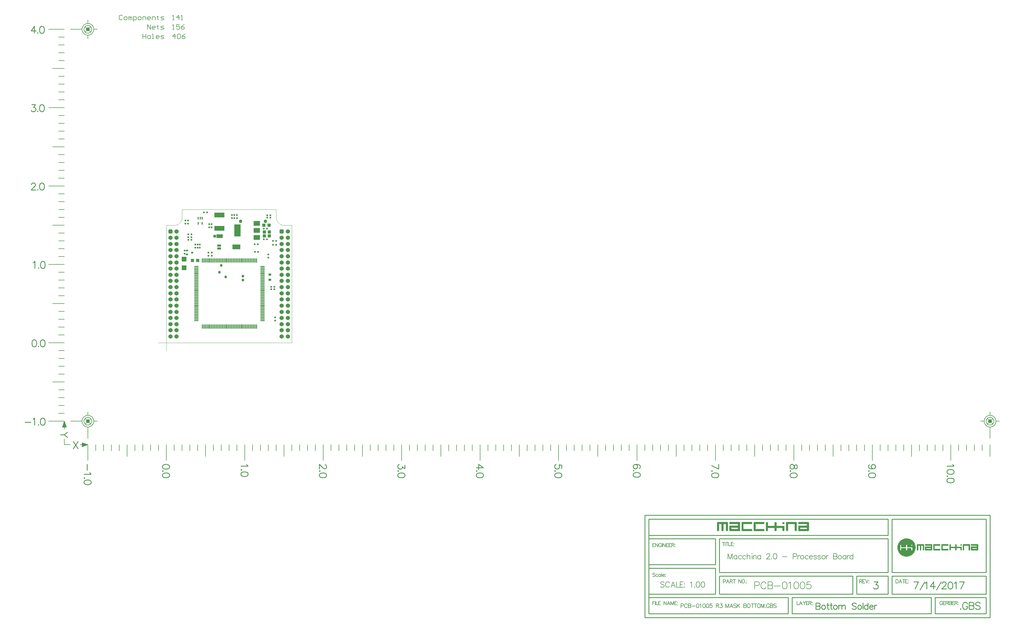
<source format=gbs>
G04 This is an RS-274x file exported by *
G04 gerbv version 2.6A *
G04 More information is available about gerbv at *
G04 http://gerbv.geda-project.org/ *
G04 --End of header info--*
%MOIN*%
%FSLAX34Y34*%
%IPPOS*%
G04 --Define apertures--*
%ADD10C,0.0070*%
%ADD11C,0.0080*%
%ADD12C,0.0100*%
%ADD13C,0.0050*%
%ADD14C,0.0090*%
%ADD15C,0.0010*%
%ADD16R,0.0240X0.0240*%
%ADD17R,0.0240X0.0240*%
%ADD18R,0.0390X0.0390*%
%ADD19C,0.0540*%
%AMMACRO20*
21,1,0.054000,0.025000,0.000000,0.000000,270.000000*
21,1,0.025000,0.054000,0.000000,0.000000,270.000000*
1,1,0.029000,-0.012500,-0.012500*
1,1,0.029000,-0.012500,0.012500*
1,1,0.029000,0.012500,0.012500*
1,1,0.029000,0.012500,-0.012500*
%
%ADD20MACRO20*%
%ADD21C,0.0340*%
%ADD22C,0.0434*%
%ADD23C,0.0020*%
%ADD24R,0.0827X0.0473*%
%ADD25R,0.0355X0.0355*%
%ADD26R,0.0827X0.1536*%
%ADD27R,0.0827X0.0631*%
%ADD28R,0.0180X0.0340*%
%ADD29R,0.0984X0.0630*%
%ADD30R,0.0472X0.0276*%
%ADD31R,0.1290X0.0640*%
%ADD32R,0.0154X0.0571*%
%ADD33R,0.0571X0.0154*%
%ADD34R,0.0640X0.0640*%
%ADD35R,0.0360X0.0290*%
%ADD36R,0.0290X0.0220*%
G04 --Start main section--*
G36*
G01X0071527Y-022880D02*
G01X0071543Y-022896D01*
G01X0071551Y-022916D01*
G01X0071551Y-022927D01*
G01X0071551Y-023932D01*
G01X0071551Y-023944D01*
G01X0071543Y-023964D01*
G01X0071527Y-023980D01*
G01X0071506Y-023989D01*
G01X0071371Y-023989D01*
G01X0071351Y-023980D01*
G01X0071335Y-023964D01*
G01X0071326Y-023944D01*
G01X0071326Y-023932D01*
G01X0071326Y-023152D01*
G01X0071325Y-023142D01*
G01X0071317Y-023121D01*
G01X0071301Y-023106D01*
G01X0071281Y-023097D01*
G01X0071270Y-023096D01*
G01X0071045Y-023096D01*
G01X0071034Y-023097D01*
G01X0071014Y-023106D01*
G01X0070998Y-023121D01*
G01X0070990Y-023142D01*
G01X0070989Y-023152D01*
G01X0070989Y-023932D01*
G01X0070989Y-023944D01*
G01X0070980Y-023964D01*
G01X0070964Y-023980D01*
G01X0070944Y-023989D01*
G01X0070816Y-023989D01*
G01X0070796Y-023980D01*
G01X0070780Y-023964D01*
G01X0070771Y-023944D01*
G01X0070771Y-023932D01*
G01X0070771Y-023152D01*
G01X0070770Y-023142D01*
G01X0070762Y-023121D01*
G01X0070746Y-023106D01*
G01X0070726Y-023097D01*
G01X0070715Y-023096D01*
G01X0070490Y-023096D01*
G01X0070479Y-023097D01*
G01X0070459Y-023106D01*
G01X0070443Y-023121D01*
G01X0070435Y-023142D01*
G01X0070434Y-023152D01*
G01X0070434Y-023932D01*
G01X0070434Y-023944D01*
G01X0070425Y-023964D01*
G01X0070409Y-023980D01*
G01X0070389Y-023989D01*
G01X0070254Y-023989D01*
G01X0070233Y-023980D01*
G01X0070217Y-023964D01*
G01X0070209Y-023944D01*
G01X0070209Y-023932D01*
G01X0070209Y-022927D01*
G01X0070209Y-022916D01*
G01X0070217Y-022896D01*
G01X0070233Y-022880D01*
G01X0070254Y-022871D01*
G01X0071506Y-022871D01*
G01X0071527Y-022880D01*
G37*
G36*
G01X0071527Y-022880D02*
G37*
G36*
G01X0103449Y-025706D02*
G01X0103459Y-025732D01*
G01X0103457Y-025735D01*
G01X0103457Y-025735D01*
G01X0103461Y-026405D01*
G01X0103449Y-026434D01*
G01X0103423Y-026444D01*
G01X0103420Y-026442D01*
G01X0103420Y-026442D01*
G01X0102605Y-026446D01*
G01X0102576Y-026434D01*
G01X0102566Y-026408D01*
G01X0102568Y-026405D01*
G01X0102568Y-026405D01*
G01X0102564Y-026035D01*
G01X0102576Y-026006D01*
G01X0102602Y-025996D01*
G01X0102605Y-025998D01*
G01X0102605Y-025998D01*
G01X0102605Y-025998D01*
G01X0103270Y-026001D01*
G01X0103299Y-025989D01*
G01X0103311Y-025960D01*
G01X0103311Y-025960D01*
G01X0103308Y-025957D01*
G01X0103311Y-025885D01*
G01X0103299Y-025856D01*
G01X0103270Y-025844D01*
G01X0103270Y-025847D01*
G01X0102605Y-025851D01*
G01X0102576Y-025839D01*
G01X0102566Y-025813D01*
G01X0102568Y-025810D01*
G01X0102568Y-025810D01*
G01X0102564Y-025735D01*
G01X0102576Y-025706D01*
G01X0102602Y-025696D01*
G01X0102605Y-025698D01*
G01X0102605Y-025698D01*
G01X0103420Y-025694D01*
G01X0103449Y-025706D01*
G37*
G36*
G01X0103449Y-025706D02*
G37*
G36*
G01X0097594Y-025706D02*
G01X0097604Y-025732D01*
G01X0097603Y-025735D01*
G01X0097603Y-025735D01*
G01X0097606Y-026405D01*
G01X0097594Y-026434D01*
G01X0097568Y-026444D01*
G01X0097565Y-026442D01*
G01X0097565Y-026442D01*
G01X0096750Y-026446D01*
G01X0096721Y-026434D01*
G01X0096711Y-026408D01*
G01X0096713Y-026405D01*
G01X0096713Y-026405D01*
G01X0096709Y-026035D01*
G01X0096721Y-026006D01*
G01X0096747Y-025996D01*
G01X0096750Y-025998D01*
G01X0096750Y-025998D01*
G01X0096750Y-025998D01*
G01X0097415Y-026001D01*
G01X0097444Y-025989D01*
G01X0097456Y-025960D01*
G01X0097456Y-025960D01*
G01X0097453Y-025957D01*
G01X0097456Y-025885D01*
G01X0097444Y-025856D01*
G01X0097415Y-025844D01*
G01X0097415Y-025847D01*
G01X0096750Y-025851D01*
G01X0096721Y-025839D01*
G01X0096711Y-025813D01*
G01X0096713Y-025810D01*
G01X0096713Y-025810D01*
G01X0096709Y-025735D01*
G01X0096721Y-025706D01*
G01X0096747Y-025696D01*
G01X0096750Y-025698D01*
G01X0096750Y-025698D01*
G01X0097565Y-025694D01*
G01X0097594Y-025706D01*
G37*
G36*
G01X0097594Y-025706D02*
G37*
G36*
G01X0080309Y-022880D02*
G01X0080325Y-022896D01*
G01X0080334Y-022916D01*
G01X0080334Y-022927D01*
G01X0080334Y-023932D01*
G01X0080334Y-023944D01*
G01X0080325Y-023964D01*
G01X0080309Y-023980D01*
G01X0080289Y-023989D01*
G01X0080154Y-023989D01*
G01X0080133Y-023980D01*
G01X0080117Y-023964D01*
G01X0080109Y-023944D01*
G01X0080109Y-023932D01*
G01X0080109Y-023152D01*
G01X0080108Y-023142D01*
G01X0080099Y-023121D01*
G01X0080084Y-023106D01*
G01X0080063Y-023097D01*
G01X0080052Y-023096D01*
G01X0079272Y-023096D01*
G01X0079262Y-023097D01*
G01X0079241Y-023106D01*
G01X0079226Y-023121D01*
G01X0079217Y-023142D01*
G01X0079216Y-023152D01*
G01X0079216Y-023932D01*
G01X0079216Y-023944D01*
G01X0079208Y-023964D01*
G01X0079192Y-023980D01*
G01X0079171Y-023989D01*
G01X0079044Y-023989D01*
G01X0079023Y-023980D01*
G01X0079007Y-023964D01*
G01X0078999Y-023944D01*
G01X0078999Y-023932D01*
G01X0078999Y-022927D01*
G01X0078999Y-022916D01*
G01X0079007Y-022896D01*
G01X0079023Y-022880D01*
G01X0079044Y-022871D01*
G01X0080289Y-022871D01*
G01X0080309Y-022880D01*
G37*
G36*
G01X0080309Y-022880D02*
G37*
G36*
G01X0076184Y-022880D02*
G01X0076200Y-022896D01*
G01X0076209Y-022916D01*
G01X0076209Y-022927D01*
G01X0076209Y-023040D01*
G01X0076209Y-023051D01*
G01X0076200Y-023072D01*
G01X0076184Y-023088D01*
G01X0076164Y-023096D01*
G01X0075155Y-023096D01*
G01X0075144Y-023097D01*
G01X0075124Y-023106D01*
G01X0075108Y-023121D01*
G01X0075100Y-023142D01*
G01X0075099Y-023152D01*
G01X0075099Y-023707D01*
G01X0075100Y-023718D01*
G01X0075108Y-023739D01*
G01X0075124Y-023754D01*
G01X0075144Y-023763D01*
G01X0075155Y-023764D01*
G01X0076164Y-023764D01*
G01X0076184Y-023772D01*
G01X0076200Y-023788D01*
G01X0076209Y-023809D01*
G01X0076209Y-023820D01*
G01X0076209Y-023932D01*
G01X0076209Y-023944D01*
G01X0076200Y-023964D01*
G01X0076184Y-023980D01*
G01X0076164Y-023989D01*
G01X0074919Y-023989D01*
G01X0074898Y-023980D01*
G01X0074882Y-023964D01*
G01X0074874Y-023944D01*
G01X0074874Y-023932D01*
G01X0074874Y-022927D01*
G01X0074874Y-022916D01*
G01X0074882Y-022896D01*
G01X0074898Y-022880D01*
G01X0074919Y-022871D01*
G01X0076164Y-022871D01*
G01X0076184Y-022880D01*
G37*
G36*
G01X0076184Y-022880D02*
G37*
G36*
G01X0074632Y-022880D02*
G01X0074648Y-022896D01*
G01X0074656Y-022916D01*
G01X0074656Y-022927D01*
G01X0074656Y-023040D01*
G01X0074656Y-023051D01*
G01X0074648Y-023072D01*
G01X0074632Y-023088D01*
G01X0074611Y-023096D01*
G01X0073602Y-023096D01*
G01X0073592Y-023097D01*
G01X0073571Y-023106D01*
G01X0073556Y-023121D01*
G01X0073547Y-023142D01*
G01X0073546Y-023152D01*
G01X0073546Y-023707D01*
G01X0073547Y-023718D01*
G01X0073556Y-023739D01*
G01X0073571Y-023754D01*
G01X0073592Y-023763D01*
G01X0073602Y-023764D01*
G01X0074611Y-023764D01*
G01X0074632Y-023772D01*
G01X0074648Y-023788D01*
G01X0074656Y-023809D01*
G01X0074656Y-023820D01*
G01X0074656Y-023932D01*
G01X0074656Y-023944D01*
G01X0074648Y-023964D01*
G01X0074632Y-023980D01*
G01X0074611Y-023989D01*
G01X0073366Y-023989D01*
G01X0073346Y-023980D01*
G01X0073330Y-023964D01*
G01X0073321Y-023944D01*
G01X0073321Y-023932D01*
G01X0073321Y-022927D01*
G01X0073321Y-022916D01*
G01X0073330Y-022896D01*
G01X0073346Y-022880D01*
G01X0073366Y-022871D01*
G01X0074611Y-022871D01*
G01X0074632Y-022880D01*
G37*
G36*
G01X0074632Y-022880D02*
G37*
G36*
G01X0101356Y-025708D02*
G01X0101367Y-025719D01*
G01X0101372Y-025733D01*
G01X0101372Y-025740D01*
G01X0101372Y-025815D01*
G01X0101372Y-025822D01*
G01X0101367Y-025836D01*
G01X0101356Y-025847D01*
G01X0101342Y-025852D01*
G01X0101258Y-025852D01*
G01X0101244Y-025847D01*
G01X0101233Y-025836D01*
G01X0101228Y-025822D01*
G01X0101228Y-025815D01*
G01X0101228Y-025740D01*
G01X0101228Y-025733D01*
G01X0101233Y-025719D01*
G01X0101244Y-025708D01*
G01X0101258Y-025703D01*
G01X0101342Y-025703D01*
G01X0101356Y-025708D01*
G37*
G36*
G01X0101356Y-025708D02*
G37*
G36*
G01X0098621Y-025703D02*
G01X0098632Y-025714D01*
G01X0098638Y-025728D01*
G01X0098638Y-025735D01*
G01X0098638Y-025810D01*
G01X0098638Y-025817D01*
G01X0098632Y-025831D01*
G01X0098621Y-025842D01*
G01X0098607Y-025847D01*
G01X0097935Y-025847D01*
G01X0097928Y-025848D01*
G01X0097914Y-025854D01*
G01X0097904Y-025864D01*
G01X0097898Y-025878D01*
G01X0097898Y-025885D01*
G01X0097898Y-026255D01*
G01X0097898Y-026262D01*
G01X0097904Y-026276D01*
G01X0097914Y-026286D01*
G01X0097928Y-026292D01*
G01X0097935Y-026293D01*
G01X0098607Y-026293D01*
G01X0098621Y-026298D01*
G01X0098632Y-026309D01*
G01X0098638Y-026323D01*
G01X0098638Y-026330D01*
G01X0098638Y-026405D01*
G01X0098638Y-026412D01*
G01X0098632Y-026426D01*
G01X0098621Y-026437D01*
G01X0098607Y-026442D01*
G01X0097778Y-026442D01*
G01X0097764Y-026437D01*
G01X0097753Y-026426D01*
G01X0097747Y-026412D01*
G01X0097747Y-026405D01*
G01X0097747Y-025735D01*
G01X0097747Y-025728D01*
G01X0097753Y-025714D01*
G01X0097764Y-025703D01*
G01X0097778Y-025698D01*
G01X0098607Y-025698D01*
G01X0098621Y-025703D01*
G37*
G36*
G01X0098621Y-025703D02*
G37*
G36*
G01X0096551Y-025703D02*
G01X0096562Y-025714D01*
G01X0096567Y-025728D01*
G01X0096567Y-025735D01*
G01X0096567Y-026405D01*
G01X0096567Y-026412D01*
G01X0096562Y-026426D01*
G01X0096551Y-026437D01*
G01X0096537Y-026442D01*
G01X0096448Y-026442D01*
G01X0096434Y-026437D01*
G01X0096423Y-026426D01*
G01X0096418Y-026412D01*
G01X0096418Y-026405D01*
G01X0096418Y-025885D01*
G01X0096417Y-025878D01*
G01X0096411Y-025864D01*
G01X0096401Y-025854D01*
G01X0096387Y-025848D01*
G01X0096380Y-025847D01*
G01X0096230Y-025847D01*
G01X0096223Y-025848D01*
G01X0096209Y-025854D01*
G01X0096199Y-025864D01*
G01X0096193Y-025878D01*
G01X0096193Y-025885D01*
G01X0096193Y-026405D01*
G01X0096193Y-026412D01*
G01X0096187Y-026426D01*
G01X0096176Y-026437D01*
G01X0096162Y-026442D01*
G01X0096078Y-026442D01*
G01X0096064Y-026437D01*
G01X0096053Y-026426D01*
G01X0096047Y-026412D01*
G01X0096047Y-026405D01*
G01X0096047Y-025885D01*
G01X0096047Y-025878D01*
G01X0096041Y-025864D01*
G01X0096031Y-025854D01*
G01X0096017Y-025848D01*
G01X0096010Y-025847D01*
G01X0095860Y-025847D01*
G01X0095853Y-025848D01*
G01X0095839Y-025854D01*
G01X0095829Y-025864D01*
G01X0095823Y-025878D01*
G01X0095822Y-025885D01*
G01X0095822Y-026405D01*
G01X0095822Y-026412D01*
G01X0095817Y-026426D01*
G01X0095806Y-026437D01*
G01X0095792Y-026442D01*
G01X0095703Y-026442D01*
G01X0095689Y-026437D01*
G01X0095678Y-026426D01*
G01X0095673Y-026412D01*
G01X0095673Y-026405D01*
G01X0095673Y-025735D01*
G01X0095673Y-025728D01*
G01X0095678Y-025714D01*
G01X0095689Y-025703D01*
G01X0095703Y-025698D01*
G01X0096537Y-025698D01*
G01X0096551Y-025703D01*
G37*
G36*
G01X0096551Y-025703D02*
G37*
G36*
G01X0094525Y-024971D02*
G01X0094700Y-025013D01*
G01X0094866Y-025082D01*
G01X0095020Y-025176D01*
G01X0095157Y-025293D01*
G01X0095274Y-025430D01*
G01X0095368Y-025584D01*
G01X0095437Y-025750D01*
G01X0095479Y-025925D01*
G01X0095494Y-026105D01*
G01X0095479Y-026285D01*
G01X0095437Y-026460D01*
G01X0095368Y-026626D01*
G01X0095274Y-026780D01*
G01X0095157Y-026917D01*
G01X0095020Y-027034D01*
G01X0094866Y-027128D01*
G01X0094700Y-027197D01*
G01X0094525Y-027239D01*
G01X0094345Y-027254D01*
G01X0094165Y-027239D01*
G01X0093990Y-027197D01*
G01X0093824Y-027128D01*
G01X0093670Y-027034D01*
G01X0093533Y-026917D01*
G01X0093416Y-026780D01*
G01X0093322Y-026626D01*
G01X0093253Y-026460D01*
G01X0093211Y-026285D01*
G01X0093196Y-026105D01*
G01X0093211Y-025925D01*
G01X0093253Y-025750D01*
G01X0093322Y-025584D01*
G01X0093416Y-025430D01*
G01X0093533Y-025293D01*
G01X0093670Y-025176D01*
G01X0093824Y-025082D01*
G01X0093990Y-025013D01*
G01X0094165Y-024971D01*
G01X0094345Y-024956D01*
G01X0094525Y-024971D01*
G37*
G36*
G01X0094525Y-024971D02*
G37*
G36*
G01X0100691Y-025708D02*
G01X0100702Y-025719D01*
G01X0100708Y-025733D01*
G01X0100708Y-025740D01*
G01X0100708Y-025980D01*
G01X0100708Y-025987D01*
G01X0100714Y-026001D01*
G01X0100724Y-026011D01*
G01X0100738Y-026017D01*
G01X0100745Y-026017D01*
G01X0101342Y-026017D01*
G01X0101356Y-026023D01*
G01X0101367Y-026034D01*
G01X0101372Y-026048D01*
G01X0101372Y-026055D01*
G01X0101372Y-026405D01*
G01X0101372Y-026412D01*
G01X0101367Y-026426D01*
G01X0101356Y-026437D01*
G01X0101342Y-026442D01*
G01X0101258Y-026442D01*
G01X0101244Y-026437D01*
G01X0101233Y-026426D01*
G01X0101228Y-026412D01*
G01X0101228Y-026405D01*
G01X0101228Y-026205D01*
G01X0101227Y-026198D01*
G01X0101221Y-026184D01*
G01X0101211Y-026174D01*
G01X0101197Y-026168D01*
G01X0101190Y-026168D01*
G01X0100745Y-026168D01*
G01X0100738Y-026168D01*
G01X0100724Y-026174D01*
G01X0100714Y-026184D01*
G01X0100708Y-026198D01*
G01X0100708Y-026205D01*
G01X0100708Y-026405D01*
G01X0100708Y-026412D01*
G01X0100702Y-026426D01*
G01X0100691Y-026437D01*
G01X0100677Y-026442D01*
G01X0100588Y-026442D01*
G01X0100574Y-026437D01*
G01X0100563Y-026426D01*
G01X0100557Y-026412D01*
G01X0100557Y-026405D01*
G01X0100557Y-026205D01*
G01X0100557Y-026198D01*
G01X0100551Y-026184D01*
G01X0100541Y-026174D01*
G01X0100527Y-026168D01*
G01X0100520Y-026168D01*
G01X0100005Y-026168D01*
G01X0099998Y-026168D01*
G01X0099984Y-026174D01*
G01X0099974Y-026184D01*
G01X0099968Y-026198D01*
G01X0099967Y-026205D01*
G01X0099967Y-026405D01*
G01X0099967Y-026412D01*
G01X0099962Y-026426D01*
G01X0099951Y-026437D01*
G01X0099937Y-026442D01*
G01X0099848Y-026442D01*
G01X0099834Y-026437D01*
G01X0099823Y-026426D01*
G01X0099817Y-026412D01*
G01X0099817Y-026405D01*
G01X0099817Y-025740D01*
G01X0099817Y-025733D01*
G01X0099823Y-025719D01*
G01X0099834Y-025708D01*
G01X0099848Y-025703D01*
G01X0099937Y-025703D01*
G01X0099951Y-025708D01*
G01X0099962Y-025719D01*
G01X0099967Y-025733D01*
G01X0099967Y-025740D01*
G01X0099967Y-025980D01*
G01X0099968Y-025987D01*
G01X0099974Y-026001D01*
G01X0099984Y-026011D01*
G01X0099998Y-026017D01*
G01X0100005Y-026017D01*
G01X0100520Y-026017D01*
G01X0100527Y-026017D01*
G01X0100541Y-026011D01*
G01X0100551Y-026001D01*
G01X0100557Y-025987D01*
G01X0100557Y-025980D01*
G01X0100557Y-025740D01*
G01X0100557Y-025733D01*
G01X0100563Y-025719D01*
G01X0100574Y-025708D01*
G01X0100588Y-025703D01*
G01X0100677Y-025703D01*
G01X0100691Y-025708D01*
G37*
G36*
G01X0100691Y-025708D02*
G37*
G36*
G01X0102406Y-025703D02*
G01X0102417Y-025714D01*
G01X0102423Y-025728D01*
G01X0102423Y-025735D01*
G01X0102423Y-026405D01*
G01X0102423Y-026412D01*
G01X0102417Y-026426D01*
G01X0102406Y-026437D01*
G01X0102392Y-026442D01*
G01X0102303Y-026442D01*
G01X0102289Y-026437D01*
G01X0102278Y-026426D01*
G01X0102273Y-026412D01*
G01X0102273Y-026405D01*
G01X0102273Y-025885D01*
G01X0102272Y-025878D01*
G01X0102266Y-025864D01*
G01X0102256Y-025854D01*
G01X0102242Y-025848D01*
G01X0102235Y-025847D01*
G01X0101715Y-025847D01*
G01X0101708Y-025848D01*
G01X0101694Y-025854D01*
G01X0101684Y-025864D01*
G01X0101678Y-025878D01*
G01X0101678Y-025885D01*
G01X0101678Y-026405D01*
G01X0101678Y-026412D01*
G01X0101672Y-026426D01*
G01X0101661Y-026437D01*
G01X0101647Y-026442D01*
G01X0101563Y-026442D01*
G01X0101549Y-026437D01*
G01X0101538Y-026426D01*
G01X0101532Y-026412D01*
G01X0101532Y-026405D01*
G01X0101532Y-025735D01*
G01X0101532Y-025728D01*
G01X0101538Y-025714D01*
G01X0101549Y-025703D01*
G01X0101563Y-025698D01*
G01X0102392Y-025698D01*
G01X0102406Y-025703D01*
G37*
G36*
G01X0102406Y-025703D02*
G37*
G36*
G01X0099656Y-025703D02*
G01X0099667Y-025714D01*
G01X0099672Y-025728D01*
G01X0099672Y-025735D01*
G01X0099672Y-025810D01*
G01X0099672Y-025817D01*
G01X0099667Y-025831D01*
G01X0099656Y-025842D01*
G01X0099642Y-025847D01*
G01X0098970Y-025847D01*
G01X0098963Y-025848D01*
G01X0098949Y-025854D01*
G01X0098939Y-025864D01*
G01X0098933Y-025878D01*
G01X0098933Y-025885D01*
G01X0098933Y-026255D01*
G01X0098933Y-026262D01*
G01X0098939Y-026276D01*
G01X0098949Y-026286D01*
G01X0098963Y-026292D01*
G01X0098970Y-026293D01*
G01X0099642Y-026293D01*
G01X0099656Y-026298D01*
G01X0099667Y-026309D01*
G01X0099672Y-026323D01*
G01X0099672Y-026330D01*
G01X0099672Y-026405D01*
G01X0099672Y-026412D01*
G01X0099667Y-026426D01*
G01X0099656Y-026437D01*
G01X0099642Y-026442D01*
G01X0098813Y-026442D01*
G01X0098799Y-026437D01*
G01X0098788Y-026426D01*
G01X0098783Y-026412D01*
G01X0098783Y-026405D01*
G01X0098783Y-025735D01*
G01X0098783Y-025728D01*
G01X0098788Y-025714D01*
G01X0098799Y-025703D01*
G01X0098813Y-025698D01*
G01X0099642Y-025698D01*
G01X0099656Y-025703D01*
G37*
G36*
G01X0099656Y-025703D02*
G37*
G36*
G01X0077737Y-022887D02*
G01X0077753Y-022903D01*
G01X0077761Y-022924D01*
G01X0077761Y-022935D01*
G01X0077761Y-023295D01*
G01X0077762Y-023306D01*
G01X0077771Y-023326D01*
G01X0077786Y-023342D01*
G01X0077807Y-023350D01*
G01X0077818Y-023351D01*
G01X0078714Y-023351D01*
G01X0078734Y-023360D01*
G01X0078750Y-023376D01*
G01X0078759Y-023396D01*
G01X0078759Y-023407D01*
G01X0078759Y-023932D01*
G01X0078759Y-023944D01*
G01X0078750Y-023964D01*
G01X0078734Y-023980D01*
G01X0078714Y-023989D01*
G01X0078586Y-023989D01*
G01X0078566Y-023980D01*
G01X0078550Y-023964D01*
G01X0078541Y-023944D01*
G01X0078541Y-023932D01*
G01X0078541Y-023633D01*
G01X0078540Y-023622D01*
G01X0078532Y-023601D01*
G01X0078516Y-023586D01*
G01X0078496Y-023577D01*
G01X0078485Y-023576D01*
G01X0077818Y-023576D01*
G01X0077807Y-023577D01*
G01X0077786Y-023586D01*
G01X0077771Y-023601D01*
G01X0077762Y-023622D01*
G01X0077761Y-023633D01*
G01X0077761Y-023932D01*
G01X0077761Y-023944D01*
G01X0077753Y-023964D01*
G01X0077737Y-023980D01*
G01X0077716Y-023989D01*
G01X0077581Y-023989D01*
G01X0077561Y-023980D01*
G01X0077545Y-023964D01*
G01X0077536Y-023944D01*
G01X0077536Y-023932D01*
G01X0077536Y-023633D01*
G01X0077535Y-023622D01*
G01X0077527Y-023601D01*
G01X0077511Y-023586D01*
G01X0077491Y-023577D01*
G01X0077480Y-023576D01*
G01X0076708Y-023576D01*
G01X0076697Y-023577D01*
G01X0076676Y-023586D01*
G01X0076661Y-023601D01*
G01X0076652Y-023622D01*
G01X0076651Y-023633D01*
G01X0076651Y-023932D01*
G01X0076651Y-023944D01*
G01X0076643Y-023964D01*
G01X0076627Y-023980D01*
G01X0076606Y-023989D01*
G01X0076471Y-023989D01*
G01X0076451Y-023980D01*
G01X0076435Y-023964D01*
G01X0076426Y-023944D01*
G01X0076426Y-023932D01*
G01X0076426Y-022935D01*
G01X0076426Y-022924D01*
G01X0076435Y-022903D01*
G01X0076451Y-022887D01*
G01X0076471Y-022879D01*
G01X0076606Y-022879D01*
G01X0076627Y-022887D01*
G01X0076643Y-022903D01*
G01X0076651Y-022924D01*
G01X0076651Y-022935D01*
G01X0076651Y-023295D01*
G01X0076652Y-023306D01*
G01X0076661Y-023326D01*
G01X0076676Y-023342D01*
G01X0076697Y-023350D01*
G01X0076708Y-023351D01*
G01X0077480Y-023351D01*
G01X0077491Y-023350D01*
G01X0077511Y-023342D01*
G01X0077527Y-023326D01*
G01X0077535Y-023306D01*
G01X0077536Y-023295D01*
G01X0077536Y-022935D01*
G01X0077536Y-022924D01*
G01X0077545Y-022903D01*
G01X0077561Y-022887D01*
G01X0077581Y-022879D01*
G01X0077716Y-022879D01*
G01X0077737Y-022887D01*
G37*
G36*
G01X0077737Y-022887D02*
G37*
G36*
G01X-001544Y-003703D02*
G37*
G36*
G01X-002579Y-003703D02*
G37*
G36*
G01X0001206Y-003703D02*
G37*
G36*
G01X-000509Y-003708D02*
G37*
G36*
G01X0000156Y-003708D02*
G37*
G36*
G01X-004649Y-003703D02*
G37*
G36*
G01X-003606Y-003706D02*
G37*
G36*
G01X0002249Y-003706D02*
G37*
G36*
G01X0081830Y-022871D02*
G01X0081830Y-022871D01*
G01X0081834Y-022868D01*
G01X0081873Y-022884D01*
G01X0081891Y-022927D01*
G01X0081886Y-023932D01*
G01X0081886Y-023932D01*
G01X0081889Y-023937D01*
G01X0081873Y-023976D01*
G01X0081830Y-023993D01*
G01X0080608Y-023989D01*
G01X0080608Y-023989D01*
G01X0080603Y-023992D01*
G01X0080564Y-023976D01*
G01X0080547Y-023932D01*
G01X0080551Y-023377D01*
G01X0080551Y-023377D01*
G01X0080548Y-023373D01*
G01X0080564Y-023334D01*
G01X0080608Y-023317D01*
G01X0081605Y-023321D01*
G01X0081605Y-023326D01*
G01X0081648Y-023308D01*
G01X0081666Y-023265D01*
G01X0081661Y-023157D01*
G01X0081666Y-023152D01*
G01X0081666Y-023152D01*
G01X0081648Y-023109D01*
G01X0081605Y-023092D01*
G01X0080608Y-023096D01*
G01X0080608Y-023096D01*
G01X0080608Y-023096D01*
G01X0080603Y-023099D01*
G01X0080564Y-023083D01*
G01X0080547Y-023040D01*
G01X0080551Y-022927D01*
G01X0080551Y-022927D01*
G01X0080548Y-022923D01*
G01X0080564Y-022884D01*
G01X0080608Y-022867D01*
G01X0081830Y-022871D01*
G37*
G36*
G01X0081830Y-022871D02*
G37*
G36*
G01X0073091Y-022884D02*
G01X0073107Y-022923D01*
G01X0073104Y-022927D01*
G01X0073104Y-022927D01*
G01X0073108Y-023932D01*
G01X0073091Y-023976D01*
G01X0073052Y-023992D01*
G01X0073047Y-023989D01*
G01X0073047Y-023989D01*
G01X0071825Y-023993D01*
G01X0071782Y-023976D01*
G01X0071766Y-023937D01*
G01X0071769Y-023932D01*
G01X0071769Y-023932D01*
G01X0071764Y-023377D01*
G01X0071782Y-023334D01*
G01X0071821Y-023318D01*
G01X0071825Y-023321D01*
G01X0071825Y-023321D01*
G01X0071825Y-023321D01*
G01X0072822Y-023326D01*
G01X0072866Y-023308D01*
G01X0072883Y-023265D01*
G01X0072883Y-023265D01*
G01X0072879Y-023260D01*
G01X0072883Y-023152D01*
G01X0072866Y-023109D01*
G01X0072822Y-023092D01*
G01X0072822Y-023096D01*
G01X0071825Y-023101D01*
G01X0071782Y-023083D01*
G01X0071766Y-023044D01*
G01X0071769Y-023040D01*
G01X0071769Y-023040D01*
G01X0071764Y-022927D01*
G01X0071782Y-022884D01*
G01X0071821Y-022868D01*
G01X0071825Y-022871D01*
G01X0071825Y-022871D01*
G01X0073047Y-022867D01*
G01X0073091Y-022884D01*
G37*
G36*
G01X0073091Y-022884D02*
G37*
G36*
G01X0078734Y-022887D02*
G01X0078750Y-022903D01*
G01X0078759Y-022924D01*
G01X0078759Y-022935D01*
G01X0078759Y-023047D01*
G01X0078759Y-023059D01*
G01X0078750Y-023079D01*
G01X0078734Y-023095D01*
G01X0078714Y-023104D01*
G01X0078586Y-023104D01*
G01X0078566Y-023095D01*
G01X0078550Y-023079D01*
G01X0078541Y-023059D01*
G01X0078541Y-023047D01*
G01X0078541Y-022935D01*
G01X0078541Y-022924D01*
G01X0078550Y-022903D01*
G01X0078566Y-022887D01*
G01X0078586Y-022879D01*
G01X0078714Y-022879D01*
G01X0078734Y-022887D01*
G37*
G36*
G01X0078734Y-022887D02*
G37*
%LPC*%
G36*
G01X0102750Y-026144D02*
G01X0102750Y-026144D01*
G01X0102721Y-026156D01*
G01X0102709Y-026185D01*
G01X0102712Y-026252D01*
G01X0102709Y-026255D01*
G01X0102709Y-026255D01*
G01X0102721Y-026284D01*
G01X0102750Y-026296D01*
G01X0103267Y-026293D01*
G01X0103270Y-026296D01*
G01X0103270Y-026296D01*
G01X0103299Y-026284D01*
G01X0103311Y-026255D01*
G01X0103308Y-026188D01*
G01X0103311Y-026185D01*
G01X0103311Y-026185D01*
G01X0103299Y-026156D01*
G01X0103270Y-026144D01*
G01X0102753Y-026147D01*
G01X0102750Y-026144D01*
G37*
G36*
G01X0102750Y-026144D02*
G37*
G36*
G01X0096895Y-026144D02*
G01X0096895Y-026144D01*
G01X0096866Y-026156D01*
G01X0096854Y-026185D01*
G01X0096857Y-026252D01*
G01X0096854Y-026255D01*
G01X0096854Y-026255D01*
G01X0096866Y-026284D01*
G01X0096895Y-026296D01*
G01X0097412Y-026293D01*
G01X0097415Y-026296D01*
G01X0097415Y-026296D01*
G01X0097444Y-026284D01*
G01X0097456Y-026255D01*
G01X0097453Y-026188D01*
G01X0097456Y-026185D01*
G01X0097456Y-026185D01*
G01X0097444Y-026156D01*
G01X0097415Y-026144D01*
G01X0096898Y-026147D01*
G01X0096895Y-026144D01*
G37*
G36*
G01X0096895Y-026144D02*
G37*
G36*
G01X0094975Y-025734D02*
G01X0094975Y-025734D01*
G01X0094946Y-025746D01*
G01X0094934Y-025775D01*
G01X0094937Y-025847D01*
G01X0094934Y-025850D01*
G01X0094934Y-025850D01*
G01X0094946Y-025879D01*
G01X0094975Y-025891D01*
G01X0095042Y-025888D01*
G01X0095045Y-025891D01*
G01X0095045Y-025891D01*
G01X0095074Y-025879D01*
G01X0095086Y-025850D01*
G01X0095083Y-025778D01*
G01X0095086Y-025775D01*
G01X0095086Y-025775D01*
G01X0095074Y-025746D01*
G01X0095045Y-025734D01*
G01X0094978Y-025737D01*
G01X0094975Y-025734D01*
G37*
G36*
G01X0094975Y-025734D02*
G37*
G36*
G01X0094305Y-025734D02*
G01X0094305Y-025734D01*
G01X0094276Y-025746D01*
G01X0094264Y-025775D01*
G01X0094268Y-026015D01*
G01X0094268Y-026015D01*
G01X0094268Y-026015D01*
G01X0094269Y-026018D01*
G01X0094259Y-026044D01*
G01X0094230Y-026056D01*
G01X0093715Y-026052D01*
G01X0093715Y-026052D01*
G01X0093712Y-026054D01*
G01X0093686Y-026044D01*
G01X0093674Y-026015D01*
G01X0093678Y-025775D01*
G01X0093681Y-025775D01*
G01X0093669Y-025746D01*
G01X0093640Y-025734D01*
G01X0093568Y-025737D01*
G01X0093565Y-025734D01*
G01X0093565Y-025734D01*
G01X0093536Y-025746D01*
G01X0093524Y-025775D01*
G01X0093527Y-026437D01*
G01X0093524Y-026440D01*
G01X0093524Y-026440D01*
G01X0093536Y-026469D01*
G01X0093565Y-026481D01*
G01X0093637Y-026478D01*
G01X0093640Y-026481D01*
G01X0093640Y-026481D01*
G01X0093669Y-026469D01*
G01X0093681Y-026440D01*
G01X0093678Y-026240D01*
G01X0093678Y-026240D01*
G01X0093678Y-026240D01*
G01X0093676Y-026237D01*
G01X0093686Y-026211D01*
G01X0093715Y-026199D01*
G01X0094230Y-026202D01*
G01X0094230Y-026202D01*
G01X0094233Y-026201D01*
G01X0094259Y-026211D01*
G01X0094271Y-026240D01*
G01X0094268Y-026440D01*
G01X0094264Y-026440D01*
G01X0094276Y-026469D01*
G01X0094305Y-026481D01*
G01X0094377Y-026478D01*
G01X0094380Y-026481D01*
G01X0094380Y-026481D01*
G01X0094409Y-026469D01*
G01X0094421Y-026440D01*
G01X0094417Y-026240D01*
G01X0094417Y-026240D01*
G01X0094417Y-026240D01*
G01X0094416Y-026237D01*
G01X0094426Y-026211D01*
G01X0094455Y-026199D01*
G01X0094900Y-026202D01*
G01X0094900Y-026202D01*
G01X0094903Y-026201D01*
G01X0094929Y-026211D01*
G01X0094941Y-026240D01*
G01X0094937Y-026440D01*
G01X0094934Y-026440D01*
G01X0094946Y-026469D01*
G01X0094975Y-026481D01*
G01X0095042Y-026478D01*
G01X0095045Y-026481D01*
G01X0095045Y-026481D01*
G01X0095074Y-026469D01*
G01X0095086Y-026440D01*
G01X0095083Y-026093D01*
G01X0095086Y-026090D01*
G01X0095086Y-026090D01*
G01X0095074Y-026061D01*
G01X0095045Y-026049D01*
G01X0094455Y-026052D01*
G01X0094455Y-026052D01*
G01X0094455Y-026052D01*
G01X0094452Y-026054D01*
G01X0094426Y-026044D01*
G01X0094414Y-026015D01*
G01X0094417Y-025775D01*
G01X0094421Y-025775D01*
G01X0094409Y-025746D01*
G01X0094380Y-025734D01*
G01X0094308Y-025737D01*
G01X0094305Y-025734D01*
G37*
G36*
G01X0094305Y-025734D02*
G37*
G36*
G01X-004305Y-004144D02*
G37*
G36*
G01X0001550Y-004144D02*
G37*
G36*
G01X0081605Y-023542D02*
G01X0081600Y-023546D01*
G01X0080825Y-023542D01*
G01X0080782Y-023559D01*
G01X0080764Y-023602D01*
G01X0080764Y-023602D01*
G01X0080769Y-023607D01*
G01X0080764Y-023707D01*
G01X0080782Y-023751D01*
G01X0080825Y-023768D01*
G01X0080825Y-023768D01*
G01X0080830Y-023764D01*
G01X0081605Y-023768D01*
G01X0081648Y-023751D01*
G01X0081666Y-023707D01*
G01X0081666Y-023707D01*
G01X0081661Y-023703D01*
G01X0081666Y-023602D01*
G01X0081648Y-023559D01*
G01X0081605Y-023542D01*
G01X0081605Y-023542D01*
G37*
G36*
G01X0081605Y-023542D02*
G37*
G36*
G01X0072042Y-023542D02*
G01X0072042Y-023542D01*
G01X0071999Y-023559D01*
G01X0071982Y-023602D01*
G01X0071986Y-023703D01*
G01X0071982Y-023707D01*
G01X0071982Y-023707D01*
G01X0071999Y-023751D01*
G01X0072042Y-023768D01*
G01X0072818Y-023764D01*
G01X0072822Y-023768D01*
G01X0072822Y-023768D01*
G01X0072866Y-023751D01*
G01X0072883Y-023707D01*
G01X0072879Y-023607D01*
G01X0072883Y-023602D01*
G01X0072883Y-023602D01*
G01X0072866Y-023559D01*
G01X0072822Y-023542D01*
G01X0072047Y-023546D01*
G01X0072042Y-023542D01*
G37*
G36*
G01X0072042Y-023542D02*
G37*
%LPD*%
G54D10*
G01X0071300Y-033300D02*
G01X0071300Y-033800D01*
G01X0071300Y-033300D02*
G01X0071490Y-033800D01*
G01X0071681Y-033300D02*
G01X0071490Y-033800D01*
G01X0071681Y-033300D02*
G01X0071681Y-033800D01*
G01X0072205Y-033800D02*
G01X0072014Y-033300D01*
G01X0072014Y-033300D02*
G01X0071824Y-033800D01*
G01X0071895Y-033633D02*
G01X0072133Y-033633D01*
G01X0072654Y-033372D02*
G01X0072607Y-033324D01*
G01X0072607Y-033324D02*
G01X0072535Y-033300D01*
G01X0072535Y-033300D02*
G01X0072440Y-033300D01*
G01X0072440Y-033300D02*
G01X0072369Y-033324D01*
G01X0072369Y-033324D02*
G01X0072321Y-033372D01*
G01X0072321Y-033372D02*
G01X0072321Y-033419D01*
G01X0072321Y-033419D02*
G01X0072345Y-033467D01*
G01X0072345Y-033467D02*
G01X0072369Y-033491D01*
G01X0072369Y-033491D02*
G01X0072416Y-033514D01*
G01X0072416Y-033514D02*
G01X0072559Y-033562D01*
G01X0072559Y-033562D02*
G01X0072607Y-033586D01*
G01X0072607Y-033586D02*
G01X0072631Y-033610D01*
G01X0072631Y-033610D02*
G01X0072654Y-033657D01*
G01X0072654Y-033657D02*
G01X0072654Y-033729D01*
G01X0072654Y-033729D02*
G01X0072607Y-033776D01*
G01X0072607Y-033776D02*
G01X0072535Y-033800D01*
G01X0072535Y-033800D02*
G01X0072440Y-033800D01*
G01X0072440Y-033800D02*
G01X0072369Y-033776D01*
G01X0072369Y-033776D02*
G01X0072321Y-033729D01*
G01X0072766Y-033300D02*
G01X0072766Y-033800D01*
G01X0073100Y-033300D02*
G01X0072766Y-033633D01*
G01X0072885Y-033514D02*
G01X0073100Y-033800D01*
G01X0073604Y-033300D02*
G01X0073604Y-033800D01*
G01X0073604Y-033300D02*
G01X0073819Y-033300D01*
G01X0073819Y-033300D02*
G01X0073890Y-033324D01*
G01X0073890Y-033324D02*
G01X0073914Y-033348D01*
G01X0073914Y-033348D02*
G01X0073938Y-033395D01*
G01X0073938Y-033395D02*
G01X0073938Y-033443D01*
G01X0073938Y-033443D02*
G01X0073914Y-033491D01*
G01X0073914Y-033491D02*
G01X0073890Y-033514D01*
G01X0073890Y-033514D02*
G01X0073819Y-033538D01*
G01X0073604Y-033538D02*
G01X0073819Y-033538D01*
G01X0073819Y-033538D02*
G01X0073890Y-033562D01*
G01X0073890Y-033562D02*
G01X0073914Y-033586D01*
G01X0073914Y-033586D02*
G01X0073938Y-033633D01*
G01X0073938Y-033633D02*
G01X0073938Y-033705D01*
G01X0073938Y-033705D02*
G01X0073914Y-033752D01*
G01X0073914Y-033752D02*
G01X0073890Y-033776D01*
G01X0073890Y-033776D02*
G01X0073819Y-033800D01*
G01X0073819Y-033800D02*
G01X0073604Y-033800D01*
G01X0074192Y-033300D02*
G01X0074145Y-033324D01*
G01X0074145Y-033324D02*
G01X0074097Y-033372D01*
G01X0074097Y-033372D02*
G01X0074073Y-033419D01*
G01X0074073Y-033419D02*
G01X0074049Y-033491D01*
G01X0074049Y-033491D02*
G01X0074049Y-033610D01*
G01X0074049Y-033610D02*
G01X0074073Y-033681D01*
G01X0074073Y-033681D02*
G01X0074097Y-033729D01*
G01X0074097Y-033729D02*
G01X0074145Y-033776D01*
G01X0074145Y-033776D02*
G01X0074192Y-033800D01*
G01X0074192Y-033800D02*
G01X0074287Y-033800D01*
G01X0074287Y-033800D02*
G01X0074335Y-033776D01*
G01X0074335Y-033776D02*
G01X0074383Y-033729D01*
G01X0074383Y-033729D02*
G01X0074406Y-033681D01*
G01X0074406Y-033681D02*
G01X0074430Y-033610D01*
G01X0074430Y-033610D02*
G01X0074430Y-033491D01*
G01X0074430Y-033491D02*
G01X0074406Y-033419D01*
G01X0074406Y-033419D02*
G01X0074383Y-033372D01*
G01X0074383Y-033372D02*
G01X0074335Y-033324D01*
G01X0074335Y-033324D02*
G01X0074287Y-033300D01*
G01X0074287Y-033300D02*
G01X0074192Y-033300D01*
G01X0074714Y-033300D02*
G01X0074714Y-033800D01*
G01X0074547Y-033300D02*
G01X0074880Y-033300D01*
G01X0075106Y-033300D02*
G01X0075106Y-033800D01*
G01X0074940Y-033300D02*
G01X0075273Y-033300D01*
G01X0075475Y-033300D02*
G01X0075428Y-033324D01*
G01X0075428Y-033324D02*
G01X0075380Y-033372D01*
G01X0075380Y-033372D02*
G01X0075356Y-033419D01*
G01X0075356Y-033419D02*
G01X0075332Y-033491D01*
G01X0075332Y-033491D02*
G01X0075332Y-033610D01*
G01X0075332Y-033610D02*
G01X0075356Y-033681D01*
G01X0075356Y-033681D02*
G01X0075380Y-033729D01*
G01X0075380Y-033729D02*
G01X0075428Y-033776D01*
G01X0075428Y-033776D02*
G01X0075475Y-033800D01*
G01X0075475Y-033800D02*
G01X0075571Y-033800D01*
G01X0075571Y-033800D02*
G01X0075618Y-033776D01*
G01X0075618Y-033776D02*
G01X0075666Y-033729D01*
G01X0075666Y-033729D02*
G01X0075690Y-033681D01*
G01X0075690Y-033681D02*
G01X0075713Y-033610D01*
G01X0075713Y-033610D02*
G01X0075713Y-033491D01*
G01X0075713Y-033491D02*
G01X0075690Y-033419D01*
G01X0075690Y-033419D02*
G01X0075666Y-033372D01*
G01X0075666Y-033372D02*
G01X0075618Y-033324D01*
G01X0075618Y-033324D02*
G01X0075571Y-033300D01*
G01X0075571Y-033300D02*
G01X0075475Y-033300D01*
G01X0075830Y-033300D02*
G01X0075830Y-033800D01*
G01X0075830Y-033300D02*
G01X0076020Y-033800D01*
G01X0076211Y-033300D02*
G01X0076020Y-033800D01*
G01X0076211Y-033300D02*
G01X0076211Y-033800D01*
G01X0076377Y-033752D02*
G01X0076354Y-033776D01*
G01X0076354Y-033776D02*
G01X0076377Y-033800D01*
G01X0076377Y-033800D02*
G01X0076401Y-033776D01*
G01X0076401Y-033776D02*
G01X0076377Y-033752D01*
G01X0076868Y-033419D02*
G01X0076844Y-033372D01*
G01X0076844Y-033372D02*
G01X0076796Y-033324D01*
G01X0076796Y-033324D02*
G01X0076749Y-033300D01*
G01X0076749Y-033300D02*
G01X0076654Y-033300D01*
G01X0076654Y-033300D02*
G01X0076606Y-033324D01*
G01X0076606Y-033324D02*
G01X0076558Y-033372D01*
G01X0076558Y-033372D02*
G01X0076535Y-033419D01*
G01X0076535Y-033419D02*
G01X0076511Y-033491D01*
G01X0076511Y-033491D02*
G01X0076511Y-033610D01*
G01X0076511Y-033610D02*
G01X0076535Y-033681D01*
G01X0076535Y-033681D02*
G01X0076558Y-033729D01*
G01X0076558Y-033729D02*
G01X0076606Y-033776D01*
G01X0076606Y-033776D02*
G01X0076654Y-033800D01*
G01X0076654Y-033800D02*
G01X0076749Y-033800D01*
G01X0076749Y-033800D02*
G01X0076796Y-033776D01*
G01X0076796Y-033776D02*
G01X0076844Y-033729D01*
G01X0076844Y-033729D02*
G01X0076868Y-033681D01*
G01X0076868Y-033681D02*
G01X0076868Y-033610D01*
G01X0076749Y-033610D02*
G01X0076868Y-033610D01*
G01X0076982Y-033300D02*
G01X0076982Y-033800D01*
G01X0076982Y-033300D02*
G01X0077196Y-033300D01*
G01X0077196Y-033300D02*
G01X0077268Y-033324D01*
G01X0077268Y-033324D02*
G01X0077292Y-033348D01*
G01X0077292Y-033348D02*
G01X0077315Y-033395D01*
G01X0077315Y-033395D02*
G01X0077315Y-033443D01*
G01X0077315Y-033443D02*
G01X0077292Y-033491D01*
G01X0077292Y-033491D02*
G01X0077268Y-033514D01*
G01X0077268Y-033514D02*
G01X0077196Y-033538D01*
G01X0076982Y-033538D02*
G01X0077196Y-033538D01*
G01X0077196Y-033538D02*
G01X0077268Y-033562D01*
G01X0077268Y-033562D02*
G01X0077292Y-033586D01*
G01X0077292Y-033586D02*
G01X0077315Y-033633D01*
G01X0077315Y-033633D02*
G01X0077315Y-033705D01*
G01X0077315Y-033705D02*
G01X0077292Y-033752D01*
G01X0077292Y-033752D02*
G01X0077268Y-033776D01*
G01X0077268Y-033776D02*
G01X0077196Y-033800D01*
G01X0077196Y-033800D02*
G01X0076982Y-033800D01*
G01X0077761Y-033372D02*
G01X0077713Y-033324D01*
G01X0077713Y-033324D02*
G01X0077642Y-033300D01*
G01X0077642Y-033300D02*
G01X0077546Y-033300D01*
G01X0077546Y-033300D02*
G01X0077475Y-033324D01*
G01X0077475Y-033324D02*
G01X0077427Y-033372D01*
G01X0077427Y-033372D02*
G01X0077427Y-033419D01*
G01X0077427Y-033419D02*
G01X0077451Y-033467D01*
G01X0077451Y-033467D02*
G01X0077475Y-033491D01*
G01X0077475Y-033491D02*
G01X0077522Y-033514D01*
G01X0077522Y-033514D02*
G01X0077665Y-033562D01*
G01X0077665Y-033562D02*
G01X0077713Y-033586D01*
G01X0077713Y-033586D02*
G01X0077737Y-033610D01*
G01X0077737Y-033610D02*
G01X0077761Y-033657D01*
G01X0077761Y-033657D02*
G01X0077761Y-033729D01*
G01X0077761Y-033729D02*
G01X0077713Y-033776D01*
G01X0077713Y-033776D02*
G01X0077642Y-033800D01*
G01X0077642Y-033800D02*
G01X0077546Y-033800D01*
G01X0077546Y-033800D02*
G01X0077475Y-033776D01*
G01X0077475Y-033776D02*
G01X0077427Y-033729D01*
G01X0071600Y-026900D02*
G01X0071600Y-027600D01*
G01X0071600Y-026900D02*
G01X0071867Y-027600D01*
G01X0072133Y-026900D02*
G01X0071867Y-027600D01*
G01X0072133Y-026900D02*
G01X0072133Y-027600D01*
G01X0072733Y-027133D02*
G01X0072733Y-027600D01*
G01X0072733Y-027233D02*
G01X0072666Y-027167D01*
G01X0072666Y-027167D02*
G01X0072600Y-027133D01*
G01X0072600Y-027133D02*
G01X0072500Y-027133D01*
G01X0072500Y-027133D02*
G01X0072433Y-027167D01*
G01X0072433Y-027167D02*
G01X0072366Y-027233D01*
G01X0072366Y-027233D02*
G01X0072333Y-027333D01*
G01X0072333Y-027333D02*
G01X0072333Y-027400D01*
G01X0072333Y-027400D02*
G01X0072366Y-027500D01*
G01X0072366Y-027500D02*
G01X0072433Y-027567D01*
G01X0072433Y-027567D02*
G01X0072500Y-027600D01*
G01X0072500Y-027600D02*
G01X0072600Y-027600D01*
G01X0072600Y-027600D02*
G01X0072666Y-027567D01*
G01X0072666Y-027567D02*
G01X0072733Y-027500D01*
G01X0073320Y-027233D02*
G01X0073253Y-027167D01*
G01X0073253Y-027167D02*
G01X0073186Y-027133D01*
G01X0073186Y-027133D02*
G01X0073086Y-027133D01*
G01X0073086Y-027133D02*
G01X0073020Y-027167D01*
G01X0073020Y-027167D02*
G01X0072953Y-027233D01*
G01X0072953Y-027233D02*
G01X0072920Y-027333D01*
G01X0072920Y-027333D02*
G01X0072920Y-027400D01*
G01X0072920Y-027400D02*
G01X0072953Y-027500D01*
G01X0072953Y-027500D02*
G01X0073020Y-027567D01*
G01X0073020Y-027567D02*
G01X0073086Y-027600D01*
G01X0073086Y-027600D02*
G01X0073186Y-027600D01*
G01X0073186Y-027600D02*
G01X0073253Y-027567D01*
G01X0073253Y-027567D02*
G01X0073320Y-027500D01*
G01X0073870Y-027233D02*
G01X0073803Y-027167D01*
G01X0073803Y-027167D02*
G01X0073736Y-027133D01*
G01X0073736Y-027133D02*
G01X0073636Y-027133D01*
G01X0073636Y-027133D02*
G01X0073570Y-027167D01*
G01X0073570Y-027167D02*
G01X0073503Y-027233D01*
G01X0073503Y-027233D02*
G01X0073470Y-027333D01*
G01X0073470Y-027333D02*
G01X0073470Y-027400D01*
G01X0073470Y-027400D02*
G01X0073503Y-027500D01*
G01X0073503Y-027500D02*
G01X0073570Y-027567D01*
G01X0073570Y-027567D02*
G01X0073636Y-027600D01*
G01X0073636Y-027600D02*
G01X0073736Y-027600D01*
G01X0073736Y-027600D02*
G01X0073803Y-027567D01*
G01X0073803Y-027567D02*
G01X0073870Y-027500D01*
G01X0074019Y-026900D02*
G01X0074019Y-027600D01*
G01X0074019Y-027267D02*
G01X0074119Y-027167D01*
G01X0074119Y-027167D02*
G01X0074186Y-027133D01*
G01X0074186Y-027133D02*
G01X0074286Y-027133D01*
G01X0074286Y-027133D02*
G01X0074353Y-027167D01*
G01X0074353Y-027167D02*
G01X0074386Y-027267D01*
G01X0074386Y-027267D02*
G01X0074386Y-027600D01*
G01X0074636Y-026900D02*
G01X0074669Y-026933D01*
G01X0074669Y-026933D02*
G01X0074703Y-026900D01*
G01X0074703Y-026900D02*
G01X0074669Y-026867D01*
G01X0074669Y-026867D02*
G01X0074636Y-026900D01*
G01X0074669Y-027133D02*
G01X0074669Y-027600D01*
G01X0074826Y-027133D02*
G01X0074826Y-027600D01*
G01X0074826Y-027267D02*
G01X0074926Y-027167D01*
G01X0074926Y-027167D02*
G01X0074993Y-027133D01*
G01X0074993Y-027133D02*
G01X0075093Y-027133D01*
G01X0075093Y-027133D02*
G01X0075159Y-027167D01*
G01X0075159Y-027167D02*
G01X0075193Y-027267D01*
G01X0075193Y-027267D02*
G01X0075193Y-027600D01*
G01X0075776Y-027133D02*
G01X0075776Y-027600D01*
G01X0075776Y-027233D02*
G01X0075709Y-027167D01*
G01X0075709Y-027167D02*
G01X0075642Y-027133D01*
G01X0075642Y-027133D02*
G01X0075542Y-027133D01*
G01X0075542Y-027133D02*
G01X0075476Y-027167D01*
G01X0075476Y-027167D02*
G01X0075409Y-027233D01*
G01X0075409Y-027233D02*
G01X0075376Y-027333D01*
G01X0075376Y-027333D02*
G01X0075376Y-027400D01*
G01X0075376Y-027400D02*
G01X0075409Y-027500D01*
G01X0075409Y-027500D02*
G01X0075476Y-027567D01*
G01X0075476Y-027567D02*
G01X0075542Y-027600D01*
G01X0075542Y-027600D02*
G01X0075642Y-027600D01*
G01X0075642Y-027600D02*
G01X0075709Y-027567D01*
G01X0075709Y-027567D02*
G01X0075776Y-027500D01*
G01X0076546Y-027067D02*
G01X0076546Y-027033D01*
G01X0076546Y-027033D02*
G01X0076579Y-026967D01*
G01X0076579Y-026967D02*
G01X0076612Y-026933D01*
G01X0076612Y-026933D02*
G01X0076679Y-026900D01*
G01X0076679Y-026900D02*
G01X0076812Y-026900D01*
G01X0076812Y-026900D02*
G01X0076879Y-026933D01*
G01X0076879Y-026933D02*
G01X0076912Y-026967D01*
G01X0076912Y-026967D02*
G01X0076946Y-027033D01*
G01X0076946Y-027033D02*
G01X0076946Y-027100D01*
G01X0076946Y-027100D02*
G01X0076912Y-027167D01*
G01X0076912Y-027167D02*
G01X0076846Y-027267D01*
G01X0076846Y-027267D02*
G01X0076512Y-027600D01*
G01X0076512Y-027600D02*
G01X0076979Y-027600D01*
G01X0077169Y-027533D02*
G01X0077135Y-027567D01*
G01X0077135Y-027567D02*
G01X0077169Y-027600D01*
G01X0077169Y-027600D02*
G01X0077202Y-027567D01*
G01X0077202Y-027567D02*
G01X0077169Y-027533D01*
G01X0077555Y-026900D02*
G01X0077455Y-026933D01*
G01X0077455Y-026933D02*
G01X0077389Y-027033D01*
G01X0077389Y-027033D02*
G01X0077355Y-027200D01*
G01X0077355Y-027200D02*
G01X0077355Y-027300D01*
G01X0077355Y-027300D02*
G01X0077389Y-027467D01*
G01X0077389Y-027467D02*
G01X0077455Y-027567D01*
G01X0077455Y-027567D02*
G01X0077555Y-027600D01*
G01X0077555Y-027600D02*
G01X0077622Y-027600D01*
G01X0077622Y-027600D02*
G01X0077722Y-027567D01*
G01X0077722Y-027567D02*
G01X0077789Y-027467D01*
G01X0077789Y-027467D02*
G01X0077822Y-027300D01*
G01X0077822Y-027300D02*
G01X0077822Y-027200D01*
G01X0077822Y-027200D02*
G01X0077789Y-027033D01*
G01X0077789Y-027033D02*
G01X0077722Y-026933D01*
G01X0077722Y-026933D02*
G01X0077622Y-026900D01*
G01X0077622Y-026900D02*
G01X0077555Y-026900D01*
G01X0078529Y-027300D02*
G01X0079128Y-027300D01*
G01X0079885Y-027267D02*
G01X0080185Y-027267D01*
G01X0080185Y-027267D02*
G01X0080285Y-027233D01*
G01X0080285Y-027233D02*
G01X0080318Y-027200D01*
G01X0080318Y-027200D02*
G01X0080351Y-027133D01*
G01X0080351Y-027133D02*
G01X0080351Y-027033D01*
G01X0080351Y-027033D02*
G01X0080318Y-026967D01*
G01X0080318Y-026967D02*
G01X0080285Y-026933D01*
G01X0080285Y-026933D02*
G01X0080185Y-026900D01*
G01X0080185Y-026900D02*
G01X0079885Y-026900D01*
G01X0079885Y-026900D02*
G01X0079885Y-027600D01*
G01X0080508Y-027133D02*
G01X0080508Y-027600D01*
G01X0080508Y-027333D02*
G01X0080541Y-027233D01*
G01X0080541Y-027233D02*
G01X0080608Y-027167D01*
G01X0080608Y-027167D02*
G01X0080675Y-027133D01*
G01X0080675Y-027133D02*
G01X0080775Y-027133D01*
G01X0081005Y-027133D02*
G01X0080938Y-027167D01*
G01X0080938Y-027167D02*
G01X0080871Y-027233D01*
G01X0080871Y-027233D02*
G01X0080838Y-027333D01*
G01X0080838Y-027333D02*
G01X0080838Y-027400D01*
G01X0080838Y-027400D02*
G01X0080871Y-027500D01*
G01X0080871Y-027500D02*
G01X0080938Y-027567D01*
G01X0080938Y-027567D02*
G01X0081005Y-027600D01*
G01X0081005Y-027600D02*
G01X0081105Y-027600D01*
G01X0081105Y-027600D02*
G01X0081171Y-027567D01*
G01X0081171Y-027567D02*
G01X0081238Y-027500D01*
G01X0081238Y-027500D02*
G01X0081271Y-027400D01*
G01X0081271Y-027400D02*
G01X0081271Y-027333D01*
G01X0081271Y-027333D02*
G01X0081238Y-027233D01*
G01X0081238Y-027233D02*
G01X0081171Y-027167D01*
G01X0081171Y-027167D02*
G01X0081105Y-027133D01*
G01X0081105Y-027133D02*
G01X0081005Y-027133D01*
G01X0081824Y-027233D02*
G01X0081758Y-027167D01*
G01X0081758Y-027167D02*
G01X0081691Y-027133D01*
G01X0081691Y-027133D02*
G01X0081591Y-027133D01*
G01X0081591Y-027133D02*
G01X0081525Y-027167D01*
G01X0081525Y-027167D02*
G01X0081458Y-027233D01*
G01X0081458Y-027233D02*
G01X0081425Y-027333D01*
G01X0081425Y-027333D02*
G01X0081425Y-027400D01*
G01X0081425Y-027400D02*
G01X0081458Y-027500D01*
G01X0081458Y-027500D02*
G01X0081525Y-027567D01*
G01X0081525Y-027567D02*
G01X0081591Y-027600D01*
G01X0081591Y-027600D02*
G01X0081691Y-027600D01*
G01X0081691Y-027600D02*
G01X0081758Y-027567D01*
G01X0081758Y-027567D02*
G01X0081824Y-027500D01*
G01X0081974Y-027333D02*
G01X0082374Y-027333D01*
G01X0082374Y-027333D02*
G01X0082374Y-027267D01*
G01X0082374Y-027267D02*
G01X0082341Y-027200D01*
G01X0082341Y-027200D02*
G01X0082308Y-027167D01*
G01X0082308Y-027167D02*
G01X0082241Y-027133D01*
G01X0082241Y-027133D02*
G01X0082141Y-027133D01*
G01X0082141Y-027133D02*
G01X0082074Y-027167D01*
G01X0082074Y-027167D02*
G01X0082008Y-027233D01*
G01X0082008Y-027233D02*
G01X0081974Y-027333D01*
G01X0081974Y-027333D02*
G01X0081974Y-027400D01*
G01X0081974Y-027400D02*
G01X0082008Y-027500D01*
G01X0082008Y-027500D02*
G01X0082074Y-027567D01*
G01X0082074Y-027567D02*
G01X0082141Y-027600D01*
G01X0082141Y-027600D02*
G01X0082241Y-027600D01*
G01X0082241Y-027600D02*
G01X0082308Y-027567D01*
G01X0082308Y-027567D02*
G01X0082374Y-027500D01*
G01X0082891Y-027233D02*
G01X0082858Y-027167D01*
G01X0082858Y-027167D02*
G01X0082758Y-027133D01*
G01X0082758Y-027133D02*
G01X0082658Y-027133D01*
G01X0082658Y-027133D02*
G01X0082558Y-027167D01*
G01X0082558Y-027167D02*
G01X0082524Y-027233D01*
G01X0082524Y-027233D02*
G01X0082558Y-027300D01*
G01X0082558Y-027300D02*
G01X0082624Y-027333D01*
G01X0082624Y-027333D02*
G01X0082791Y-027367D01*
G01X0082791Y-027367D02*
G01X0082858Y-027400D01*
G01X0082858Y-027400D02*
G01X0082891Y-027467D01*
G01X0082891Y-027467D02*
G01X0082891Y-027500D01*
G01X0082891Y-027500D02*
G01X0082858Y-027567D01*
G01X0082858Y-027567D02*
G01X0082758Y-027600D01*
G01X0082758Y-027600D02*
G01X0082658Y-027600D01*
G01X0082658Y-027600D02*
G01X0082558Y-027567D01*
G01X0082558Y-027567D02*
G01X0082524Y-027500D01*
G01X0083404Y-027233D02*
G01X0083371Y-027167D01*
G01X0083371Y-027167D02*
G01X0083271Y-027133D01*
G01X0083271Y-027133D02*
G01X0083171Y-027133D01*
G01X0083171Y-027133D02*
G01X0083071Y-027167D01*
G01X0083071Y-027167D02*
G01X0083038Y-027233D01*
G01X0083038Y-027233D02*
G01X0083071Y-027300D01*
G01X0083071Y-027300D02*
G01X0083138Y-027333D01*
G01X0083138Y-027333D02*
G01X0083304Y-027367D01*
G01X0083304Y-027367D02*
G01X0083371Y-027400D01*
G01X0083371Y-027400D02*
G01X0083404Y-027467D01*
G01X0083404Y-027467D02*
G01X0083404Y-027500D01*
G01X0083404Y-027500D02*
G01X0083371Y-027567D01*
G01X0083371Y-027567D02*
G01X0083271Y-027600D01*
G01X0083271Y-027600D02*
G01X0083171Y-027600D01*
G01X0083171Y-027600D02*
G01X0083071Y-027567D01*
G01X0083071Y-027567D02*
G01X0083038Y-027500D01*
G01X0083717Y-027133D02*
G01X0083651Y-027167D01*
G01X0083651Y-027167D02*
G01X0083584Y-027233D01*
G01X0083584Y-027233D02*
G01X0083551Y-027333D01*
G01X0083551Y-027333D02*
G01X0083551Y-027400D01*
G01X0083551Y-027400D02*
G01X0083584Y-027500D01*
G01X0083584Y-027500D02*
G01X0083651Y-027567D01*
G01X0083651Y-027567D02*
G01X0083717Y-027600D01*
G01X0083717Y-027600D02*
G01X0083817Y-027600D01*
G01X0083817Y-027600D02*
G01X0083884Y-027567D01*
G01X0083884Y-027567D02*
G01X0083951Y-027500D01*
G01X0083951Y-027500D02*
G01X0083984Y-027400D01*
G01X0083984Y-027400D02*
G01X0083984Y-027333D01*
G01X0083984Y-027333D02*
G01X0083951Y-027233D01*
G01X0083951Y-027233D02*
G01X0083884Y-027167D01*
G01X0083884Y-027167D02*
G01X0083817Y-027133D01*
G01X0083817Y-027133D02*
G01X0083717Y-027133D01*
G01X0084137Y-027133D02*
G01X0084137Y-027600D01*
G01X0084137Y-027333D02*
G01X0084171Y-027233D01*
G01X0084171Y-027233D02*
G01X0084237Y-027167D01*
G01X0084237Y-027167D02*
G01X0084304Y-027133D01*
G01X0084304Y-027133D02*
G01X0084404Y-027133D01*
G01X0085017Y-026900D02*
G01X0085017Y-027600D01*
G01X0085017Y-026900D02*
G01X0085317Y-026900D01*
G01X0085317Y-026900D02*
G01X0085417Y-026933D01*
G01X0085417Y-026933D02*
G01X0085450Y-026967D01*
G01X0085450Y-026967D02*
G01X0085484Y-027033D01*
G01X0085484Y-027033D02*
G01X0085484Y-027100D01*
G01X0085484Y-027100D02*
G01X0085450Y-027167D01*
G01X0085450Y-027167D02*
G01X0085417Y-027200D01*
G01X0085417Y-027200D02*
G01X0085317Y-027233D01*
G01X0085017Y-027233D02*
G01X0085317Y-027233D01*
G01X0085317Y-027233D02*
G01X0085417Y-027267D01*
G01X0085417Y-027267D02*
G01X0085450Y-027300D01*
G01X0085450Y-027300D02*
G01X0085484Y-027367D01*
G01X0085484Y-027367D02*
G01X0085484Y-027467D01*
G01X0085484Y-027467D02*
G01X0085450Y-027533D01*
G01X0085450Y-027533D02*
G01X0085417Y-027567D01*
G01X0085417Y-027567D02*
G01X0085317Y-027600D01*
G01X0085317Y-027600D02*
G01X0085017Y-027600D01*
G01X0085807Y-027133D02*
G01X0085740Y-027167D01*
G01X0085740Y-027167D02*
G01X0085674Y-027233D01*
G01X0085674Y-027233D02*
G01X0085640Y-027333D01*
G01X0085640Y-027333D02*
G01X0085640Y-027400D01*
G01X0085640Y-027400D02*
G01X0085674Y-027500D01*
G01X0085674Y-027500D02*
G01X0085740Y-027567D01*
G01X0085740Y-027567D02*
G01X0085807Y-027600D01*
G01X0085807Y-027600D02*
G01X0085907Y-027600D01*
G01X0085907Y-027600D02*
G01X0085974Y-027567D01*
G01X0085974Y-027567D02*
G01X0086040Y-027500D01*
G01X0086040Y-027500D02*
G01X0086074Y-027400D01*
G01X0086074Y-027400D02*
G01X0086074Y-027333D01*
G01X0086074Y-027333D02*
G01X0086040Y-027233D01*
G01X0086040Y-027233D02*
G01X0085974Y-027167D01*
G01X0085974Y-027167D02*
G01X0085907Y-027133D01*
G01X0085907Y-027133D02*
G01X0085807Y-027133D01*
G01X0086627Y-027133D02*
G01X0086627Y-027600D01*
G01X0086627Y-027233D02*
G01X0086560Y-027167D01*
G01X0086560Y-027167D02*
G01X0086493Y-027133D01*
G01X0086493Y-027133D02*
G01X0086393Y-027133D01*
G01X0086393Y-027133D02*
G01X0086327Y-027167D01*
G01X0086327Y-027167D02*
G01X0086260Y-027233D01*
G01X0086260Y-027233D02*
G01X0086227Y-027333D01*
G01X0086227Y-027333D02*
G01X0086227Y-027400D01*
G01X0086227Y-027400D02*
G01X0086260Y-027500D01*
G01X0086260Y-027500D02*
G01X0086327Y-027567D01*
G01X0086327Y-027567D02*
G01X0086393Y-027600D01*
G01X0086393Y-027600D02*
G01X0086493Y-027600D01*
G01X0086493Y-027600D02*
G01X0086560Y-027567D01*
G01X0086560Y-027567D02*
G01X0086627Y-027500D01*
G01X0086813Y-027133D02*
G01X0086813Y-027600D01*
G01X0086813Y-027333D02*
G01X0086847Y-027233D01*
G01X0086847Y-027233D02*
G01X0086913Y-027167D01*
G01X0086913Y-027167D02*
G01X0086980Y-027133D01*
G01X0086980Y-027133D02*
G01X0087080Y-027133D01*
G01X0087543Y-026900D02*
G01X0087543Y-027600D01*
G01X0087543Y-027233D02*
G01X0087477Y-027167D01*
G01X0087477Y-027167D02*
G01X0087410Y-027133D01*
G01X0087410Y-027133D02*
G01X0087310Y-027133D01*
G01X0087310Y-027133D02*
G01X0087243Y-027167D01*
G01X0087243Y-027167D02*
G01X0087177Y-027233D01*
G01X0087177Y-027233D02*
G01X0087143Y-027333D01*
G01X0087143Y-027333D02*
G01X0087143Y-027400D01*
G01X0087143Y-027400D02*
G01X0087177Y-027500D01*
G01X0087177Y-027500D02*
G01X0087243Y-027567D01*
G01X0087243Y-027567D02*
G01X0087310Y-027600D01*
G01X0087310Y-027600D02*
G01X0087410Y-027600D01*
G01X0087410Y-027600D02*
G01X0087477Y-027567D01*
G01X0087477Y-027567D02*
G01X0087543Y-027500D01*
G01X0075000Y-030972D02*
G01X0075386Y-030972D01*
G01X0075386Y-030972D02*
G01X0075514Y-030929D01*
G01X0075514Y-030929D02*
G01X0075557Y-030886D01*
G01X0075557Y-030886D02*
G01X0075600Y-030800D01*
G01X0075600Y-030800D02*
G01X0075600Y-030672D01*
G01X0075600Y-030672D02*
G01X0075557Y-030586D01*
G01X0075557Y-030586D02*
G01X0075514Y-030543D01*
G01X0075514Y-030543D02*
G01X0075386Y-030500D01*
G01X0075386Y-030500D02*
G01X0075000Y-030500D01*
G01X0075000Y-030500D02*
G01X0075000Y-031400D01*
G01X0076444Y-030714D02*
G01X0076401Y-030629D01*
G01X0076401Y-030629D02*
G01X0076315Y-030543D01*
G01X0076315Y-030543D02*
G01X0076230Y-030500D01*
G01X0076230Y-030500D02*
G01X0076058Y-030500D01*
G01X0076058Y-030500D02*
G01X0075973Y-030543D01*
G01X0075973Y-030543D02*
G01X0075887Y-030629D01*
G01X0075887Y-030629D02*
G01X0075844Y-030714D01*
G01X0075844Y-030714D02*
G01X0075801Y-030843D01*
G01X0075801Y-030843D02*
G01X0075801Y-031057D01*
G01X0075801Y-031057D02*
G01X0075844Y-031186D01*
G01X0075844Y-031186D02*
G01X0075887Y-031271D01*
G01X0075887Y-031271D02*
G01X0075973Y-031357D01*
G01X0075973Y-031357D02*
G01X0076058Y-031400D01*
G01X0076058Y-031400D02*
G01X0076230Y-031400D01*
G01X0076230Y-031400D02*
G01X0076315Y-031357D01*
G01X0076315Y-031357D02*
G01X0076401Y-031271D01*
G01X0076401Y-031271D02*
G01X0076444Y-031186D01*
G01X0076697Y-030500D02*
G01X0076697Y-031400D01*
G01X0076697Y-030500D02*
G01X0077082Y-030500D01*
G01X0077082Y-030500D02*
G01X0077211Y-030543D01*
G01X0077211Y-030543D02*
G01X0077254Y-030586D01*
G01X0077254Y-030586D02*
G01X0077297Y-030672D01*
G01X0077297Y-030672D02*
G01X0077297Y-030757D01*
G01X0077297Y-030757D02*
G01X0077254Y-030843D01*
G01X0077254Y-030843D02*
G01X0077211Y-030886D01*
G01X0077211Y-030886D02*
G01X0077082Y-030929D01*
G01X0076697Y-030929D02*
G01X0077082Y-030929D01*
G01X0077082Y-030929D02*
G01X0077211Y-030972D01*
G01X0077211Y-030972D02*
G01X0077254Y-031014D01*
G01X0077254Y-031014D02*
G01X0077297Y-031100D01*
G01X0077297Y-031100D02*
G01X0077297Y-031229D01*
G01X0077297Y-031229D02*
G01X0077254Y-031314D01*
G01X0077254Y-031314D02*
G01X0077211Y-031357D01*
G01X0077211Y-031357D02*
G01X0077082Y-031400D01*
G01X0077082Y-031400D02*
G01X0076697Y-031400D01*
G01X0077498Y-031014D02*
G01X0078269Y-031014D01*
G01X0078792Y-030500D02*
G01X0078664Y-030543D01*
G01X0078664Y-030543D02*
G01X0078578Y-030672D01*
G01X0078578Y-030672D02*
G01X0078535Y-030886D01*
G01X0078535Y-030886D02*
G01X0078535Y-031014D01*
G01X0078535Y-031014D02*
G01X0078578Y-031229D01*
G01X0078578Y-031229D02*
G01X0078664Y-031357D01*
G01X0078664Y-031357D02*
G01X0078792Y-031400D01*
G01X0078792Y-031400D02*
G01X0078878Y-031400D01*
G01X0078878Y-031400D02*
G01X0079006Y-031357D01*
G01X0079006Y-031357D02*
G01X0079092Y-031229D01*
G01X0079092Y-031229D02*
G01X0079135Y-031014D01*
G01X0079135Y-031014D02*
G01X0079135Y-030886D01*
G01X0079135Y-030886D02*
G01X0079092Y-030672D01*
G01X0079092Y-030672D02*
G01X0079006Y-030543D01*
G01X0079006Y-030543D02*
G01X0078878Y-030500D01*
G01X0078878Y-030500D02*
G01X0078792Y-030500D01*
G01X0079336Y-030672D02*
G01X0079422Y-030629D01*
G01X0079422Y-030629D02*
G01X0079550Y-030500D01*
G01X0079550Y-030500D02*
G01X0079550Y-031400D01*
G01X0080253Y-030500D02*
G01X0080125Y-030543D01*
G01X0080125Y-030543D02*
G01X0080039Y-030672D01*
G01X0080039Y-030672D02*
G01X0079996Y-030886D01*
G01X0079996Y-030886D02*
G01X0079996Y-031014D01*
G01X0079996Y-031014D02*
G01X0080039Y-031229D01*
G01X0080039Y-031229D02*
G01X0080125Y-031357D01*
G01X0080125Y-031357D02*
G01X0080253Y-031400D01*
G01X0080253Y-031400D02*
G01X0080339Y-031400D01*
G01X0080339Y-031400D02*
G01X0080467Y-031357D01*
G01X0080467Y-031357D02*
G01X0080553Y-031229D01*
G01X0080553Y-031229D02*
G01X0080596Y-031014D01*
G01X0080596Y-031014D02*
G01X0080596Y-030886D01*
G01X0080596Y-030886D02*
G01X0080553Y-030672D01*
G01X0080553Y-030672D02*
G01X0080467Y-030543D01*
G01X0080467Y-030543D02*
G01X0080339Y-030500D01*
G01X0080339Y-030500D02*
G01X0080253Y-030500D01*
G01X0081054Y-030500D02*
G01X0080926Y-030543D01*
G01X0080926Y-030543D02*
G01X0080840Y-030672D01*
G01X0080840Y-030672D02*
G01X0080797Y-030886D01*
G01X0080797Y-030886D02*
G01X0080797Y-031014D01*
G01X0080797Y-031014D02*
G01X0080840Y-031229D01*
G01X0080840Y-031229D02*
G01X0080926Y-031357D01*
G01X0080926Y-031357D02*
G01X0081054Y-031400D01*
G01X0081054Y-031400D02*
G01X0081140Y-031400D01*
G01X0081140Y-031400D02*
G01X0081269Y-031357D01*
G01X0081269Y-031357D02*
G01X0081354Y-031229D01*
G01X0081354Y-031229D02*
G01X0081397Y-031014D01*
G01X0081397Y-031014D02*
G01X0081397Y-030886D01*
G01X0081397Y-030886D02*
G01X0081354Y-030672D01*
G01X0081354Y-030672D02*
G01X0081269Y-030543D01*
G01X0081269Y-030543D02*
G01X0081140Y-030500D01*
G01X0081140Y-030500D02*
G01X0081054Y-030500D01*
G01X0082113Y-030500D02*
G01X0081684Y-030500D01*
G01X0081684Y-030500D02*
G01X0081641Y-030886D01*
G01X0081641Y-030886D02*
G01X0081684Y-030843D01*
G01X0081684Y-030843D02*
G01X0081813Y-030800D01*
G01X0081813Y-030800D02*
G01X0081941Y-030800D01*
G01X0081941Y-030800D02*
G01X0082070Y-030843D01*
G01X0082070Y-030843D02*
G01X0082156Y-030929D01*
G01X0082156Y-030929D02*
G01X0082198Y-031057D01*
G01X0082198Y-031057D02*
G01X0082198Y-031143D01*
G01X0082198Y-031143D02*
G01X0082156Y-031271D01*
G01X0082156Y-031271D02*
G01X0082070Y-031357D01*
G01X0082070Y-031357D02*
G01X0081941Y-031400D01*
G01X0081941Y-031400D02*
G01X0081813Y-031400D01*
G01X0081813Y-031400D02*
G01X0081684Y-031357D01*
G01X0081684Y-031357D02*
G01X0081641Y-031314D01*
G01X0081641Y-031314D02*
G01X0081599Y-031229D01*
G01X0063467Y-030600D02*
G01X0063400Y-030533D01*
G01X0063400Y-030533D02*
G01X0063300Y-030500D01*
G01X0063300Y-030500D02*
G01X0063167Y-030500D01*
G01X0063167Y-030500D02*
G01X0063067Y-030533D01*
G01X0063067Y-030533D02*
G01X0063000Y-030600D01*
G01X0063000Y-030600D02*
G01X0063000Y-030667D01*
G01X0063000Y-030667D02*
G01X0063033Y-030733D01*
G01X0063033Y-030733D02*
G01X0063067Y-030767D01*
G01X0063067Y-030767D02*
G01X0063133Y-030800D01*
G01X0063133Y-030800D02*
G01X0063333Y-030867D01*
G01X0063333Y-030867D02*
G01X0063400Y-030900D01*
G01X0063400Y-030900D02*
G01X0063433Y-030933D01*
G01X0063433Y-030933D02*
G01X0063467Y-031000D01*
G01X0063467Y-031000D02*
G01X0063467Y-031100D01*
G01X0063467Y-031100D02*
G01X0063400Y-031167D01*
G01X0063400Y-031167D02*
G01X0063300Y-031200D01*
G01X0063300Y-031200D02*
G01X0063167Y-031200D01*
G01X0063167Y-031200D02*
G01X0063067Y-031167D01*
G01X0063067Y-031167D02*
G01X0063000Y-031100D01*
G01X0064123Y-030667D02*
G01X0064090Y-030600D01*
G01X0064090Y-030600D02*
G01X0064023Y-030533D01*
G01X0064023Y-030533D02*
G01X0063956Y-030500D01*
G01X0063956Y-030500D02*
G01X0063823Y-030500D01*
G01X0063823Y-030500D02*
G01X0063756Y-030533D01*
G01X0063756Y-030533D02*
G01X0063690Y-030600D01*
G01X0063690Y-030600D02*
G01X0063657Y-030667D01*
G01X0063657Y-030667D02*
G01X0063623Y-030767D01*
G01X0063623Y-030767D02*
G01X0063623Y-030933D01*
G01X0063623Y-030933D02*
G01X0063657Y-031033D01*
G01X0063657Y-031033D02*
G01X0063690Y-031100D01*
G01X0063690Y-031100D02*
G01X0063756Y-031167D01*
G01X0063756Y-031167D02*
G01X0063823Y-031200D01*
G01X0063823Y-031200D02*
G01X0063956Y-031200D01*
G01X0063956Y-031200D02*
G01X0064023Y-031167D01*
G01X0064023Y-031167D02*
G01X0064090Y-031100D01*
G01X0064090Y-031100D02*
G01X0064123Y-031033D01*
G01X0064853Y-031200D02*
G01X0064586Y-030500D01*
G01X0064586Y-030500D02*
G01X0064320Y-031200D01*
G01X0064420Y-030967D02*
G01X0064753Y-030967D01*
G01X0065016Y-030500D02*
G01X0065016Y-031200D01*
G01X0065016Y-031200D02*
G01X0065416Y-031200D01*
G01X0065926Y-030500D02*
G01X0065493Y-030500D01*
G01X0065493Y-030500D02*
G01X0065493Y-031200D01*
G01X0065493Y-031200D02*
G01X0065926Y-031200D01*
G01X0065493Y-030833D02*
G01X0065759Y-030833D01*
G01X0066076Y-030733D02*
G01X0066043Y-030767D01*
G01X0066043Y-030767D02*
G01X0066076Y-030800D01*
G01X0066076Y-030800D02*
G01X0066109Y-030767D01*
G01X0066109Y-030767D02*
G01X0066076Y-030733D01*
G01X0066076Y-031133D02*
G01X0066043Y-031167D01*
G01X0066043Y-031167D02*
G01X0066076Y-031200D01*
G01X0066076Y-031200D02*
G01X0066109Y-031167D01*
G01X0066109Y-031167D02*
G01X0066076Y-031133D01*
G01X0066813Y-030633D02*
G01X0066879Y-030600D01*
G01X0066879Y-030600D02*
G01X0066979Y-030500D01*
G01X0066979Y-030500D02*
G01X0066979Y-031200D01*
G01X0067359Y-031133D02*
G01X0067326Y-031167D01*
G01X0067326Y-031167D02*
G01X0067359Y-031200D01*
G01X0067359Y-031200D02*
G01X0067392Y-031167D01*
G01X0067392Y-031167D02*
G01X0067359Y-031133D01*
G01X0067746Y-030500D02*
G01X0067646Y-030533D01*
G01X0067646Y-030533D02*
G01X0067579Y-030633D01*
G01X0067579Y-030633D02*
G01X0067546Y-030800D01*
G01X0067546Y-030800D02*
G01X0067546Y-030900D01*
G01X0067546Y-030900D02*
G01X0067579Y-031067D01*
G01X0067579Y-031067D02*
G01X0067646Y-031167D01*
G01X0067646Y-031167D02*
G01X0067746Y-031200D01*
G01X0067746Y-031200D02*
G01X0067812Y-031200D01*
G01X0067812Y-031200D02*
G01X0067912Y-031167D01*
G01X0067912Y-031167D02*
G01X0067979Y-031067D01*
G01X0067979Y-031067D02*
G01X0068012Y-030900D01*
G01X0068012Y-030900D02*
G01X0068012Y-030800D01*
G01X0068012Y-030800D02*
G01X0067979Y-030633D01*
G01X0067979Y-030633D02*
G01X0067912Y-030533D01*
G01X0067912Y-030533D02*
G01X0067812Y-030500D01*
G01X0067812Y-030500D02*
G01X0067746Y-030500D01*
G01X0068369Y-030500D02*
G01X0068269Y-030533D01*
G01X0068269Y-030533D02*
G01X0068202Y-030633D01*
G01X0068202Y-030633D02*
G01X0068169Y-030800D01*
G01X0068169Y-030800D02*
G01X0068169Y-030900D01*
G01X0068169Y-030900D02*
G01X0068202Y-031067D01*
G01X0068202Y-031067D02*
G01X0068269Y-031167D01*
G01X0068269Y-031167D02*
G01X0068369Y-031200D01*
G01X0068369Y-031200D02*
G01X0068436Y-031200D01*
G01X0068436Y-031200D02*
G01X0068535Y-031167D01*
G01X0068535Y-031167D02*
G01X0068602Y-031067D01*
G01X0068602Y-031067D02*
G01X0068635Y-030900D01*
G01X0068635Y-030900D02*
G01X0068635Y-030800D01*
G01X0068635Y-030800D02*
G01X0068602Y-030633D01*
G01X0068602Y-030633D02*
G01X0068535Y-030533D01*
G01X0068535Y-030533D02*
G01X0068436Y-030500D01*
G01X0068436Y-030500D02*
G01X0068369Y-030500D01*
G01X0065600Y-033562D02*
G01X0065814Y-033562D01*
G01X0065814Y-033562D02*
G01X0065886Y-033538D01*
G01X0065886Y-033538D02*
G01X0065909Y-033514D01*
G01X0065909Y-033514D02*
G01X0065933Y-033467D01*
G01X0065933Y-033467D02*
G01X0065933Y-033395D01*
G01X0065933Y-033395D02*
G01X0065909Y-033348D01*
G01X0065909Y-033348D02*
G01X0065886Y-033324D01*
G01X0065886Y-033324D02*
G01X0065814Y-033300D01*
G01X0065814Y-033300D02*
G01X0065600Y-033300D01*
G01X0065600Y-033300D02*
G01X0065600Y-033800D01*
G01X0066402Y-033419D02*
G01X0066378Y-033372D01*
G01X0066378Y-033372D02*
G01X0066331Y-033324D01*
G01X0066331Y-033324D02*
G01X0066283Y-033300D01*
G01X0066283Y-033300D02*
G01X0066188Y-033300D01*
G01X0066188Y-033300D02*
G01X0066140Y-033324D01*
G01X0066140Y-033324D02*
G01X0066093Y-033372D01*
G01X0066093Y-033372D02*
G01X0066069Y-033419D01*
G01X0066069Y-033419D02*
G01X0066045Y-033491D01*
G01X0066045Y-033491D02*
G01X0066045Y-033610D01*
G01X0066045Y-033610D02*
G01X0066069Y-033681D01*
G01X0066069Y-033681D02*
G01X0066093Y-033729D01*
G01X0066093Y-033729D02*
G01X0066140Y-033776D01*
G01X0066140Y-033776D02*
G01X0066188Y-033800D01*
G01X0066188Y-033800D02*
G01X0066283Y-033800D01*
G01X0066283Y-033800D02*
G01X0066331Y-033776D01*
G01X0066331Y-033776D02*
G01X0066378Y-033729D01*
G01X0066378Y-033729D02*
G01X0066402Y-033681D01*
G01X0066543Y-033300D02*
G01X0066543Y-033800D01*
G01X0066543Y-033300D02*
G01X0066757Y-033300D01*
G01X0066757Y-033300D02*
G01X0066828Y-033324D01*
G01X0066828Y-033324D02*
G01X0066852Y-033348D01*
G01X0066852Y-033348D02*
G01X0066876Y-033395D01*
G01X0066876Y-033395D02*
G01X0066876Y-033443D01*
G01X0066876Y-033443D02*
G01X0066852Y-033491D01*
G01X0066852Y-033491D02*
G01X0066828Y-033514D01*
G01X0066828Y-033514D02*
G01X0066757Y-033538D01*
G01X0066543Y-033538D02*
G01X0066757Y-033538D01*
G01X0066757Y-033538D02*
G01X0066828Y-033562D01*
G01X0066828Y-033562D02*
G01X0066852Y-033586D01*
G01X0066852Y-033586D02*
G01X0066876Y-033633D01*
G01X0066876Y-033633D02*
G01X0066876Y-033705D01*
G01X0066876Y-033705D02*
G01X0066852Y-033752D01*
G01X0066852Y-033752D02*
G01X0066828Y-033776D01*
G01X0066828Y-033776D02*
G01X0066757Y-033800D01*
G01X0066757Y-033800D02*
G01X0066543Y-033800D01*
G01X0066988Y-033586D02*
G01X0067416Y-033586D01*
G01X0067707Y-033300D02*
G01X0067635Y-033324D01*
G01X0067635Y-033324D02*
G01X0067588Y-033395D01*
G01X0067588Y-033395D02*
G01X0067564Y-033514D01*
G01X0067564Y-033514D02*
G01X0067564Y-033586D01*
G01X0067564Y-033586D02*
G01X0067588Y-033705D01*
G01X0067588Y-033705D02*
G01X0067635Y-033776D01*
G01X0067635Y-033776D02*
G01X0067707Y-033800D01*
G01X0067707Y-033800D02*
G01X0067754Y-033800D01*
G01X0067754Y-033800D02*
G01X0067826Y-033776D01*
G01X0067826Y-033776D02*
G01X0067873Y-033705D01*
G01X0067873Y-033705D02*
G01X0067897Y-033586D01*
G01X0067897Y-033586D02*
G01X0067897Y-033514D01*
G01X0067897Y-033514D02*
G01X0067873Y-033395D01*
G01X0067873Y-033395D02*
G01X0067826Y-033324D01*
G01X0067826Y-033324D02*
G01X0067754Y-033300D01*
G01X0067754Y-033300D02*
G01X0067707Y-033300D01*
G01X0068009Y-033395D02*
G01X0068057Y-033372D01*
G01X0068057Y-033372D02*
G01X0068128Y-033300D01*
G01X0068128Y-033300D02*
G01X0068128Y-033800D01*
G01X0068518Y-033300D02*
G01X0068447Y-033324D01*
G01X0068447Y-033324D02*
G01X0068399Y-033395D01*
G01X0068399Y-033395D02*
G01X0068376Y-033514D01*
G01X0068376Y-033514D02*
G01X0068376Y-033586D01*
G01X0068376Y-033586D02*
G01X0068399Y-033705D01*
G01X0068399Y-033705D02*
G01X0068447Y-033776D01*
G01X0068447Y-033776D02*
G01X0068518Y-033800D01*
G01X0068518Y-033800D02*
G01X0068566Y-033800D01*
G01X0068566Y-033800D02*
G01X0068637Y-033776D01*
G01X0068637Y-033776D02*
G01X0068685Y-033705D01*
G01X0068685Y-033705D02*
G01X0068709Y-033586D01*
G01X0068709Y-033586D02*
G01X0068709Y-033514D01*
G01X0068709Y-033514D02*
G01X0068685Y-033395D01*
G01X0068685Y-033395D02*
G01X0068637Y-033324D01*
G01X0068637Y-033324D02*
G01X0068566Y-033300D01*
G01X0068566Y-033300D02*
G01X0068518Y-033300D01*
G01X0068964Y-033300D02*
G01X0068892Y-033324D01*
G01X0068892Y-033324D02*
G01X0068845Y-033395D01*
G01X0068845Y-033395D02*
G01X0068821Y-033514D01*
G01X0068821Y-033514D02*
G01X0068821Y-033586D01*
G01X0068821Y-033586D02*
G01X0068845Y-033705D01*
G01X0068845Y-033705D02*
G01X0068892Y-033776D01*
G01X0068892Y-033776D02*
G01X0068964Y-033800D01*
G01X0068964Y-033800D02*
G01X0069011Y-033800D01*
G01X0069011Y-033800D02*
G01X0069083Y-033776D01*
G01X0069083Y-033776D02*
G01X0069130Y-033705D01*
G01X0069130Y-033705D02*
G01X0069154Y-033586D01*
G01X0069154Y-033586D02*
G01X0069154Y-033514D01*
G01X0069154Y-033514D02*
G01X0069130Y-033395D01*
G01X0069130Y-033395D02*
G01X0069083Y-033324D01*
G01X0069083Y-033324D02*
G01X0069011Y-033300D01*
G01X0069011Y-033300D02*
G01X0068964Y-033300D01*
G01X0069552Y-033300D02*
G01X0069313Y-033300D01*
G01X0069313Y-033300D02*
G01X0069290Y-033514D01*
G01X0069290Y-033514D02*
G01X0069313Y-033491D01*
G01X0069313Y-033491D02*
G01X0069385Y-033467D01*
G01X0069385Y-033467D02*
G01X0069456Y-033467D01*
G01X0069456Y-033467D02*
G01X0069528Y-033491D01*
G01X0069528Y-033491D02*
G01X0069575Y-033538D01*
G01X0069575Y-033538D02*
G01X0069599Y-033610D01*
G01X0069599Y-033610D02*
G01X0069599Y-033657D01*
G01X0069599Y-033657D02*
G01X0069575Y-033729D01*
G01X0069575Y-033729D02*
G01X0069528Y-033776D01*
G01X0069528Y-033776D02*
G01X0069456Y-033800D01*
G01X0069456Y-033800D02*
G01X0069385Y-033800D01*
G01X0069385Y-033800D02*
G01X0069313Y-033776D01*
G01X0069313Y-033776D02*
G01X0069290Y-033752D01*
G01X0069290Y-033752D02*
G01X0069266Y-033705D01*
G01X0070104Y-033300D02*
G01X0070104Y-033800D01*
G01X0070104Y-033300D02*
G01X0070318Y-033300D01*
G01X0070318Y-033300D02*
G01X0070389Y-033324D01*
G01X0070389Y-033324D02*
G01X0070413Y-033348D01*
G01X0070413Y-033348D02*
G01X0070437Y-033395D01*
G01X0070437Y-033395D02*
G01X0070437Y-033443D01*
G01X0070437Y-033443D02*
G01X0070413Y-033491D01*
G01X0070413Y-033491D02*
G01X0070389Y-033514D01*
G01X0070389Y-033514D02*
G01X0070318Y-033538D01*
G01X0070318Y-033538D02*
G01X0070104Y-033538D01*
G01X0070270Y-033538D02*
G01X0070437Y-033800D01*
G01X0070597Y-033300D02*
G01X0070858Y-033300D01*
G01X0070858Y-033300D02*
G01X0070716Y-033491D01*
G01X0070716Y-033491D02*
G01X0070787Y-033491D01*
G01X0070787Y-033491D02*
G01X0070835Y-033514D01*
G01X0070835Y-033514D02*
G01X0070858Y-033538D01*
G01X0070858Y-033538D02*
G01X0070882Y-033610D01*
G01X0070882Y-033610D02*
G01X0070882Y-033657D01*
G01X0070882Y-033657D02*
G01X0070858Y-033729D01*
G01X0070858Y-033729D02*
G01X0070811Y-033776D01*
G01X0070811Y-033776D02*
G01X0070739Y-033800D01*
G01X0070739Y-033800D02*
G01X0070668Y-033800D01*
G01X0070668Y-033800D02*
G01X0070597Y-033776D01*
G01X0070597Y-033776D02*
G01X0070573Y-033752D01*
G01X0070573Y-033752D02*
G01X0070549Y-033705D01*
G54D11*
G01X-009500Y-010000D02*
G01X-009510Y-009899D01*
G01X-009510Y-009899D02*
G01X-009540Y-009803D01*
G01X-009540Y-009803D02*
G01X-009590Y-009714D01*
G01X-009590Y-009714D02*
G01X-009655Y-009638D01*
G01X-009655Y-009638D02*
G01X-009735Y-009576D01*
G01X-009735Y-009576D02*
G01X-009826Y-009531D01*
G01X-009826Y-009531D02*
G01X-009924Y-009506D01*
G01X-009924Y-009506D02*
G01X-010025Y-009501D01*
G01X-010025Y-009501D02*
G01X-010125Y-009516D01*
G01X-010125Y-009516D02*
G01X-010220Y-009551D01*
G01X-010220Y-009551D02*
G01X-010306Y-009605D01*
G01X-010306Y-009605D02*
G01X-010379Y-009674D01*
G01X-010379Y-009674D02*
G01X-010437Y-009757D01*
G01X-010437Y-009757D02*
G01X-010477Y-009850D01*
G01X-010477Y-009850D02*
G01X-010497Y-009950D01*
G01X-010497Y-009950D02*
G01X-010497Y-010051D01*
G01X-010497Y-010051D02*
G01X-010477Y-010150D01*
G01X-010477Y-010150D02*
G01X-010437Y-010243D01*
G01X-010437Y-010243D02*
G01X-010379Y-010326D01*
G01X-010379Y-010326D02*
G01X-010306Y-010395D01*
G01X-010306Y-010395D02*
G01X-010220Y-010449D01*
G01X-010220Y-010449D02*
G01X-010125Y-010484D01*
G01X-010125Y-010484D02*
G01X-010025Y-010499D01*
G01X-010025Y-010499D02*
G01X-009924Y-010494D01*
G01X-009924Y-010494D02*
G01X-009826Y-010469D01*
G01X-009826Y-010469D02*
G01X-009735Y-010424D01*
G01X-009735Y-010424D02*
G01X-009655Y-010362D01*
G01X-009655Y-010362D02*
G01X-009590Y-010286D01*
G01X-009590Y-010286D02*
G01X-009540Y-010197D01*
G01X-009540Y-010197D02*
G01X-009510Y-010101D01*
G01X-009510Y-010101D02*
G01X-009500Y-010000D01*
G01X-009250Y-010000D02*
G01X-009257Y-009900D01*
G01X-009257Y-009900D02*
G01X-009277Y-009802D01*
G01X-009277Y-009802D02*
G01X-009309Y-009707D01*
G01X-009309Y-009707D02*
G01X-009355Y-009618D01*
G01X-009355Y-009618D02*
G01X-009411Y-009535D01*
G01X-009411Y-009535D02*
G01X-009479Y-009461D01*
G01X-009479Y-009461D02*
G01X-009555Y-009396D01*
G01X-009555Y-009396D02*
G01X-009639Y-009342D01*
G01X-009639Y-009342D02*
G01X-009730Y-009300D01*
G01X-009730Y-009300D02*
G01X-009826Y-009271D01*
G01X-009826Y-009271D02*
G01X-009925Y-009254D01*
G01X-009925Y-009254D02*
G01X-010025Y-009251D01*
G01X-010025Y-009251D02*
G01X-010125Y-009261D01*
G01X-010125Y-009261D02*
G01X-010222Y-009284D01*
G01X-010222Y-009284D02*
G01X-010316Y-009320D01*
G01X-010316Y-009320D02*
G01X-010403Y-009368D01*
G01X-010403Y-009368D02*
G01X-010484Y-009427D01*
G01X-010484Y-009427D02*
G01X-010556Y-009497D01*
G01X-010556Y-009497D02*
G01X-010618Y-009576D01*
G01X-010618Y-009576D02*
G01X-010669Y-009662D01*
G01X-010669Y-009662D02*
G01X-010708Y-009754D01*
G01X-010708Y-009754D02*
G01X-010735Y-009851D01*
G01X-010735Y-009851D02*
G01X-010748Y-009950D01*
G01X-010748Y-009950D02*
G01X-010748Y-010050D01*
G01X-010748Y-010050D02*
G01X-010735Y-010149D01*
G01X-010735Y-010149D02*
G01X-010708Y-010246D01*
G01X-010708Y-010246D02*
G01X-010669Y-010338D01*
G01X-010669Y-010338D02*
G01X-010618Y-010425D01*
G01X-010618Y-010425D02*
G01X-010556Y-010503D01*
G01X-010556Y-010503D02*
G01X-010484Y-010573D01*
G01X-010484Y-010573D02*
G01X-010403Y-010632D01*
G01X-010403Y-010632D02*
G01X-010316Y-010680D01*
G01X-010316Y-010680D02*
G01X-010222Y-010716D01*
G01X-010222Y-010716D02*
G01X-010125Y-010740D01*
G01X-010125Y-010740D02*
G01X-010025Y-010750D01*
G01X-010025Y-010750D02*
G01X-009925Y-010746D01*
G01X-009925Y-010746D02*
G01X-009826Y-010730D01*
G01X-009826Y-010730D02*
G01X-009730Y-010700D01*
G01X-009730Y-010700D02*
G01X-009639Y-010658D01*
G01X-009639Y-010658D02*
G01X-009555Y-010604D01*
G01X-009555Y-010604D02*
G01X-009479Y-010539D01*
G01X-009479Y-010539D02*
G01X-009411Y-010465D01*
G01X-009411Y-010465D02*
G01X-009355Y-010382D01*
G01X-009355Y-010382D02*
G01X-009309Y-010293D01*
G01X-009309Y-010293D02*
G01X-009277Y-010198D01*
G01X-009277Y-010198D02*
G01X-009257Y-010100D01*
G01X-009257Y-010100D02*
G01X-009250Y-010000D01*
G01X-009975Y-010000D02*
G01X-010025Y-010000D01*
G01X-010025Y-010000D02*
G01X-009975Y-010000D01*
G01X-009950Y-010000D02*
G01X-010025Y-009957D01*
G01X-010025Y-009957D02*
G01X-010025Y-010043D01*
G01X-010025Y-010043D02*
G01X-009950Y-010000D01*
G01X-009800Y-010000D02*
G01X-009823Y-009907D01*
G01X-009823Y-009907D02*
G01X-009886Y-009836D01*
G01X-009886Y-009836D02*
G01X-009976Y-009802D01*
G01X-009976Y-009802D02*
G01X-010071Y-009813D01*
G01X-010071Y-009813D02*
G01X-010150Y-009867D01*
G01X-010150Y-009867D02*
G01X-010194Y-009952D01*
G01X-010194Y-009952D02*
G01X-010194Y-010048D01*
G01X-010194Y-010048D02*
G01X-010150Y-010133D01*
G01X-010150Y-010133D02*
G01X-010071Y-010187D01*
G01X-010071Y-010187D02*
G01X-009976Y-010199D01*
G01X-009976Y-010199D02*
G01X-009886Y-010165D01*
G01X-009886Y-010165D02*
G01X-009823Y-010093D01*
G01X-009823Y-010093D02*
G01X-009800Y-010000D01*
G01X-009900Y-010000D02*
G01X-009950Y-009913D01*
G01X-009950Y-009913D02*
G01X-010050Y-009913D01*
G01X-010050Y-009913D02*
G01X-010100Y-010000D01*
G01X-010100Y-010000D02*
G01X-010050Y-010087D01*
G01X-010050Y-010087D02*
G01X-009950Y-010087D01*
G01X-009950Y-010087D02*
G01X-009900Y-010000D01*
G01X-009850Y-010000D02*
G01X-009885Y-009904D01*
G01X-009885Y-009904D02*
G01X-009974Y-009852D01*
G01X-009974Y-009852D02*
G01X-010075Y-009870D01*
G01X-010075Y-009870D02*
G01X-010141Y-009949D01*
G01X-010141Y-009949D02*
G01X-010141Y-010051D01*
G01X-010141Y-010051D02*
G01X-010075Y-010130D01*
G01X-010075Y-010130D02*
G01X-009974Y-010148D01*
G01X-009974Y-010148D02*
G01X-009885Y-010097D01*
G01X-009885Y-010097D02*
G01X-009850Y-010000D01*
G01X0105500Y-010000D02*
G01X0105490Y-009899D01*
G01X0105490Y-009899D02*
G01X0105460Y-009803D01*
G01X0105460Y-009803D02*
G01X0105410Y-009714D01*
G01X0105410Y-009714D02*
G01X0105345Y-009638D01*
G01X0105345Y-009638D02*
G01X0105265Y-009576D01*
G01X0105265Y-009576D02*
G01X0105174Y-009531D01*
G01X0105174Y-009531D02*
G01X0105076Y-009506D01*
G01X0105076Y-009506D02*
G01X0104975Y-009501D01*
G01X0104975Y-009501D02*
G01X0104875Y-009516D01*
G01X0104875Y-009516D02*
G01X0104780Y-009551D01*
G01X0104780Y-009551D02*
G01X0104694Y-009605D01*
G01X0104694Y-009605D02*
G01X0104621Y-009674D01*
G01X0104621Y-009674D02*
G01X0104563Y-009757D01*
G01X0104563Y-009757D02*
G01X0104523Y-009850D01*
G01X0104523Y-009850D02*
G01X0104503Y-009950D01*
G01X0104503Y-009950D02*
G01X0104503Y-010051D01*
G01X0104503Y-010051D02*
G01X0104523Y-010150D01*
G01X0104523Y-010150D02*
G01X0104563Y-010243D01*
G01X0104563Y-010243D02*
G01X0104621Y-010326D01*
G01X0104621Y-010326D02*
G01X0104694Y-010395D01*
G01X0104694Y-010395D02*
G01X0104780Y-010449D01*
G01X0104780Y-010449D02*
G01X0104875Y-010484D01*
G01X0104875Y-010484D02*
G01X0104975Y-010499D01*
G01X0104975Y-010499D02*
G01X0105076Y-010494D01*
G01X0105076Y-010494D02*
G01X0105174Y-010469D01*
G01X0105174Y-010469D02*
G01X0105265Y-010424D01*
G01X0105265Y-010424D02*
G01X0105345Y-010362D01*
G01X0105345Y-010362D02*
G01X0105410Y-010286D01*
G01X0105410Y-010286D02*
G01X0105460Y-010197D01*
G01X0105460Y-010197D02*
G01X0105490Y-010101D01*
G01X0105490Y-010101D02*
G01X0105500Y-010000D01*
G01X0105750Y-010000D02*
G01X0105743Y-009900D01*
G01X0105743Y-009900D02*
G01X0105723Y-009802D01*
G01X0105723Y-009802D02*
G01X0105691Y-009707D01*
G01X0105691Y-009707D02*
G01X0105645Y-009618D01*
G01X0105645Y-009618D02*
G01X0105589Y-009535D01*
G01X0105589Y-009535D02*
G01X0105521Y-009461D01*
G01X0105521Y-009461D02*
G01X0105445Y-009396D01*
G01X0105445Y-009396D02*
G01X0105361Y-009342D01*
G01X0105361Y-009342D02*
G01X0105270Y-009300D01*
G01X0105270Y-009300D02*
G01X0105174Y-009271D01*
G01X0105174Y-009271D02*
G01X0105075Y-009254D01*
G01X0105075Y-009254D02*
G01X0104975Y-009251D01*
G01X0104975Y-009251D02*
G01X0104875Y-009261D01*
G01X0104875Y-009261D02*
G01X0104778Y-009284D01*
G01X0104778Y-009284D02*
G01X0104684Y-009320D01*
G01X0104684Y-009320D02*
G01X0104597Y-009368D01*
G01X0104597Y-009368D02*
G01X0104516Y-009427D01*
G01X0104516Y-009427D02*
G01X0104444Y-009497D01*
G01X0104444Y-009497D02*
G01X0104382Y-009576D01*
G01X0104382Y-009576D02*
G01X0104331Y-009662D01*
G01X0104331Y-009662D02*
G01X0104292Y-009754D01*
G01X0104292Y-009754D02*
G01X0104265Y-009851D01*
G01X0104265Y-009851D02*
G01X0104252Y-009950D01*
G01X0104252Y-009950D02*
G01X0104252Y-010050D01*
G01X0104252Y-010050D02*
G01X0104265Y-010149D01*
G01X0104265Y-010149D02*
G01X0104292Y-010246D01*
G01X0104292Y-010246D02*
G01X0104331Y-010338D01*
G01X0104331Y-010338D02*
G01X0104382Y-010425D01*
G01X0104382Y-010425D02*
G01X0104444Y-010503D01*
G01X0104444Y-010503D02*
G01X0104516Y-010573D01*
G01X0104516Y-010573D02*
G01X0104597Y-010632D01*
G01X0104597Y-010632D02*
G01X0104684Y-010680D01*
G01X0104684Y-010680D02*
G01X0104778Y-010716D01*
G01X0104778Y-010716D02*
G01X0104875Y-010740D01*
G01X0104875Y-010740D02*
G01X0104975Y-010750D01*
G01X0104975Y-010750D02*
G01X0105075Y-010746D01*
G01X0105075Y-010746D02*
G01X0105174Y-010730D01*
G01X0105174Y-010730D02*
G01X0105270Y-010700D01*
G01X0105270Y-010700D02*
G01X0105361Y-010658D01*
G01X0105361Y-010658D02*
G01X0105445Y-010604D01*
G01X0105445Y-010604D02*
G01X0105521Y-010539D01*
G01X0105521Y-010539D02*
G01X0105589Y-010465D01*
G01X0105589Y-010465D02*
G01X0105645Y-010382D01*
G01X0105645Y-010382D02*
G01X0105691Y-010293D01*
G01X0105691Y-010293D02*
G01X0105723Y-010198D01*
G01X0105723Y-010198D02*
G01X0105743Y-010100D01*
G01X0105743Y-010100D02*
G01X0105750Y-010000D01*
G01X0105025Y-010000D02*
G01X0104975Y-010000D01*
G01X0104975Y-010000D02*
G01X0105025Y-010000D01*
G01X0105050Y-010000D02*
G01X0104975Y-009957D01*
G01X0104975Y-009957D02*
G01X0104975Y-010043D01*
G01X0104975Y-010043D02*
G01X0105050Y-010000D01*
G01X0105200Y-010000D02*
G01X0105177Y-009907D01*
G01X0105177Y-009907D02*
G01X0105114Y-009836D01*
G01X0105114Y-009836D02*
G01X0105024Y-009802D01*
G01X0105024Y-009802D02*
G01X0104929Y-009813D01*
G01X0104929Y-009813D02*
G01X0104850Y-009867D01*
G01X0104850Y-009867D02*
G01X0104806Y-009952D01*
G01X0104806Y-009952D02*
G01X0104806Y-010048D01*
G01X0104806Y-010048D02*
G01X0104850Y-010133D01*
G01X0104850Y-010133D02*
G01X0104929Y-010187D01*
G01X0104929Y-010187D02*
G01X0105024Y-010199D01*
G01X0105024Y-010199D02*
G01X0105114Y-010165D01*
G01X0105114Y-010165D02*
G01X0105177Y-010093D01*
G01X0105177Y-010093D02*
G01X0105200Y-010000D01*
G01X0105100Y-010000D02*
G01X0105050Y-009913D01*
G01X0105050Y-009913D02*
G01X0104950Y-009913D01*
G01X0104950Y-009913D02*
G01X0104900Y-010000D01*
G01X0104900Y-010000D02*
G01X0104950Y-010087D01*
G01X0104950Y-010087D02*
G01X0105050Y-010087D01*
G01X0105050Y-010087D02*
G01X0105100Y-010000D01*
G01X0105150Y-010000D02*
G01X0105115Y-009904D01*
G01X0105115Y-009904D02*
G01X0105026Y-009852D01*
G01X0105026Y-009852D02*
G01X0104925Y-009870D01*
G01X0104925Y-009870D02*
G01X0104859Y-009949D01*
G01X0104859Y-009949D02*
G01X0104859Y-010051D01*
G01X0104859Y-010051D02*
G01X0104925Y-010130D01*
G01X0104925Y-010130D02*
G01X0105026Y-010148D01*
G01X0105026Y-010148D02*
G01X0105115Y-010097D01*
G01X0105115Y-010097D02*
G01X0105150Y-010000D01*
G01X-009500Y0040000D02*
G01X-009510Y0040101D01*
G01X-009510Y0040101D02*
G01X-009540Y0040197D01*
G01X-009540Y0040197D02*
G01X-009590Y0040286D01*
G01X-009590Y0040286D02*
G01X-009655Y0040362D01*
G01X-009655Y0040362D02*
G01X-009735Y0040424D01*
G01X-009735Y0040424D02*
G01X-009826Y0040469D01*
G01X-009826Y0040469D02*
G01X-009924Y0040494D01*
G01X-009924Y0040494D02*
G01X-010025Y0040499D01*
G01X-010025Y0040499D02*
G01X-010125Y0040484D01*
G01X-010125Y0040484D02*
G01X-010220Y0040449D01*
G01X-010220Y0040449D02*
G01X-010306Y0040395D01*
G01X-010306Y0040395D02*
G01X-010379Y0040326D01*
G01X-010379Y0040326D02*
G01X-010437Y0040243D01*
G01X-010437Y0040243D02*
G01X-010477Y0040150D01*
G01X-010477Y0040150D02*
G01X-010497Y0040050D01*
G01X-010497Y0040050D02*
G01X-010497Y0039949D01*
G01X-010497Y0039949D02*
G01X-010477Y0039850D01*
G01X-010477Y0039850D02*
G01X-010437Y0039757D01*
G01X-010437Y0039757D02*
G01X-010379Y0039674D01*
G01X-010379Y0039674D02*
G01X-010306Y0039605D01*
G01X-010306Y0039605D02*
G01X-010220Y0039551D01*
G01X-010220Y0039551D02*
G01X-010125Y0039516D01*
G01X-010125Y0039516D02*
G01X-010025Y0039501D01*
G01X-010025Y0039501D02*
G01X-009924Y0039506D01*
G01X-009924Y0039506D02*
G01X-009826Y0039531D01*
G01X-009826Y0039531D02*
G01X-009735Y0039576D01*
G01X-009735Y0039576D02*
G01X-009655Y0039637D01*
G01X-009655Y0039637D02*
G01X-009590Y0039714D01*
G01X-009590Y0039714D02*
G01X-009540Y0039803D01*
G01X-009540Y0039803D02*
G01X-009510Y0039899D01*
G01X-009510Y0039899D02*
G01X-009500Y0040000D01*
G01X-009250Y0040000D02*
G01X-009257Y0040100D01*
G01X-009257Y0040100D02*
G01X-009277Y0040198D01*
G01X-009277Y0040198D02*
G01X-009309Y0040293D01*
G01X-009309Y0040293D02*
G01X-009355Y0040382D01*
G01X-009355Y0040382D02*
G01X-009411Y0040465D01*
G01X-009411Y0040465D02*
G01X-009479Y0040539D01*
G01X-009479Y0040539D02*
G01X-009555Y0040604D01*
G01X-009555Y0040604D02*
G01X-009639Y0040658D01*
G01X-009639Y0040658D02*
G01X-009730Y0040700D01*
G01X-009730Y0040700D02*
G01X-009826Y0040729D01*
G01X-009826Y0040729D02*
G01X-009925Y0040746D01*
G01X-009925Y0040746D02*
G01X-010025Y0040749D01*
G01X-010025Y0040749D02*
G01X-010125Y0040739D01*
G01X-010125Y0040739D02*
G01X-010222Y0040716D01*
G01X-010222Y0040716D02*
G01X-010316Y0040680D01*
G01X-010316Y0040680D02*
G01X-010403Y0040632D01*
G01X-010403Y0040632D02*
G01X-010484Y0040573D01*
G01X-010484Y0040573D02*
G01X-010556Y0040503D01*
G01X-010556Y0040503D02*
G01X-010618Y0040424D01*
G01X-010618Y0040424D02*
G01X-010669Y0040338D01*
G01X-010669Y0040338D02*
G01X-010708Y0040246D01*
G01X-010708Y0040246D02*
G01X-010735Y0040149D01*
G01X-010735Y0040149D02*
G01X-010748Y0040050D01*
G01X-010748Y0040050D02*
G01X-010748Y0039950D01*
G01X-010748Y0039950D02*
G01X-010735Y0039851D01*
G01X-010735Y0039851D02*
G01X-010708Y0039754D01*
G01X-010708Y0039754D02*
G01X-010669Y0039662D01*
G01X-010669Y0039662D02*
G01X-010618Y0039575D01*
G01X-010618Y0039575D02*
G01X-010556Y0039497D01*
G01X-010556Y0039497D02*
G01X-010484Y0039427D01*
G01X-010484Y0039427D02*
G01X-010403Y0039368D01*
G01X-010403Y0039368D02*
G01X-010316Y0039320D01*
G01X-010316Y0039320D02*
G01X-010222Y0039284D01*
G01X-010222Y0039284D02*
G01X-010125Y0039260D01*
G01X-010125Y0039260D02*
G01X-010025Y0039250D01*
G01X-010025Y0039250D02*
G01X-009925Y0039254D01*
G01X-009925Y0039254D02*
G01X-009826Y0039270D01*
G01X-009826Y0039270D02*
G01X-009730Y0039300D01*
G01X-009730Y0039300D02*
G01X-009639Y0039342D01*
G01X-009639Y0039342D02*
G01X-009555Y0039396D01*
G01X-009555Y0039396D02*
G01X-009479Y0039461D01*
G01X-009479Y0039461D02*
G01X-009411Y0039535D01*
G01X-009411Y0039535D02*
G01X-009355Y0039618D01*
G01X-009355Y0039618D02*
G01X-009309Y0039707D01*
G01X-009309Y0039707D02*
G01X-009277Y0039802D01*
G01X-009277Y0039802D02*
G01X-009257Y0039900D01*
G01X-009257Y0039900D02*
G01X-009250Y0040000D01*
G01X-009975Y0040000D02*
G01X-010025Y0040000D01*
G01X-010025Y0040000D02*
G01X-009975Y0040000D01*
G01X-009950Y0040000D02*
G01X-010025Y0040043D01*
G01X-010025Y0040043D02*
G01X-010025Y0039957D01*
G01X-010025Y0039957D02*
G01X-009950Y0040000D01*
G01X-009800Y0040000D02*
G01X-009823Y0040093D01*
G01X-009823Y0040093D02*
G01X-009886Y0040164D01*
G01X-009886Y0040164D02*
G01X-009976Y0040198D01*
G01X-009976Y0040198D02*
G01X-010071Y0040187D01*
G01X-010071Y0040187D02*
G01X-010150Y0040133D01*
G01X-010150Y0040133D02*
G01X-010194Y0040048D01*
G01X-010194Y0040048D02*
G01X-010194Y0039952D01*
G01X-010194Y0039952D02*
G01X-010150Y0039867D01*
G01X-010150Y0039867D02*
G01X-010071Y0039813D01*
G01X-010071Y0039813D02*
G01X-009976Y0039801D01*
G01X-009976Y0039801D02*
G01X-009886Y0039835D01*
G01X-009886Y0039835D02*
G01X-009823Y0039907D01*
G01X-009823Y0039907D02*
G01X-009800Y0040000D01*
G01X-009900Y0040000D02*
G01X-009950Y0040086D01*
G01X-009950Y0040086D02*
G01X-010050Y0040086D01*
G01X-010050Y0040086D02*
G01X-010100Y0040000D01*
G01X-010100Y0040000D02*
G01X-010050Y0039913D01*
G01X-010050Y0039913D02*
G01X-009950Y0039913D01*
G01X-009950Y0039913D02*
G01X-009900Y0040000D01*
G01X-009850Y0040000D02*
G01X-009885Y0040096D01*
G01X-009885Y0040096D02*
G01X-009974Y0040148D01*
G01X-009974Y0040148D02*
G01X-010075Y0040130D01*
G01X-010075Y0040130D02*
G01X-010141Y0040051D01*
G01X-010141Y0040051D02*
G01X-010141Y0039949D01*
G01X-010141Y0039949D02*
G01X-010075Y0039870D01*
G01X-010075Y0039870D02*
G01X-009974Y0039852D01*
G01X-009974Y0039852D02*
G01X-009885Y0039903D01*
G01X-009885Y0039903D02*
G01X-009850Y0040000D01*
G01X-015000Y0040000D02*
G01X-013000Y0040000D01*
G01X-013750Y0039000D02*
G01X-013000Y0039000D01*
G01X-013750Y0038000D02*
G01X-013000Y0038000D01*
G01X-013750Y0037000D02*
G01X-013000Y0037000D01*
G01X-013750Y0036000D02*
G01X-013000Y0036000D01*
G01X-014500Y0035000D02*
G01X-013000Y0035000D01*
G01X-013750Y0034000D02*
G01X-013000Y0034000D01*
G01X-013750Y0033000D02*
G01X-013000Y0033000D01*
G01X-013750Y0032000D02*
G01X-013000Y0032000D01*
G01X-013750Y0031000D02*
G01X-013000Y0031000D01*
G01X-015000Y0030000D02*
G01X-013000Y0030000D01*
G01X-013750Y0029000D02*
G01X-013000Y0029000D01*
G01X-013750Y0028000D02*
G01X-013000Y0028000D01*
G01X-013750Y0027000D02*
G01X-013000Y0027000D01*
G01X-013750Y0026000D02*
G01X-013000Y0026000D01*
G01X-014500Y0025000D02*
G01X-013000Y0025000D01*
G01X-013750Y0024000D02*
G01X-013000Y0024000D01*
G01X-013750Y0023000D02*
G01X-013000Y0023000D01*
G01X-013750Y0022000D02*
G01X-013000Y0022000D01*
G01X-013750Y0021000D02*
G01X-013000Y0021000D01*
G01X-015000Y0020000D02*
G01X-013000Y0020000D01*
G01X-013750Y0019000D02*
G01X-013000Y0019000D01*
G01X-013750Y0018000D02*
G01X-013000Y0018000D01*
G01X-013750Y0017000D02*
G01X-013000Y0017000D01*
G01X-013750Y0016000D02*
G01X-013000Y0016000D01*
G01X-014500Y0015000D02*
G01X-013000Y0015000D01*
G01X-013750Y0014000D02*
G01X-013000Y0014000D01*
G01X-013750Y0013000D02*
G01X-013000Y0013000D01*
G01X-013750Y0012000D02*
G01X-013000Y0012000D01*
G01X-013750Y0011000D02*
G01X-013000Y0011000D01*
G01X-015000Y0010000D02*
G01X-013000Y0010000D01*
G01X-013750Y0009000D02*
G01X-013000Y0009000D01*
G01X-013750Y0008000D02*
G01X-013000Y0008000D01*
G01X-013750Y0007000D02*
G01X-013000Y0007000D01*
G01X-013750Y0006000D02*
G01X-013000Y0006000D01*
G01X-014500Y0005000D02*
G01X-013000Y0005000D01*
G01X-013750Y0004000D02*
G01X-013000Y0004000D01*
G01X-013750Y0003000D02*
G01X-013000Y0003000D01*
G01X-013750Y0002000D02*
G01X-013000Y0002000D01*
G01X-013750Y0001000D02*
G01X-013000Y0001000D01*
G01X-015000Y0000000D02*
G01X-013000Y0000000D01*
G01X-013750Y-001000D02*
G01X-013000Y-001000D01*
G01X-013750Y-002000D02*
G01X-013000Y-002000D01*
G01X-013750Y-003000D02*
G01X-013000Y-003000D01*
G01X-013750Y-004000D02*
G01X-013000Y-004000D01*
G01X-014500Y-005000D02*
G01X-013000Y-005000D01*
G01X-013750Y-006000D02*
G01X-013000Y-006000D01*
G01X-013750Y-007000D02*
G01X-013000Y-007000D01*
G01X-013750Y-008000D02*
G01X-013000Y-008000D01*
G01X-013750Y-009000D02*
G01X-013000Y-009000D01*
G01X-015000Y-010000D02*
G01X-013000Y-010000D01*
G01X-011000Y-013000D02*
G01X-010750Y-013000D01*
G01X-013045Y-010600D02*
G01X-012955Y-010600D01*
G01X-013195Y-010705D02*
G01X-012805Y-010705D01*
G01X-013095Y-010635D02*
G01X-012905Y-010635D01*
G01X-013145Y-010670D02*
G01X-012855Y-010670D01*
G01X-013250Y-010750D02*
G01X-012750Y-010750D01*
G01X-013000Y-013000D02*
G01X-012250Y-013000D01*
G01X-009250Y-010000D02*
G01X-008800Y-010000D01*
G01X-012200Y-010000D02*
G01X-010750Y-010000D01*
G01X0050000Y-015000D02*
G01X0050000Y-013000D01*
G01X0049000Y-013750D02*
G01X0049000Y-013000D01*
G01X0048000Y-013750D02*
G01X0048000Y-013000D01*
G01X0047000Y-013750D02*
G01X0047000Y-013000D01*
G01X0046000Y-013750D02*
G01X0046000Y-013000D01*
G01X0045000Y-014500D02*
G01X0045000Y-013000D01*
G01X0044000Y-013750D02*
G01X0044000Y-013000D01*
G01X0043000Y-013750D02*
G01X0043000Y-013000D01*
G01X0042000Y-013750D02*
G01X0042000Y-013000D01*
G01X0041000Y-013750D02*
G01X0041000Y-013000D01*
G01X0040000Y-015000D02*
G01X0040000Y-013000D01*
G01X0039000Y-013750D02*
G01X0039000Y-013000D01*
G01X0038000Y-013750D02*
G01X0038000Y-013000D01*
G01X0037000Y-013750D02*
G01X0037000Y-013000D01*
G01X0036000Y-013750D02*
G01X0036000Y-013000D01*
G01X0035000Y-014500D02*
G01X0035000Y-013000D01*
G01X0034000Y-013750D02*
G01X0034000Y-013000D01*
G01X0033000Y-013750D02*
G01X0033000Y-013000D01*
G01X0032000Y-013750D02*
G01X0032000Y-013000D01*
G01X0031000Y-013750D02*
G01X0031000Y-013000D01*
G01X0030000Y-015000D02*
G01X0030000Y-013000D01*
G01X0029000Y-013750D02*
G01X0029000Y-013000D01*
G01X0028000Y-013750D02*
G01X0028000Y-013000D01*
G01X0027000Y-013750D02*
G01X0027000Y-013000D01*
G01X0026000Y-013750D02*
G01X0026000Y-013000D01*
G01X0025000Y-014500D02*
G01X0025000Y-013000D01*
G01X0024000Y-013750D02*
G01X0024000Y-013000D01*
G01X0023000Y-013750D02*
G01X0023000Y-013000D01*
G01X0022000Y-013750D02*
G01X0022000Y-013000D01*
G01X0021000Y-013750D02*
G01X0021000Y-013000D01*
G01X0020000Y-015000D02*
G01X0020000Y-013000D01*
G01X0019000Y-013750D02*
G01X0019000Y-013000D01*
G01X0018000Y-013750D02*
G01X0018000Y-013000D01*
G01X0017000Y-013750D02*
G01X0017000Y-013000D01*
G01X0016000Y-013750D02*
G01X0016000Y-013000D01*
G01X0015000Y-014500D02*
G01X0015000Y-013000D01*
G01X0014000Y-013750D02*
G01X0014000Y-013000D01*
G01X0013000Y-013750D02*
G01X0013000Y-013000D01*
G01X0012000Y-013750D02*
G01X0012000Y-013000D01*
G01X0011000Y-013750D02*
G01X0011000Y-013000D01*
G01X0010000Y-015000D02*
G01X0010000Y-013000D01*
G01X0009000Y-013750D02*
G01X0009000Y-013000D01*
G01X0008000Y-013750D02*
G01X0008000Y-013000D01*
G01X0007000Y-013750D02*
G01X0007000Y-013000D01*
G01X0006000Y-013750D02*
G01X0006000Y-013000D01*
G01X0005000Y-014500D02*
G01X0005000Y-013000D01*
G01X0004000Y-013750D02*
G01X0004000Y-013000D01*
G01X0003000Y-013750D02*
G01X0003000Y-013000D01*
G01X0002000Y-013750D02*
G01X0002000Y-013000D01*
G01X0001000Y-013750D02*
G01X0001000Y-013000D01*
G01X0000000Y-015000D02*
G01X0000000Y-013000D01*
G01X-001000Y-013750D02*
G01X-001000Y-013000D01*
G01X-002000Y-013750D02*
G01X-002000Y-013000D01*
G01X-003000Y-013750D02*
G01X-003000Y-013000D01*
G01X-004000Y-013750D02*
G01X-004000Y-013000D01*
G01X-005000Y-014500D02*
G01X-005000Y-013000D01*
G01X-006000Y-013750D02*
G01X-006000Y-013000D01*
G01X-007000Y-013750D02*
G01X-007000Y-013000D01*
G01X-008000Y-013750D02*
G01X-008000Y-013000D01*
G01X-009000Y-013750D02*
G01X-009000Y-013000D01*
G01X-010000Y-015000D02*
G01X-010000Y-013000D01*
G01X-010600Y-013045D02*
G01X-010600Y-012955D01*
G01X-010705Y-013195D02*
G01X-010705Y-012805D01*
G01X-010635Y-013095D02*
G01X-010635Y-012905D01*
G01X-013000Y-011000D02*
G01X-013000Y-010750D01*
G01X-010670Y-013145D02*
G01X-010670Y-012855D01*
G01X-010750Y-013250D02*
G01X-010750Y-012750D01*
G01X-013000Y-013000D02*
G01X-013000Y-012250D01*
G01X0090000Y-015000D02*
G01X0090000Y-013000D01*
G01X0089000Y-013750D02*
G01X0089000Y-013000D01*
G01X0088000Y-013750D02*
G01X0088000Y-013000D01*
G01X0087000Y-013750D02*
G01X0087000Y-013000D01*
G01X0086000Y-013750D02*
G01X0086000Y-013000D01*
G01X0085000Y-014500D02*
G01X0085000Y-013000D01*
G01X0084000Y-013750D02*
G01X0084000Y-013000D01*
G01X0083000Y-013750D02*
G01X0083000Y-013000D01*
G01X0082000Y-013750D02*
G01X0082000Y-013000D01*
G01X0081000Y-013750D02*
G01X0081000Y-013000D01*
G01X0080000Y-015000D02*
G01X0080000Y-013000D01*
G01X0079000Y-013750D02*
G01X0079000Y-013000D01*
G01X0078000Y-013750D02*
G01X0078000Y-013000D01*
G01X0077000Y-013750D02*
G01X0077000Y-013000D01*
G01X0076000Y-013750D02*
G01X0076000Y-013000D01*
G01X0075000Y-014500D02*
G01X0075000Y-013000D01*
G01X0074000Y-013750D02*
G01X0074000Y-013000D01*
G01X0073000Y-013750D02*
G01X0073000Y-013000D01*
G01X0072000Y-013750D02*
G01X0072000Y-013000D01*
G01X0071000Y-013750D02*
G01X0071000Y-013000D01*
G01X0070000Y-015000D02*
G01X0070000Y-013000D01*
G01X0069000Y-013750D02*
G01X0069000Y-013000D01*
G01X0068000Y-013750D02*
G01X0068000Y-013000D01*
G01X0067000Y-013750D02*
G01X0067000Y-013000D01*
G01X0066000Y-013750D02*
G01X0066000Y-013000D01*
G01X0065000Y-014500D02*
G01X0065000Y-013000D01*
G01X0064000Y-013750D02*
G01X0064000Y-013000D01*
G01X0063000Y-013750D02*
G01X0063000Y-013000D01*
G01X0062000Y-013750D02*
G01X0062000Y-013000D01*
G01X0061000Y-013750D02*
G01X0061000Y-013000D01*
G01X0060000Y-015000D02*
G01X0060000Y-013000D01*
G01X0059000Y-013750D02*
G01X0059000Y-013000D01*
G01X0058000Y-013750D02*
G01X0058000Y-013000D01*
G01X0057000Y-013750D02*
G01X0057000Y-013000D01*
G01X0056000Y-013750D02*
G01X0056000Y-013000D01*
G01X0055000Y-014500D02*
G01X0055000Y-013000D01*
G01X0054000Y-013750D02*
G01X0054000Y-013000D01*
G01X0053000Y-013750D02*
G01X0053000Y-013000D01*
G01X0052000Y-013750D02*
G01X0052000Y-013000D01*
G01X0051000Y-013750D02*
G01X0051000Y-013000D01*
G01X0105000Y-014500D02*
G01X0105000Y-013000D01*
G01X0104000Y-013750D02*
G01X0104000Y-013000D01*
G01X0103000Y-013750D02*
G01X0103000Y-013000D01*
G01X0102000Y-013750D02*
G01X0102000Y-013000D01*
G01X0101000Y-013750D02*
G01X0101000Y-013000D01*
G01X0100000Y-015000D02*
G01X0100000Y-013000D01*
G01X0099000Y-013750D02*
G01X0099000Y-013000D01*
G01X0098000Y-013750D02*
G01X0098000Y-013000D01*
G01X0097000Y-013750D02*
G01X0097000Y-013000D01*
G01X0096000Y-013750D02*
G01X0096000Y-013000D01*
G01X0095000Y-014500D02*
G01X0095000Y-013000D01*
G01X0094000Y-013750D02*
G01X0094000Y-013000D01*
G01X0093000Y-013750D02*
G01X0093000Y-013000D01*
G01X0092000Y-013750D02*
G01X0092000Y-013000D01*
G01X0091000Y-013750D02*
G01X0091000Y-013000D01*
G01X0090000Y-015000D02*
G01X0090000Y-013000D01*
G01X-010000Y-012200D02*
G01X-010000Y-010750D01*
G01X-010000Y-009250D02*
G01X-010000Y-008800D01*
G01X-010000Y-010000D02*
G01X-009650Y-009650D01*
G01X-010350Y-010350D02*
G01X-010000Y-010000D01*
G01X-010000Y-010000D02*
G01X-009650Y-010350D01*
G01X-010350Y-009650D02*
G01X-010000Y-010000D01*
G01X-010600Y-013045D02*
G01X-010470Y-013000D01*
G01X-010600Y-012955D02*
G01X-010470Y-013000D01*
G01X-010705Y-013195D02*
G01X-010125Y-013000D01*
G01X-010705Y-012805D02*
G01X-010125Y-013000D01*
G01X-010635Y-013095D02*
G01X-010355Y-013000D01*
G01X-010635Y-012905D02*
G01X-010355Y-013000D01*
G01X-013000Y-010470D02*
G01X-012955Y-010600D01*
G01X-013045Y-010600D02*
G01X-013000Y-010470D01*
G01X-013000Y-010125D02*
G01X-012805Y-010705D01*
G01X-013195Y-010705D02*
G01X-013000Y-010125D01*
G01X-013000Y-010355D02*
G01X-012905Y-010635D01*
G01X-013095Y-010635D02*
G01X-013000Y-010355D01*
G01X-013000Y-010240D02*
G01X-012855Y-010670D01*
G01X-013145Y-010670D02*
G01X-013000Y-010240D01*
G01X-013250Y-010750D02*
G01X-013000Y-010000D01*
G01X-013000Y-010000D02*
G01X-012750Y-010750D01*
G01X-010670Y-013145D02*
G01X-010240Y-013000D01*
G01X-010670Y-012855D02*
G01X-010240Y-013000D01*
G01X-010750Y-012750D02*
G01X-010000Y-013000D01*
G01X-010750Y-013250D02*
G01X-010000Y-013000D01*
G01X0105750Y-010000D02*
G01X0106200Y-010000D01*
G01X0103800Y-010000D02*
G01X0104250Y-010000D01*
G01X0105000Y-012200D02*
G01X0105000Y-010750D01*
G01X0105000Y-009250D02*
G01X0105000Y-008800D01*
G01X0105000Y-010000D02*
G01X0105350Y-009650D01*
G01X0104650Y-010350D02*
G01X0105000Y-010000D01*
G01X0105000Y-010000D02*
G01X0105350Y-010350D01*
G01X0104650Y-009650D02*
G01X0105000Y-010000D01*
G01X-009250Y0040000D02*
G01X-008800Y0040000D01*
G01X-012200Y0040000D02*
G01X-010750Y0040000D01*
G01X-010000Y0038800D02*
G01X-010000Y0039250D01*
G01X-010000Y0040750D02*
G01X-010000Y0041200D01*
G01X-010000Y0040000D02*
G01X-009650Y0040350D01*
G01X-010350Y0039650D02*
G01X-010000Y0040000D01*
G01X-010000Y0040000D02*
G01X-009650Y0039650D01*
G01X-010350Y0040350D02*
G01X-010000Y0040000D01*
G01X0000800Y0041200D02*
G01X0001000Y0041200D01*
G01X0001000Y0041200D02*
G01X0000900Y0041200D01*
G01X0000900Y0041200D02*
G01X0000900Y0041800D01*
G01X0000900Y0041800D02*
G01X0000800Y0041700D01*
G01X0001600Y0041200D02*
G01X0001600Y0041800D01*
G01X0001600Y0041800D02*
G01X0001300Y0041500D01*
G01X0001300Y0041500D02*
G01X0001700Y0041500D01*
G01X0001900Y0041200D02*
G01X0002100Y0041200D01*
G01X0002100Y0041200D02*
G01X0002000Y0041200D01*
G01X0002000Y0041200D02*
G01X0002000Y0041800D01*
G01X0002000Y0041800D02*
G01X0001900Y0041700D01*
G01X0000800Y0040000D02*
G01X0001000Y0040000D01*
G01X0001000Y0040000D02*
G01X0000900Y0040000D01*
G01X0000900Y0040000D02*
G01X0000900Y0040600D01*
G01X0000900Y0040600D02*
G01X0000800Y0040500D01*
G01X0001700Y0040600D02*
G01X0001300Y0040600D01*
G01X0001300Y0040600D02*
G01X0001300Y0040300D01*
G01X0001300Y0040300D02*
G01X0001500Y0040400D01*
G01X0001500Y0040400D02*
G01X0001600Y0040400D01*
G01X0001600Y0040400D02*
G01X0001700Y0040300D01*
G01X0001700Y0040300D02*
G01X0001700Y0040100D01*
G01X0001700Y0040100D02*
G01X0001600Y0040000D01*
G01X0001600Y0040000D02*
G01X0001400Y0040000D01*
G01X0001400Y0040000D02*
G01X0001300Y0040100D01*
G01X0002300Y0040600D02*
G01X0002100Y0040500D01*
G01X0002100Y0040500D02*
G01X0001900Y0040300D01*
G01X0001900Y0040300D02*
G01X0001900Y0040100D01*
G01X0001900Y0040100D02*
G01X0002000Y0040000D01*
G01X0002000Y0040000D02*
G01X0002200Y0040000D01*
G01X0002200Y0040000D02*
G01X0002300Y0040100D01*
G01X0002300Y0040100D02*
G01X0002300Y0040200D01*
G01X0002300Y0040200D02*
G01X0002200Y0040300D01*
G01X0002200Y0040300D02*
G01X0001900Y0040300D01*
G01X-005600Y0041700D02*
G01X-005700Y0041800D01*
G01X-005700Y0041800D02*
G01X-005900Y0041800D01*
G01X-005900Y0041800D02*
G01X-006000Y0041700D01*
G01X-006000Y0041700D02*
G01X-006000Y0041300D01*
G01X-006000Y0041300D02*
G01X-005900Y0041200D01*
G01X-005900Y0041200D02*
G01X-005700Y0041200D01*
G01X-005700Y0041200D02*
G01X-005600Y0041300D01*
G01X-005300Y0041200D02*
G01X-005100Y0041200D01*
G01X-005100Y0041200D02*
G01X-005000Y0041300D01*
G01X-005000Y0041300D02*
G01X-005000Y0041500D01*
G01X-005000Y0041500D02*
G01X-005100Y0041600D01*
G01X-005100Y0041600D02*
G01X-005300Y0041600D01*
G01X-005300Y0041600D02*
G01X-005400Y0041500D01*
G01X-005400Y0041500D02*
G01X-005400Y0041300D01*
G01X-005400Y0041300D02*
G01X-005300Y0041200D01*
G01X-004800Y0041200D02*
G01X-004800Y0041600D01*
G01X-004800Y0041600D02*
G01X-004700Y0041600D01*
G01X-004700Y0041600D02*
G01X-004600Y0041500D01*
G01X-004600Y0041500D02*
G01X-004600Y0041200D01*
G01X-004600Y0041200D02*
G01X-004600Y0041500D01*
G01X-004600Y0041500D02*
G01X-004500Y0041600D01*
G01X-004500Y0041600D02*
G01X-004401Y0041500D01*
G01X-004401Y0041500D02*
G01X-004401Y0041200D01*
G01X-004201Y0041000D02*
G01X-004201Y0041600D01*
G01X-004201Y0041600D02*
G01X-003901Y0041600D01*
G01X-003901Y0041600D02*
G01X-003801Y0041500D01*
G01X-003801Y0041500D02*
G01X-003801Y0041300D01*
G01X-003801Y0041300D02*
G01X-003901Y0041200D01*
G01X-003901Y0041200D02*
G01X-004201Y0041200D01*
G01X-003501Y0041200D02*
G01X-003301Y0041200D01*
G01X-003301Y0041200D02*
G01X-003201Y0041300D01*
G01X-003201Y0041300D02*
G01X-003201Y0041500D01*
G01X-003201Y0041500D02*
G01X-003301Y0041600D01*
G01X-003301Y0041600D02*
G01X-003501Y0041600D01*
G01X-003501Y0041600D02*
G01X-003601Y0041500D01*
G01X-003601Y0041500D02*
G01X-003601Y0041300D01*
G01X-003601Y0041300D02*
G01X-003501Y0041200D01*
G01X-003001Y0041200D02*
G01X-003001Y0041600D01*
G01X-003001Y0041600D02*
G01X-002701Y0041600D01*
G01X-002701Y0041600D02*
G01X-002601Y0041500D01*
G01X-002601Y0041500D02*
G01X-002601Y0041200D01*
G01X-002101Y0041200D02*
G01X-002301Y0041200D01*
G01X-002301Y0041200D02*
G01X-002401Y0041300D01*
G01X-002401Y0041300D02*
G01X-002401Y0041500D01*
G01X-002401Y0041500D02*
G01X-002301Y0041600D01*
G01X-002301Y0041600D02*
G01X-002101Y0041600D01*
G01X-002101Y0041600D02*
G01X-002001Y0041500D01*
G01X-002001Y0041500D02*
G01X-002001Y0041400D01*
G01X-002001Y0041400D02*
G01X-002401Y0041400D01*
G01X-001801Y0041200D02*
G01X-001801Y0041600D01*
G01X-001801Y0041600D02*
G01X-001501Y0041600D01*
G01X-001501Y0041600D02*
G01X-001401Y0041500D01*
G01X-001401Y0041500D02*
G01X-001401Y0041200D01*
G01X-001102Y0041700D02*
G01X-001102Y0041600D01*
G01X-001102Y0041600D02*
G01X-001202Y0041600D01*
G01X-001202Y0041600D02*
G01X-001002Y0041600D01*
G01X-001002Y0041600D02*
G01X-001102Y0041600D01*
G01X-001102Y0041600D02*
G01X-001102Y0041300D01*
G01X-001102Y0041300D02*
G01X-001002Y0041200D01*
G01X-000702Y0041200D02*
G01X-000402Y0041200D01*
G01X-000402Y0041200D02*
G01X-000302Y0041300D01*
G01X-000302Y0041300D02*
G01X-000402Y0041400D01*
G01X-000402Y0041400D02*
G01X-000602Y0041400D01*
G01X-000602Y0041400D02*
G01X-000702Y0041500D01*
G01X-000702Y0041500D02*
G01X-000602Y0041600D01*
G01X-000602Y0041600D02*
G01X-000302Y0041600D01*
G01X-002400Y0040000D02*
G01X-002400Y0040600D01*
G01X-002400Y0040600D02*
G01X-002000Y0040000D01*
G01X-002000Y0040000D02*
G01X-002000Y0040600D01*
G01X-001500Y0040000D02*
G01X-001700Y0040000D01*
G01X-001700Y0040000D02*
G01X-001800Y0040100D01*
G01X-001800Y0040100D02*
G01X-001800Y0040300D01*
G01X-001800Y0040300D02*
G01X-001700Y0040400D01*
G01X-001700Y0040400D02*
G01X-001500Y0040400D01*
G01X-001500Y0040400D02*
G01X-001400Y0040300D01*
G01X-001400Y0040300D02*
G01X-001400Y0040200D01*
G01X-001400Y0040200D02*
G01X-001800Y0040200D01*
G01X-001100Y0040500D02*
G01X-001100Y0040400D01*
G01X-001100Y0040400D02*
G01X-001200Y0040400D01*
G01X-001200Y0040400D02*
G01X-001000Y0040400D01*
G01X-001000Y0040400D02*
G01X-001100Y0040400D01*
G01X-001100Y0040400D02*
G01X-001100Y0040100D01*
G01X-001100Y0040100D02*
G01X-001000Y0040000D01*
G01X-000701Y0040000D02*
G01X-000401Y0040000D01*
G01X-000401Y0040000D02*
G01X-000301Y0040100D01*
G01X-000301Y0040100D02*
G01X-000401Y0040200D01*
G01X-000401Y0040200D02*
G01X-000601Y0040200D01*
G01X-000601Y0040200D02*
G01X-000701Y0040300D01*
G01X-000701Y0040300D02*
G01X-000601Y0040400D01*
G01X-000601Y0040400D02*
G01X-000301Y0040400D01*
G01X-003000Y0039400D02*
G01X-003000Y0038800D01*
G01X-003000Y0038800D02*
G01X-003000Y0039100D01*
G01X-003000Y0039100D02*
G01X-002600Y0039100D01*
G01X-002600Y0039100D02*
G01X-002600Y0039400D01*
G01X-002600Y0039400D02*
G01X-002600Y0038800D01*
G01X-002300Y0038800D02*
G01X-002100Y0038800D01*
G01X-002100Y0038800D02*
G01X-002000Y0038900D01*
G01X-002000Y0038900D02*
G01X-002000Y0039100D01*
G01X-002000Y0039100D02*
G01X-002100Y0039200D01*
G01X-002100Y0039200D02*
G01X-002300Y0039200D01*
G01X-002300Y0039200D02*
G01X-002400Y0039100D01*
G01X-002400Y0039100D02*
G01X-002400Y0038900D01*
G01X-002400Y0038900D02*
G01X-002300Y0038800D01*
G01X-001800Y0038800D02*
G01X-001600Y0038800D01*
G01X-001600Y0038800D02*
G01X-001700Y0038800D01*
G01X-001700Y0038800D02*
G01X-001700Y0039400D01*
G01X-001700Y0039400D02*
G01X-001800Y0039400D01*
G01X-001001Y0038800D02*
G01X-001201Y0038800D01*
G01X-001201Y0038800D02*
G01X-001301Y0038900D01*
G01X-001301Y0038900D02*
G01X-001301Y0039100D01*
G01X-001301Y0039100D02*
G01X-001201Y0039200D01*
G01X-001201Y0039200D02*
G01X-001001Y0039200D01*
G01X-001001Y0039200D02*
G01X-000901Y0039100D01*
G01X-000901Y0039100D02*
G01X-000901Y0039000D01*
G01X-000901Y0039000D02*
G01X-001301Y0039000D01*
G01X-000701Y0038800D02*
G01X-000401Y0038800D01*
G01X-000401Y0038800D02*
G01X-000301Y0038900D01*
G01X-000301Y0038900D02*
G01X-000401Y0039000D01*
G01X-000401Y0039000D02*
G01X-000601Y0039000D01*
G01X-000601Y0039000D02*
G01X-000701Y0039100D01*
G01X-000701Y0039100D02*
G01X-000601Y0039200D01*
G01X-000601Y0039200D02*
G01X-000301Y0039200D01*
G01X0001100Y0038800D02*
G01X0001100Y0039400D01*
G01X0001100Y0039400D02*
G01X0000800Y0039100D01*
G01X0000800Y0039100D02*
G01X0001200Y0039100D01*
G01X0001400Y0039300D02*
G01X0001500Y0039400D01*
G01X0001500Y0039400D02*
G01X0001700Y0039400D01*
G01X0001700Y0039400D02*
G01X0001800Y0039300D01*
G01X0001800Y0039300D02*
G01X0001800Y0038900D01*
G01X0001800Y0038900D02*
G01X0001700Y0038800D01*
G01X0001700Y0038800D02*
G01X0001500Y0038800D01*
G01X0001500Y0038800D02*
G01X0001400Y0038900D01*
G01X0001400Y0038900D02*
G01X0001400Y0039300D01*
G01X0002399Y0039400D02*
G01X0002200Y0039300D01*
G01X0002200Y0039300D02*
G01X0002000Y0039100D01*
G01X0002000Y0039100D02*
G01X0002000Y0038900D01*
G01X0002000Y0038900D02*
G01X0002100Y0038800D01*
G01X0002100Y0038800D02*
G01X0002300Y0038800D01*
G01X0002300Y0038800D02*
G01X0002399Y0038900D01*
G01X0002399Y0038900D02*
G01X0002399Y0039000D01*
G01X0002399Y0039000D02*
G01X0002300Y0039100D01*
G01X0002300Y0039100D02*
G01X0002000Y0039100D01*
G54D12*
G01X0061500Y-024550D02*
G01X0061500Y-022500D01*
G01X0092000Y-024550D02*
G01X0092000Y-022500D01*
G01X0092500Y-029300D02*
G01X0092500Y-022500D01*
G01X0104500Y-029300D02*
G01X0104500Y-022500D01*
G01X0092000Y-029300D02*
G01X0092000Y-025000D01*
G01X0061500Y-028300D02*
G01X0061500Y-025000D01*
G01X0070000Y-028300D02*
G01X0070000Y-025000D01*
G01X0070500Y-029300D02*
G01X0070500Y-025000D01*
G01X0070500Y-032050D02*
G01X0070500Y-029750D01*
G01X0070000Y-032050D02*
G01X0070000Y-028750D01*
G01X0061500Y-032050D02*
G01X0061500Y-028750D01*
G01X0087500Y-032050D02*
G01X0087500Y-029750D01*
G01X0088000Y-032050D02*
G01X0088000Y-029750D01*
G01X0092000Y-032050D02*
G01X0092000Y-029750D01*
G01X0092500Y-032050D02*
G01X0092500Y-029750D01*
G01X0104500Y-032050D02*
G01X0104500Y-029750D01*
G01X0061500Y-034550D02*
G01X0061500Y-032500D01*
G01X0061000Y-035050D02*
G01X0061000Y-022000D01*
G01X0079250Y-034550D02*
G01X0079250Y-032500D01*
G01X0079750Y-034550D02*
G01X0079750Y-032500D01*
G01X0097500Y-034550D02*
G01X0097500Y-032500D01*
G01X0098000Y-034550D02*
G01X0098000Y-032500D01*
G01X0104500Y-034550D02*
G01X0104500Y-032500D01*
G01X0105000Y-035050D02*
G01X0105000Y-022000D01*
G01X0061500Y-024550D02*
G01X0092000Y-024550D01*
G01X0061500Y-022500D02*
G01X0092000Y-022500D01*
G01X0061000Y-022000D02*
G01X0105000Y-022000D01*
G01X0092500Y-022500D02*
G01X0104500Y-022500D01*
G01X0092500Y-029300D02*
G01X0104500Y-029300D01*
G01X0092500Y-029750D02*
G01X0104500Y-029750D01*
G01X0088000Y-029750D02*
G01X0092000Y-029750D01*
G01X0070500Y-025000D02*
G01X0092000Y-025000D01*
G01X0061500Y-025000D02*
G01X0070000Y-025000D01*
G01X0061500Y-028300D02*
G01X0070000Y-028300D01*
G01X0070500Y-029300D02*
G01X0092000Y-029300D01*
G01X0061500Y-028750D02*
G01X0070000Y-028750D01*
G01X0061500Y-032050D02*
G01X0070000Y-032050D01*
G01X0061500Y-032500D02*
G01X0079250Y-032500D01*
G01X0070500Y-032050D02*
G01X0087500Y-032050D01*
G01X0070500Y-029750D02*
G01X0087500Y-029750D01*
G01X0088000Y-032050D02*
G01X0092000Y-032050D01*
G01X0092500Y-032050D02*
G01X0104500Y-032050D01*
G01X0098000Y-032500D02*
G01X0104500Y-032500D01*
G01X0079750Y-032500D02*
G01X0097500Y-032500D01*
G01X0061500Y-034550D02*
G01X0079250Y-034550D01*
G01X0079750Y-034550D02*
G01X0097500Y-034550D01*
G01X0098000Y-034550D02*
G01X0104500Y-034550D01*
G01X0061000Y-035050D02*
G01X0105000Y-035050D01*
G01X0061000Y-025750D02*
G01X0061000Y-023700D01*
G01X0061500Y-030500D02*
G01X0061500Y-023700D01*
G01X0061500Y-033250D02*
G01X0061500Y-030950D01*
G54D13*
G01X0098921Y-033087D02*
G01X0098900Y-033044D01*
G01X0098900Y-033044D02*
G01X0098857Y-033002D01*
G01X0098857Y-033002D02*
G01X0098814Y-032980D01*
G01X0098814Y-032980D02*
G01X0098729Y-032980D01*
G01X0098729Y-032980D02*
G01X0098686Y-033002D01*
G01X0098686Y-033002D02*
G01X0098643Y-033044D01*
G01X0098643Y-033044D02*
G01X0098621Y-033087D01*
G01X0098621Y-033087D02*
G01X0098600Y-033151D01*
G01X0098600Y-033151D02*
G01X0098600Y-033259D01*
G01X0098600Y-033259D02*
G01X0098621Y-033323D01*
G01X0098621Y-033323D02*
G01X0098643Y-033366D01*
G01X0098643Y-033366D02*
G01X0098686Y-033409D01*
G01X0098686Y-033409D02*
G01X0098729Y-033430D01*
G01X0098729Y-033430D02*
G01X0098814Y-033430D01*
G01X0098814Y-033430D02*
G01X0098857Y-033409D01*
G01X0098857Y-033409D02*
G01X0098900Y-033366D01*
G01X0098900Y-033366D02*
G01X0098921Y-033323D01*
G01X0098921Y-033323D02*
G01X0098921Y-033259D01*
G01X0098814Y-033259D02*
G01X0098921Y-033259D01*
G01X0099303Y-032980D02*
G01X0099024Y-032980D01*
G01X0099024Y-032980D02*
G01X0099024Y-033430D01*
G01X0099024Y-033430D02*
G01X0099303Y-033430D01*
G01X0099024Y-033194D02*
G01X0099196Y-033194D01*
G01X0099378Y-032980D02*
G01X0099378Y-033430D01*
G01X0099378Y-032980D02*
G01X0099571Y-032980D01*
G01X0099571Y-032980D02*
G01X0099635Y-033002D01*
G01X0099635Y-033002D02*
G01X0099656Y-033023D01*
G01X0099656Y-033023D02*
G01X0099678Y-033066D01*
G01X0099678Y-033066D02*
G01X0099678Y-033109D01*
G01X0099678Y-033109D02*
G01X0099656Y-033151D01*
G01X0099656Y-033151D02*
G01X0099635Y-033173D01*
G01X0099635Y-033173D02*
G01X0099571Y-033194D01*
G01X0099571Y-033194D02*
G01X0099378Y-033194D01*
G01X0099528Y-033194D02*
G01X0099678Y-033430D01*
G01X0099778Y-032980D02*
G01X0099778Y-033430D01*
G01X0099778Y-032980D02*
G01X0099971Y-032980D01*
G01X0099971Y-032980D02*
G01X0100035Y-033002D01*
G01X0100035Y-033002D02*
G01X0100057Y-033023D01*
G01X0100057Y-033023D02*
G01X0100078Y-033066D01*
G01X0100078Y-033066D02*
G01X0100078Y-033109D01*
G01X0100078Y-033109D02*
G01X0100057Y-033151D01*
G01X0100057Y-033151D02*
G01X0100035Y-033173D01*
G01X0100035Y-033173D02*
G01X0099971Y-033194D01*
G01X0099778Y-033194D02*
G01X0099971Y-033194D01*
G01X0099971Y-033194D02*
G01X0100035Y-033216D01*
G01X0100035Y-033216D02*
G01X0100057Y-033237D01*
G01X0100057Y-033237D02*
G01X0100078Y-033280D01*
G01X0100078Y-033280D02*
G01X0100078Y-033344D01*
G01X0100078Y-033344D02*
G01X0100057Y-033387D01*
G01X0100057Y-033387D02*
G01X0100035Y-033409D01*
G01X0100035Y-033409D02*
G01X0099971Y-033430D01*
G01X0099971Y-033430D02*
G01X0099778Y-033430D01*
G01X0100457Y-032980D02*
G01X0100179Y-032980D01*
G01X0100179Y-032980D02*
G01X0100179Y-033430D01*
G01X0100179Y-033430D02*
G01X0100457Y-033430D01*
G01X0100179Y-033194D02*
G01X0100350Y-033194D01*
G01X0100532Y-032980D02*
G01X0100532Y-033430D01*
G01X0100532Y-032980D02*
G01X0100725Y-032980D01*
G01X0100725Y-032980D02*
G01X0100790Y-033002D01*
G01X0100790Y-033002D02*
G01X0100811Y-033023D01*
G01X0100811Y-033023D02*
G01X0100832Y-033066D01*
G01X0100832Y-033066D02*
G01X0100832Y-033109D01*
G01X0100832Y-033109D02*
G01X0100811Y-033151D01*
G01X0100811Y-033151D02*
G01X0100790Y-033173D01*
G01X0100790Y-033173D02*
G01X0100725Y-033194D01*
G01X0100725Y-033194D02*
G01X0100532Y-033194D01*
G01X0100682Y-033194D02*
G01X0100832Y-033430D01*
G01X0100955Y-033130D02*
G01X0100933Y-033151D01*
G01X0100933Y-033151D02*
G01X0100955Y-033173D01*
G01X0100955Y-033173D02*
G01X0100976Y-033151D01*
G01X0100976Y-033151D02*
G01X0100955Y-033130D01*
G01X0100955Y-033387D02*
G01X0100933Y-033409D01*
G01X0100933Y-033409D02*
G01X0100955Y-033430D01*
G01X0100955Y-033430D02*
G01X0100976Y-033409D01*
G01X0100976Y-033409D02*
G01X0100955Y-033387D01*
G01X0062000Y-032980D02*
G01X0062000Y-033430D01*
G01X0062000Y-032980D02*
G01X0062279Y-032980D01*
G01X0062000Y-033194D02*
G01X0062171Y-033194D01*
G01X0062330Y-032980D02*
G01X0062330Y-033430D01*
G01X0062424Y-032980D02*
G01X0062424Y-033430D01*
G01X0062424Y-033430D02*
G01X0062681Y-033430D01*
G01X0063009Y-032980D02*
G01X0062731Y-032980D01*
G01X0062731Y-032980D02*
G01X0062731Y-033430D01*
G01X0062731Y-033430D02*
G01X0063009Y-033430D01*
G01X0062731Y-033194D02*
G01X0062902Y-033194D01*
G01X0063438Y-032980D02*
G01X0063438Y-033430D01*
G01X0063438Y-032980D02*
G01X0063737Y-033430D01*
G01X0063737Y-032980D02*
G01X0063737Y-033430D01*
G01X0064205Y-033430D02*
G01X0064033Y-032980D01*
G01X0064033Y-032980D02*
G01X0063862Y-033430D01*
G01X0063926Y-033280D02*
G01X0064140Y-033280D01*
G01X0064310Y-032980D02*
G01X0064310Y-033430D01*
G01X0064310Y-032980D02*
G01X0064481Y-033430D01*
G01X0064652Y-032980D02*
G01X0064481Y-033430D01*
G01X0064652Y-032980D02*
G01X0064652Y-033430D01*
G01X0065059Y-032980D02*
G01X0064781Y-032980D01*
G01X0064781Y-032980D02*
G01X0064781Y-033430D01*
G01X0064781Y-033430D02*
G01X0065059Y-033430D01*
G01X0064781Y-033194D02*
G01X0064952Y-033194D01*
G01X0065156Y-033130D02*
G01X0065134Y-033151D01*
G01X0065134Y-033151D02*
G01X0065156Y-033173D01*
G01X0065156Y-033173D02*
G01X0065177Y-033151D01*
G01X0065177Y-033151D02*
G01X0065156Y-033130D01*
G01X0065156Y-033387D02*
G01X0065134Y-033409D01*
G01X0065134Y-033409D02*
G01X0065156Y-033430D01*
G01X0065156Y-033430D02*
G01X0065177Y-033409D01*
G01X0065177Y-033409D02*
G01X0065156Y-033387D01*
G01X0071025Y-025455D02*
G01X0071025Y-025905D01*
G01X0070875Y-025455D02*
G01X0071175Y-025455D01*
G01X0071228Y-025455D02*
G01X0071228Y-025905D01*
G01X0071473Y-025455D02*
G01X0071473Y-025905D01*
G01X0071323Y-025455D02*
G01X0071623Y-025455D01*
G01X0071676Y-025455D02*
G01X0071676Y-025905D01*
G01X0071676Y-025905D02*
G01X0071933Y-025905D01*
G01X0072261Y-025455D02*
G01X0071983Y-025455D01*
G01X0071983Y-025455D02*
G01X0071983Y-025905D01*
G01X0071983Y-025905D02*
G01X0072261Y-025905D01*
G01X0071983Y-025669D02*
G01X0072154Y-025669D01*
G01X0072358Y-025605D02*
G01X0072336Y-025626D01*
G01X0072336Y-025626D02*
G01X0072358Y-025648D01*
G01X0072358Y-025648D02*
G01X0072379Y-025626D01*
G01X0072379Y-025626D02*
G01X0072358Y-025605D01*
G01X0072358Y-025862D02*
G01X0072336Y-025884D01*
G01X0072336Y-025884D02*
G01X0072358Y-025905D01*
G01X0072358Y-025905D02*
G01X0072379Y-025884D01*
G01X0072379Y-025884D02*
G01X0072358Y-025862D01*
G01X0071000Y-030441D02*
G01X0071193Y-030441D01*
G01X0071193Y-030441D02*
G01X0071257Y-030419D01*
G01X0071257Y-030419D02*
G01X0071279Y-030398D01*
G01X0071279Y-030398D02*
G01X0071300Y-030355D01*
G01X0071300Y-030355D02*
G01X0071300Y-030291D01*
G01X0071300Y-030291D02*
G01X0071279Y-030248D01*
G01X0071279Y-030248D02*
G01X0071257Y-030227D01*
G01X0071257Y-030227D02*
G01X0071193Y-030205D01*
G01X0071193Y-030205D02*
G01X0071000Y-030205D01*
G01X0071000Y-030205D02*
G01X0071000Y-030655D01*
G01X0071743Y-030655D02*
G01X0071572Y-030205D01*
G01X0071572Y-030205D02*
G01X0071401Y-030655D01*
G01X0071465Y-030505D02*
G01X0071679Y-030505D01*
G01X0071848Y-030205D02*
G01X0071848Y-030655D01*
G01X0071848Y-030205D02*
G01X0072041Y-030205D01*
G01X0072041Y-030205D02*
G01X0072105Y-030227D01*
G01X0072105Y-030227D02*
G01X0072127Y-030248D01*
G01X0072127Y-030248D02*
G01X0072148Y-030291D01*
G01X0072148Y-030291D02*
G01X0072148Y-030334D01*
G01X0072148Y-030334D02*
G01X0072127Y-030376D01*
G01X0072127Y-030376D02*
G01X0072105Y-030398D01*
G01X0072105Y-030398D02*
G01X0072041Y-030419D01*
G01X0072041Y-030419D02*
G01X0071848Y-030419D01*
G01X0071998Y-030419D02*
G01X0072148Y-030655D01*
G01X0072399Y-030205D02*
G01X0072399Y-030655D01*
G01X0072249Y-030205D02*
G01X0072549Y-030205D01*
G01X0072956Y-030205D02*
G01X0072956Y-030655D01*
G01X0072956Y-030205D02*
G01X0073256Y-030655D01*
G01X0073256Y-030205D02*
G01X0073256Y-030655D01*
G01X0073509Y-030205D02*
G01X0073466Y-030227D01*
G01X0073466Y-030227D02*
G01X0073423Y-030269D01*
G01X0073423Y-030269D02*
G01X0073402Y-030312D01*
G01X0073402Y-030312D02*
G01X0073380Y-030376D01*
G01X0073380Y-030376D02*
G01X0073380Y-030484D01*
G01X0073380Y-030484D02*
G01X0073402Y-030548D01*
G01X0073402Y-030548D02*
G01X0073423Y-030591D01*
G01X0073423Y-030591D02*
G01X0073466Y-030634D01*
G01X0073466Y-030634D02*
G01X0073509Y-030655D01*
G01X0073509Y-030655D02*
G01X0073594Y-030655D01*
G01X0073594Y-030655D02*
G01X0073637Y-030634D01*
G01X0073637Y-030634D02*
G01X0073680Y-030591D01*
G01X0073680Y-030591D02*
G01X0073702Y-030548D01*
G01X0073702Y-030548D02*
G01X0073723Y-030484D01*
G01X0073723Y-030484D02*
G01X0073723Y-030376D01*
G01X0073723Y-030376D02*
G01X0073702Y-030312D01*
G01X0073702Y-030312D02*
G01X0073680Y-030269D01*
G01X0073680Y-030269D02*
G01X0073637Y-030227D01*
G01X0073637Y-030227D02*
G01X0073594Y-030205D01*
G01X0073594Y-030205D02*
G01X0073509Y-030205D01*
G01X0073849Y-030612D02*
G01X0073828Y-030634D01*
G01X0073828Y-030634D02*
G01X0073849Y-030655D01*
G01X0073849Y-030655D02*
G01X0073871Y-030634D01*
G01X0073871Y-030634D02*
G01X0073849Y-030612D01*
G01X0073991Y-030355D02*
G01X0073969Y-030376D01*
G01X0073969Y-030376D02*
G01X0073991Y-030398D01*
G01X0073991Y-030398D02*
G01X0074012Y-030376D01*
G01X0074012Y-030376D02*
G01X0073991Y-030355D01*
G01X0073991Y-030612D02*
G01X0073969Y-030634D01*
G01X0073969Y-030634D02*
G01X0073991Y-030655D01*
G01X0073991Y-030655D02*
G01X0074012Y-030634D01*
G01X0074012Y-030634D02*
G01X0073991Y-030612D01*
G01X0062279Y-025580D02*
G01X0062000Y-025580D01*
G01X0062000Y-025580D02*
G01X0062000Y-026030D01*
G01X0062000Y-026030D02*
G01X0062279Y-026030D01*
G01X0062000Y-025794D02*
G01X0062171Y-025794D01*
G01X0062354Y-025580D02*
G01X0062354Y-026030D01*
G01X0062354Y-025580D02*
G01X0062653Y-026030D01*
G01X0062653Y-025580D02*
G01X0062653Y-026030D01*
G01X0063099Y-025687D02*
G01X0063078Y-025644D01*
G01X0063078Y-025644D02*
G01X0063035Y-025602D01*
G01X0063035Y-025602D02*
G01X0062992Y-025580D01*
G01X0062992Y-025580D02*
G01X0062906Y-025580D01*
G01X0062906Y-025580D02*
G01X0062863Y-025602D01*
G01X0062863Y-025602D02*
G01X0062821Y-025644D01*
G01X0062821Y-025644D02*
G01X0062799Y-025687D01*
G01X0062799Y-025687D02*
G01X0062778Y-025751D01*
G01X0062778Y-025751D02*
G01X0062778Y-025859D01*
G01X0062778Y-025859D02*
G01X0062799Y-025923D01*
G01X0062799Y-025923D02*
G01X0062821Y-025966D01*
G01X0062821Y-025966D02*
G01X0062863Y-026009D01*
G01X0062863Y-026009D02*
G01X0062906Y-026030D01*
G01X0062906Y-026030D02*
G01X0062992Y-026030D01*
G01X0062992Y-026030D02*
G01X0063035Y-026009D01*
G01X0063035Y-026009D02*
G01X0063078Y-025966D01*
G01X0063078Y-025966D02*
G01X0063099Y-025923D01*
G01X0063099Y-025923D02*
G01X0063099Y-025859D01*
G01X0062992Y-025859D02*
G01X0063099Y-025859D01*
G01X0063202Y-025580D02*
G01X0063202Y-026030D01*
G01X0063296Y-025580D02*
G01X0063296Y-026030D01*
G01X0063296Y-025580D02*
G01X0063596Y-026030D01*
G01X0063596Y-025580D02*
G01X0063596Y-026030D01*
G01X0063999Y-025580D02*
G01X0063720Y-025580D01*
G01X0063720Y-025580D02*
G01X0063720Y-026030D01*
G01X0063720Y-026030D02*
G01X0063999Y-026030D01*
G01X0063720Y-025794D02*
G01X0063892Y-025794D01*
G01X0064352Y-025580D02*
G01X0064074Y-025580D01*
G01X0064074Y-025580D02*
G01X0064074Y-026030D01*
G01X0064074Y-026030D02*
G01X0064352Y-026030D01*
G01X0064074Y-025794D02*
G01X0064245Y-025794D01*
G01X0064427Y-025580D02*
G01X0064427Y-026030D01*
G01X0064427Y-025580D02*
G01X0064620Y-025580D01*
G01X0064620Y-025580D02*
G01X0064684Y-025602D01*
G01X0064684Y-025602D02*
G01X0064706Y-025623D01*
G01X0064706Y-025623D02*
G01X0064727Y-025666D01*
G01X0064727Y-025666D02*
G01X0064727Y-025709D01*
G01X0064727Y-025709D02*
G01X0064706Y-025751D01*
G01X0064706Y-025751D02*
G01X0064684Y-025773D01*
G01X0064684Y-025773D02*
G01X0064620Y-025794D01*
G01X0064620Y-025794D02*
G01X0064427Y-025794D01*
G01X0064577Y-025794D02*
G01X0064727Y-026030D01*
G01X0064849Y-025730D02*
G01X0064828Y-025751D01*
G01X0064828Y-025751D02*
G01X0064849Y-025773D01*
G01X0064849Y-025773D02*
G01X0064871Y-025751D01*
G01X0064871Y-025751D02*
G01X0064849Y-025730D01*
G01X0064849Y-025987D02*
G01X0064828Y-026009D01*
G01X0064828Y-026009D02*
G01X0064849Y-026030D01*
G01X0064849Y-026030D02*
G01X0064871Y-026009D01*
G01X0064871Y-026009D02*
G01X0064849Y-025987D01*
G01X0080400Y-032980D02*
G01X0080400Y-033430D01*
G01X0080400Y-033430D02*
G01X0080657Y-033430D01*
G01X0081049Y-033430D02*
G01X0080878Y-032980D01*
G01X0080878Y-032980D02*
G01X0080706Y-033430D01*
G01X0080771Y-033280D02*
G01X0080985Y-033280D01*
G01X0081154Y-032980D02*
G01X0081326Y-033194D01*
G01X0081326Y-033194D02*
G01X0081326Y-033430D01*
G01X0081497Y-032980D02*
G01X0081326Y-033194D01*
G01X0081833Y-032980D02*
G01X0081555Y-032980D01*
G01X0081555Y-032980D02*
G01X0081555Y-033430D01*
G01X0081555Y-033430D02*
G01X0081833Y-033430D01*
G01X0081555Y-033194D02*
G01X0081726Y-033194D01*
G01X0081908Y-032980D02*
G01X0081908Y-033430D01*
G01X0081908Y-032980D02*
G01X0082101Y-032980D01*
G01X0082101Y-032980D02*
G01X0082165Y-033002D01*
G01X0082165Y-033002D02*
G01X0082187Y-033023D01*
G01X0082187Y-033023D02*
G01X0082208Y-033066D01*
G01X0082208Y-033066D02*
G01X0082208Y-033109D01*
G01X0082208Y-033109D02*
G01X0082187Y-033151D01*
G01X0082187Y-033151D02*
G01X0082165Y-033173D01*
G01X0082165Y-033173D02*
G01X0082101Y-033194D01*
G01X0082101Y-033194D02*
G01X0081908Y-033194D01*
G01X0082058Y-033194D02*
G01X0082208Y-033430D01*
G01X0082330Y-033130D02*
G01X0082309Y-033151D01*
G01X0082309Y-033151D02*
G01X0082330Y-033173D01*
G01X0082330Y-033173D02*
G01X0082352Y-033151D01*
G01X0082352Y-033151D02*
G01X0082330Y-033130D01*
G01X0082330Y-033387D02*
G01X0082309Y-033409D01*
G01X0082309Y-033409D02*
G01X0082330Y-033430D01*
G01X0082330Y-033430D02*
G01X0082352Y-033409D01*
G01X0082352Y-033409D02*
G01X0082330Y-033387D01*
G01X0088375Y-030205D02*
G01X0088375Y-030655D01*
G01X0088375Y-030205D02*
G01X0088568Y-030205D01*
G01X0088568Y-030205D02*
G01X0088632Y-030227D01*
G01X0088632Y-030227D02*
G01X0088654Y-030248D01*
G01X0088654Y-030248D02*
G01X0088675Y-030291D01*
G01X0088675Y-030291D02*
G01X0088675Y-030334D01*
G01X0088675Y-030334D02*
G01X0088654Y-030376D01*
G01X0088654Y-030376D02*
G01X0088632Y-030398D01*
G01X0088632Y-030398D02*
G01X0088568Y-030419D01*
G01X0088568Y-030419D02*
G01X0088375Y-030419D01*
G01X0088525Y-030419D02*
G01X0088675Y-030655D01*
G01X0089054Y-030205D02*
G01X0088776Y-030205D01*
G01X0088776Y-030205D02*
G01X0088776Y-030655D01*
G01X0088776Y-030655D02*
G01X0089054Y-030655D01*
G01X0088776Y-030419D02*
G01X0088947Y-030419D01*
G01X0089129Y-030205D02*
G01X0089301Y-030655D01*
G01X0089472Y-030205D02*
G01X0089301Y-030655D01*
G01X0089551Y-030355D02*
G01X0089530Y-030376D01*
G01X0089530Y-030376D02*
G01X0089551Y-030398D01*
G01X0089551Y-030398D02*
G01X0089573Y-030376D01*
G01X0089573Y-030376D02*
G01X0089551Y-030355D01*
G01X0089551Y-030612D02*
G01X0089530Y-030634D01*
G01X0089530Y-030634D02*
G01X0089551Y-030655D01*
G01X0089551Y-030655D02*
G01X0089573Y-030634D01*
G01X0089573Y-030634D02*
G01X0089551Y-030612D01*
G01X0093000Y-030205D02*
G01X0093000Y-030655D01*
G01X0093000Y-030205D02*
G01X0093150Y-030205D01*
G01X0093150Y-030205D02*
G01X0093214Y-030227D01*
G01X0093214Y-030227D02*
G01X0093257Y-030269D01*
G01X0093257Y-030269D02*
G01X0093279Y-030312D01*
G01X0093279Y-030312D02*
G01X0093300Y-030376D01*
G01X0093300Y-030376D02*
G01X0093300Y-030484D01*
G01X0093300Y-030484D02*
G01X0093279Y-030548D01*
G01X0093279Y-030548D02*
G01X0093257Y-030591D01*
G01X0093257Y-030591D02*
G01X0093214Y-030634D01*
G01X0093214Y-030634D02*
G01X0093150Y-030655D01*
G01X0093150Y-030655D02*
G01X0093000Y-030655D01*
G01X0093743Y-030655D02*
G01X0093572Y-030205D01*
G01X0093572Y-030205D02*
G01X0093401Y-030655D01*
G01X0093465Y-030505D02*
G01X0093679Y-030505D01*
G01X0093998Y-030205D02*
G01X0093998Y-030655D01*
G01X0093848Y-030205D02*
G01X0094148Y-030205D01*
G01X0094480Y-030205D02*
G01X0094202Y-030205D01*
G01X0094202Y-030205D02*
G01X0094202Y-030655D01*
G01X0094202Y-030655D02*
G01X0094480Y-030655D01*
G01X0094202Y-030419D02*
G01X0094373Y-030419D01*
G01X0094577Y-030355D02*
G01X0094555Y-030376D01*
G01X0094555Y-030376D02*
G01X0094577Y-030398D01*
G01X0094577Y-030398D02*
G01X0094598Y-030376D01*
G01X0094598Y-030376D02*
G01X0094577Y-030355D01*
G01X0094577Y-030612D02*
G01X0094555Y-030634D01*
G01X0094555Y-030634D02*
G01X0094577Y-030655D01*
G01X0094577Y-030655D02*
G01X0094598Y-030634D01*
G01X0094598Y-030634D02*
G01X0094577Y-030612D01*
G01X0062300Y-029444D02*
G01X0062257Y-029402D01*
G01X0062257Y-029402D02*
G01X0062193Y-029380D01*
G01X0062193Y-029380D02*
G01X0062107Y-029380D01*
G01X0062107Y-029380D02*
G01X0062043Y-029402D01*
G01X0062043Y-029402D02*
G01X0062000Y-029444D01*
G01X0062000Y-029444D02*
G01X0062000Y-029487D01*
G01X0062000Y-029487D02*
G01X0062021Y-029530D01*
G01X0062021Y-029530D02*
G01X0062043Y-029551D01*
G01X0062043Y-029551D02*
G01X0062086Y-029573D01*
G01X0062086Y-029573D02*
G01X0062214Y-029616D01*
G01X0062214Y-029616D02*
G01X0062257Y-029637D01*
G01X0062257Y-029637D02*
G01X0062279Y-029659D01*
G01X0062279Y-029659D02*
G01X0062300Y-029701D01*
G01X0062300Y-029701D02*
G01X0062300Y-029766D01*
G01X0062300Y-029766D02*
G01X0062257Y-029809D01*
G01X0062257Y-029809D02*
G01X0062193Y-029830D01*
G01X0062193Y-029830D02*
G01X0062107Y-029830D01*
G01X0062107Y-029830D02*
G01X0062043Y-029809D01*
G01X0062043Y-029809D02*
G01X0062000Y-029766D01*
G01X0062658Y-029594D02*
G01X0062615Y-029551D01*
G01X0062615Y-029551D02*
G01X0062572Y-029530D01*
G01X0062572Y-029530D02*
G01X0062508Y-029530D01*
G01X0062508Y-029530D02*
G01X0062465Y-029551D01*
G01X0062465Y-029551D02*
G01X0062422Y-029594D01*
G01X0062422Y-029594D02*
G01X0062401Y-029659D01*
G01X0062401Y-029659D02*
G01X0062401Y-029701D01*
G01X0062401Y-029701D02*
G01X0062422Y-029766D01*
G01X0062422Y-029766D02*
G01X0062465Y-029809D01*
G01X0062465Y-029809D02*
G01X0062508Y-029830D01*
G01X0062508Y-029830D02*
G01X0062572Y-029830D01*
G01X0062572Y-029830D02*
G01X0062615Y-029809D01*
G01X0062615Y-029809D02*
G01X0062658Y-029766D01*
G01X0063011Y-029530D02*
G01X0063011Y-029830D01*
G01X0063011Y-029594D02*
G01X0062968Y-029551D01*
G01X0062968Y-029551D02*
G01X0062926Y-029530D01*
G01X0062926Y-029530D02*
G01X0062861Y-029530D01*
G01X0062861Y-029530D02*
G01X0062818Y-029551D01*
G01X0062818Y-029551D02*
G01X0062776Y-029594D01*
G01X0062776Y-029594D02*
G01X0062754Y-029659D01*
G01X0062754Y-029659D02*
G01X0062754Y-029701D01*
G01X0062754Y-029701D02*
G01X0062776Y-029766D01*
G01X0062776Y-029766D02*
G01X0062818Y-029809D01*
G01X0062818Y-029809D02*
G01X0062861Y-029830D01*
G01X0062861Y-029830D02*
G01X0062926Y-029830D01*
G01X0062926Y-029830D02*
G01X0062968Y-029809D01*
G01X0062968Y-029809D02*
G01X0063011Y-029766D01*
G01X0063131Y-029380D02*
G01X0063131Y-029830D01*
G01X0063225Y-029659D02*
G01X0063483Y-029659D01*
G01X0063483Y-029659D02*
G01X0063483Y-029616D01*
G01X0063483Y-029616D02*
G01X0063461Y-029573D01*
G01X0063461Y-029573D02*
G01X0063440Y-029551D01*
G01X0063440Y-029551D02*
G01X0063397Y-029530D01*
G01X0063397Y-029530D02*
G01X0063333Y-029530D01*
G01X0063333Y-029530D02*
G01X0063290Y-029551D01*
G01X0063290Y-029551D02*
G01X0063247Y-029594D01*
G01X0063247Y-029594D02*
G01X0063225Y-029659D01*
G01X0063225Y-029659D02*
G01X0063225Y-029701D01*
G01X0063225Y-029701D02*
G01X0063247Y-029766D01*
G01X0063247Y-029766D02*
G01X0063290Y-029809D01*
G01X0063290Y-029809D02*
G01X0063333Y-029830D01*
G01X0063333Y-029830D02*
G01X0063397Y-029830D01*
G01X0063397Y-029830D02*
G01X0063440Y-029809D01*
G01X0063440Y-029809D02*
G01X0063483Y-029766D01*
G01X0063600Y-029530D02*
G01X0063579Y-029551D01*
G01X0063579Y-029551D02*
G01X0063600Y-029573D01*
G01X0063600Y-029573D02*
G01X0063622Y-029551D01*
G01X0063622Y-029551D02*
G01X0063600Y-029530D01*
G01X0063600Y-029787D02*
G01X0063579Y-029809D01*
G01X0063579Y-029809D02*
G01X0063600Y-029830D01*
G01X0063600Y-029830D02*
G01X0063622Y-029809D01*
G01X0063622Y-029809D02*
G01X0063600Y-029787D01*
G54D14*
G01X0082800Y-033200D02*
G01X0082800Y-034000D01*
G01X0082800Y-033200D02*
G01X0083143Y-033200D01*
G01X0083143Y-033200D02*
G01X0083257Y-033238D01*
G01X0083257Y-033238D02*
G01X0083295Y-033276D01*
G01X0083295Y-033276D02*
G01X0083333Y-033353D01*
G01X0083333Y-033353D02*
G01X0083333Y-033429D01*
G01X0083333Y-033429D02*
G01X0083295Y-033505D01*
G01X0083295Y-033505D02*
G01X0083257Y-033543D01*
G01X0083257Y-033543D02*
G01X0083143Y-033581D01*
G01X0082800Y-033581D02*
G01X0083143Y-033581D01*
G01X0083143Y-033581D02*
G01X0083257Y-033619D01*
G01X0083257Y-033619D02*
G01X0083295Y-033657D01*
G01X0083295Y-033657D02*
G01X0083333Y-033733D01*
G01X0083333Y-033733D02*
G01X0083333Y-033848D01*
G01X0083333Y-033848D02*
G01X0083295Y-033924D01*
G01X0083295Y-033924D02*
G01X0083257Y-033962D01*
G01X0083257Y-033962D02*
G01X0083143Y-034000D01*
G01X0083143Y-034000D02*
G01X0082800Y-034000D01*
G01X0083703Y-033467D02*
G01X0083626Y-033505D01*
G01X0083626Y-033505D02*
G01X0083550Y-033581D01*
G01X0083550Y-033581D02*
G01X0083512Y-033695D01*
G01X0083512Y-033695D02*
G01X0083512Y-033771D01*
G01X0083512Y-033771D02*
G01X0083550Y-033886D01*
G01X0083550Y-033886D02*
G01X0083626Y-033962D01*
G01X0083626Y-033962D02*
G01X0083703Y-034000D01*
G01X0083703Y-034000D02*
G01X0083817Y-034000D01*
G01X0083817Y-034000D02*
G01X0083893Y-033962D01*
G01X0083893Y-033962D02*
G01X0083969Y-033886D01*
G01X0083969Y-033886D02*
G01X0084007Y-033771D01*
G01X0084007Y-033771D02*
G01X0084007Y-033695D01*
G01X0084007Y-033695D02*
G01X0083969Y-033581D01*
G01X0083969Y-033581D02*
G01X0083893Y-033505D01*
G01X0083893Y-033505D02*
G01X0083817Y-033467D01*
G01X0083817Y-033467D02*
G01X0083703Y-033467D01*
G01X0084297Y-033200D02*
G01X0084297Y-033848D01*
G01X0084297Y-033848D02*
G01X0084335Y-033962D01*
G01X0084335Y-033962D02*
G01X0084411Y-034000D01*
G01X0084411Y-034000D02*
G01X0084487Y-034000D01*
G01X0084183Y-033467D02*
G01X0084449Y-033467D01*
G01X0084716Y-033200D02*
G01X0084716Y-033848D01*
G01X0084716Y-033848D02*
G01X0084754Y-033962D01*
G01X0084754Y-033962D02*
G01X0084830Y-034000D01*
G01X0084830Y-034000D02*
G01X0084906Y-034000D01*
G01X0084602Y-033467D02*
G01X0084868Y-033467D01*
G01X0085211Y-033467D02*
G01X0085135Y-033505D01*
G01X0085135Y-033505D02*
G01X0085059Y-033581D01*
G01X0085059Y-033581D02*
G01X0085020Y-033695D01*
G01X0085020Y-033695D02*
G01X0085020Y-033771D01*
G01X0085020Y-033771D02*
G01X0085059Y-033886D01*
G01X0085059Y-033886D02*
G01X0085135Y-033962D01*
G01X0085135Y-033962D02*
G01X0085211Y-034000D01*
G01X0085211Y-034000D02*
G01X0085325Y-034000D01*
G01X0085325Y-034000D02*
G01X0085401Y-033962D01*
G01X0085401Y-033962D02*
G01X0085478Y-033886D01*
G01X0085478Y-033886D02*
G01X0085516Y-033771D01*
G01X0085516Y-033771D02*
G01X0085516Y-033695D01*
G01X0085516Y-033695D02*
G01X0085478Y-033581D01*
G01X0085478Y-033581D02*
G01X0085401Y-033505D01*
G01X0085401Y-033505D02*
G01X0085325Y-033467D01*
G01X0085325Y-033467D02*
G01X0085211Y-033467D01*
G01X0085691Y-033467D02*
G01X0085691Y-034000D01*
G01X0085691Y-033619D02*
G01X0085805Y-033505D01*
G01X0085805Y-033505D02*
G01X0085881Y-033467D01*
G01X0085881Y-033467D02*
G01X0085996Y-033467D01*
G01X0085996Y-033467D02*
G01X0086072Y-033505D01*
G01X0086072Y-033505D02*
G01X0086110Y-033619D01*
G01X0086110Y-033619D02*
G01X0086110Y-034000D01*
G01X0086110Y-033619D02*
G01X0086224Y-033505D01*
G01X0086224Y-033505D02*
G01X0086300Y-033467D01*
G01X0086300Y-033467D02*
G01X0086414Y-033467D01*
G01X0086414Y-033467D02*
G01X0086491Y-033505D01*
G01X0086491Y-033505D02*
G01X0086529Y-033619D01*
G01X0086529Y-033619D02*
G01X0086529Y-034000D01*
G01X0087942Y-033314D02*
G01X0087866Y-033238D01*
G01X0087866Y-033238D02*
G01X0087751Y-033200D01*
G01X0087751Y-033200D02*
G01X0087599Y-033200D01*
G01X0087599Y-033200D02*
G01X0087485Y-033238D01*
G01X0087485Y-033238D02*
G01X0087409Y-033314D01*
G01X0087409Y-033314D02*
G01X0087409Y-033391D01*
G01X0087409Y-033391D02*
G01X0087447Y-033467D01*
G01X0087447Y-033467D02*
G01X0087485Y-033505D01*
G01X0087485Y-033505D02*
G01X0087561Y-033543D01*
G01X0087561Y-033543D02*
G01X0087789Y-033619D01*
G01X0087789Y-033619D02*
G01X0087866Y-033657D01*
G01X0087866Y-033657D02*
G01X0087904Y-033695D01*
G01X0087904Y-033695D02*
G01X0087942Y-033771D01*
G01X0087942Y-033771D02*
G01X0087942Y-033886D01*
G01X0087942Y-033886D02*
G01X0087866Y-033962D01*
G01X0087866Y-033962D02*
G01X0087751Y-034000D01*
G01X0087751Y-034000D02*
G01X0087599Y-034000D01*
G01X0087599Y-034000D02*
G01X0087485Y-033962D01*
G01X0087485Y-033962D02*
G01X0087409Y-033886D01*
G01X0088311Y-033467D02*
G01X0088235Y-033505D01*
G01X0088235Y-033505D02*
G01X0088159Y-033581D01*
G01X0088159Y-033581D02*
G01X0088121Y-033695D01*
G01X0088121Y-033695D02*
G01X0088121Y-033771D01*
G01X0088121Y-033771D02*
G01X0088159Y-033886D01*
G01X0088159Y-033886D02*
G01X0088235Y-033962D01*
G01X0088235Y-033962D02*
G01X0088311Y-034000D01*
G01X0088311Y-034000D02*
G01X0088425Y-034000D01*
G01X0088425Y-034000D02*
G01X0088502Y-033962D01*
G01X0088502Y-033962D02*
G01X0088578Y-033886D01*
G01X0088578Y-033886D02*
G01X0088616Y-033771D01*
G01X0088616Y-033771D02*
G01X0088616Y-033695D01*
G01X0088616Y-033695D02*
G01X0088578Y-033581D01*
G01X0088578Y-033581D02*
G01X0088502Y-033505D01*
G01X0088502Y-033505D02*
G01X0088425Y-033467D01*
G01X0088425Y-033467D02*
G01X0088311Y-033467D01*
G01X0088791Y-033200D02*
G01X0088791Y-034000D01*
G01X0089416Y-033200D02*
G01X0089416Y-034000D01*
G01X0089416Y-033581D02*
G01X0089340Y-033505D01*
G01X0089340Y-033505D02*
G01X0089263Y-033467D01*
G01X0089263Y-033467D02*
G01X0089149Y-033467D01*
G01X0089149Y-033467D02*
G01X0089073Y-033505D01*
G01X0089073Y-033505D02*
G01X0088997Y-033581D01*
G01X0088997Y-033581D02*
G01X0088959Y-033695D01*
G01X0088959Y-033695D02*
G01X0088959Y-033771D01*
G01X0088959Y-033771D02*
G01X0088997Y-033886D01*
G01X0088997Y-033886D02*
G01X0089073Y-033962D01*
G01X0089073Y-033962D02*
G01X0089149Y-034000D01*
G01X0089149Y-034000D02*
G01X0089263Y-034000D01*
G01X0089263Y-034000D02*
G01X0089340Y-033962D01*
G01X0089340Y-033962D02*
G01X0089416Y-033886D01*
G01X0089629Y-033695D02*
G01X0090086Y-033695D01*
G01X0090086Y-033695D02*
G01X0090086Y-033619D01*
G01X0090086Y-033619D02*
G01X0090048Y-033543D01*
G01X0090048Y-033543D02*
G01X0090010Y-033505D01*
G01X0090010Y-033505D02*
G01X0089934Y-033467D01*
G01X0089934Y-033467D02*
G01X0089819Y-033467D01*
G01X0089819Y-033467D02*
G01X0089743Y-033505D01*
G01X0089743Y-033505D02*
G01X0089667Y-033581D01*
G01X0089667Y-033581D02*
G01X0089629Y-033695D01*
G01X0089629Y-033695D02*
G01X0089629Y-033771D01*
G01X0089629Y-033771D02*
G01X0089667Y-033886D01*
G01X0089667Y-033886D02*
G01X0089743Y-033962D01*
G01X0089743Y-033962D02*
G01X0089819Y-034000D01*
G01X0089819Y-034000D02*
G01X0089934Y-034000D01*
G01X0089934Y-034000D02*
G01X0090010Y-033962D01*
G01X0090010Y-033962D02*
G01X0090086Y-033886D01*
G01X0090257Y-033467D02*
G01X0090257Y-034000D01*
G01X0090257Y-033695D02*
G01X0090296Y-033581D01*
G01X0090296Y-033581D02*
G01X0090372Y-033505D01*
G01X0090372Y-033505D02*
G01X0090448Y-033467D01*
G01X0090448Y-033467D02*
G01X0090562Y-033467D01*
G01X0101243Y-033914D02*
G01X0101200Y-033957D01*
G01X0101200Y-033957D02*
G01X0101243Y-034000D01*
G01X0101243Y-034000D02*
G01X0101286Y-033957D01*
G01X0101286Y-033957D02*
G01X0101243Y-033914D01*
G01X0102126Y-033314D02*
G01X0102083Y-033229D01*
G01X0102083Y-033229D02*
G01X0101997Y-033143D01*
G01X0101997Y-033143D02*
G01X0101911Y-033100D01*
G01X0101911Y-033100D02*
G01X0101740Y-033100D01*
G01X0101740Y-033100D02*
G01X0101654Y-033143D01*
G01X0101654Y-033143D02*
G01X0101568Y-033229D01*
G01X0101568Y-033229D02*
G01X0101526Y-033314D01*
G01X0101526Y-033314D02*
G01X0101483Y-033443D01*
G01X0101483Y-033443D02*
G01X0101483Y-033657D01*
G01X0101483Y-033657D02*
G01X0101526Y-033786D01*
G01X0101526Y-033786D02*
G01X0101568Y-033871D01*
G01X0101568Y-033871D02*
G01X0101654Y-033957D01*
G01X0101654Y-033957D02*
G01X0101740Y-034000D01*
G01X0101740Y-034000D02*
G01X0101911Y-034000D01*
G01X0101911Y-034000D02*
G01X0101997Y-033957D01*
G01X0101997Y-033957D02*
G01X0102083Y-033871D01*
G01X0102083Y-033871D02*
G01X0102126Y-033786D01*
G01X0102126Y-033786D02*
G01X0102126Y-033657D01*
G01X0101911Y-033657D02*
G01X0102126Y-033657D01*
G01X0102331Y-033100D02*
G01X0102331Y-034000D01*
G01X0102331Y-033100D02*
G01X0102717Y-033100D01*
G01X0102717Y-033100D02*
G01X0102845Y-033143D01*
G01X0102845Y-033143D02*
G01X0102888Y-033186D01*
G01X0102888Y-033186D02*
G01X0102931Y-033272D01*
G01X0102931Y-033272D02*
G01X0102931Y-033357D01*
G01X0102931Y-033357D02*
G01X0102888Y-033443D01*
G01X0102888Y-033443D02*
G01X0102845Y-033486D01*
G01X0102845Y-033486D02*
G01X0102717Y-033529D01*
G01X0102331Y-033529D02*
G01X0102717Y-033529D01*
G01X0102717Y-033529D02*
G01X0102845Y-033572D01*
G01X0102845Y-033572D02*
G01X0102888Y-033614D01*
G01X0102888Y-033614D02*
G01X0102931Y-033700D01*
G01X0102931Y-033700D02*
G01X0102931Y-033829D01*
G01X0102931Y-033829D02*
G01X0102888Y-033914D01*
G01X0102888Y-033914D02*
G01X0102845Y-033957D01*
G01X0102845Y-033957D02*
G01X0102717Y-034000D01*
G01X0102717Y-034000D02*
G01X0102331Y-034000D01*
G01X0103732Y-033229D02*
G01X0103647Y-033143D01*
G01X0103647Y-033143D02*
G01X0103518Y-033100D01*
G01X0103518Y-033100D02*
G01X0103347Y-033100D01*
G01X0103347Y-033100D02*
G01X0103218Y-033143D01*
G01X0103218Y-033143D02*
G01X0103132Y-033229D01*
G01X0103132Y-033229D02*
G01X0103132Y-033314D01*
G01X0103132Y-033314D02*
G01X0103175Y-033400D01*
G01X0103175Y-033400D02*
G01X0103218Y-033443D01*
G01X0103218Y-033443D02*
G01X0103304Y-033486D01*
G01X0103304Y-033486D02*
G01X0103561Y-033572D01*
G01X0103561Y-033572D02*
G01X0103647Y-033614D01*
G01X0103647Y-033614D02*
G01X0103689Y-033657D01*
G01X0103689Y-033657D02*
G01X0103732Y-033743D01*
G01X0103732Y-033743D02*
G01X0103732Y-033871D01*
G01X0103732Y-033871D02*
G01X0103647Y-033957D01*
G01X0103647Y-033957D02*
G01X0103518Y-034000D01*
G01X0103518Y-034000D02*
G01X0103347Y-034000D01*
G01X0103347Y-034000D02*
G01X0103218Y-033957D01*
G01X0103218Y-033957D02*
G01X0103132Y-033871D01*
G01X-010114Y-015500D02*
G01X-010114Y-016271D01*
G01X-009772Y-016537D02*
G01X-009729Y-016623D01*
G01X-009729Y-016623D02*
G01X-009600Y-016751D01*
G01X-009600Y-016751D02*
G01X-010500Y-016751D01*
G01X-010414Y-017240D02*
G01X-010457Y-017197D01*
G01X-010457Y-017197D02*
G01X-010500Y-017240D01*
G01X-010500Y-017240D02*
G01X-010457Y-017282D01*
G01X-010457Y-017282D02*
G01X-010414Y-017240D01*
G01X-009600Y-017737D02*
G01X-009643Y-017608D01*
G01X-009643Y-017608D02*
G01X-009772Y-017522D01*
G01X-009772Y-017522D02*
G01X-009986Y-017480D01*
G01X-009986Y-017480D02*
G01X-010114Y-017480D01*
G01X-010114Y-017480D02*
G01X-010329Y-017522D01*
G01X-010329Y-017522D02*
G01X-010457Y-017608D01*
G01X-010457Y-017608D02*
G01X-010500Y-017737D01*
G01X-010500Y-017737D02*
G01X-010500Y-017822D01*
G01X-010500Y-017822D02*
G01X-010457Y-017951D01*
G01X-010457Y-017951D02*
G01X-010329Y-018037D01*
G01X-010329Y-018037D02*
G01X-010114Y-018079D01*
G01X-010114Y-018079D02*
G01X-009986Y-018079D01*
G01X-009986Y-018079D02*
G01X-009772Y-018037D01*
G01X-009772Y-018037D02*
G01X-009643Y-017951D01*
G01X-009643Y-017951D02*
G01X-009600Y-017822D01*
G01X-009600Y-017822D02*
G01X-009600Y-017737D01*
G01X-018050Y-010113D02*
G01X-017279Y-010113D01*
G01X-017013Y-009770D02*
G01X-016927Y-009727D01*
G01X-016927Y-009727D02*
G01X-016799Y-009599D01*
G01X-016799Y-009599D02*
G01X-016799Y-010498D01*
G01X-016310Y-010413D02*
G01X-016353Y-010456D01*
G01X-016353Y-010456D02*
G01X-016310Y-010498D01*
G01X-016310Y-010498D02*
G01X-016268Y-010456D01*
G01X-016268Y-010456D02*
G01X-016310Y-010413D01*
G01X-015813Y-009599D02*
G01X-015942Y-009641D01*
G01X-015942Y-009641D02*
G01X-016028Y-009770D01*
G01X-016028Y-009770D02*
G01X-016070Y-009984D01*
G01X-016070Y-009984D02*
G01X-016070Y-010113D01*
G01X-016070Y-010113D02*
G01X-016028Y-010327D01*
G01X-016028Y-010327D02*
G01X-015942Y-010456D01*
G01X-015942Y-010456D02*
G01X-015813Y-010498D01*
G01X-015813Y-010498D02*
G01X-015728Y-010498D01*
G01X-015728Y-010498D02*
G01X-015599Y-010456D01*
G01X-015599Y-010456D02*
G01X-015513Y-010327D01*
G01X-015513Y-010327D02*
G01X-015471Y-010113D01*
G01X-015471Y-010113D02*
G01X-015471Y-009984D01*
G01X-015471Y-009984D02*
G01X-015513Y-009770D01*
G01X-015513Y-009770D02*
G01X-015599Y-009641D01*
G01X-015599Y-009641D02*
G01X-015728Y-009599D01*
G01X-015728Y-009599D02*
G01X-015813Y-009599D01*
G01X-016893Y0000401D02*
G01X-017021Y0000359D01*
G01X-017021Y0000359D02*
G01X-017107Y0000230D01*
G01X-017107Y0000230D02*
G01X-017150Y0000016D01*
G01X-017150Y0000016D02*
G01X-017150Y-000113D01*
G01X-017150Y-000113D02*
G01X-017107Y-000327D01*
G01X-017107Y-000327D02*
G01X-017021Y-000456D01*
G01X-017021Y-000456D02*
G01X-016893Y-000498D01*
G01X-016893Y-000498D02*
G01X-016807Y-000498D01*
G01X-016807Y-000498D02*
G01X-016679Y-000456D01*
G01X-016679Y-000456D02*
G01X-016593Y-000327D01*
G01X-016593Y-000327D02*
G01X-016550Y-000113D01*
G01X-016550Y-000113D02*
G01X-016550Y0000016D01*
G01X-016550Y0000016D02*
G01X-016593Y0000230D01*
G01X-016593Y0000230D02*
G01X-016679Y0000359D01*
G01X-016679Y0000359D02*
G01X-016807Y0000401D01*
G01X-016807Y0000401D02*
G01X-016893Y0000401D01*
G01X-016306Y-000413D02*
G01X-016349Y-000456D01*
G01X-016349Y-000456D02*
G01X-016306Y-000498D01*
G01X-016306Y-000498D02*
G01X-016263Y-000456D01*
G01X-016263Y-000456D02*
G01X-016306Y-000413D01*
G01X-015809Y0000401D02*
G01X-015937Y0000359D01*
G01X-015937Y0000359D02*
G01X-016023Y0000230D01*
G01X-016023Y0000230D02*
G01X-016066Y0000016D01*
G01X-016066Y0000016D02*
G01X-016066Y-000113D01*
G01X-016066Y-000113D02*
G01X-016023Y-000327D01*
G01X-016023Y-000327D02*
G01X-015937Y-000456D01*
G01X-015937Y-000456D02*
G01X-015809Y-000498D01*
G01X-015809Y-000498D02*
G01X-015723Y-000498D01*
G01X-015723Y-000498D02*
G01X-015595Y-000456D01*
G01X-015595Y-000456D02*
G01X-015509Y-000327D01*
G01X-015509Y-000327D02*
G01X-015466Y-000113D01*
G01X-015466Y-000113D02*
G01X-015466Y0000016D01*
G01X-015466Y0000016D02*
G01X-015509Y0000230D01*
G01X-015509Y0000230D02*
G01X-015595Y0000359D01*
G01X-015595Y0000359D02*
G01X-015723Y0000401D01*
G01X-015723Y0000401D02*
G01X-015809Y0000401D01*
G01X0000400Y-015757D02*
G01X0000357Y-015629D01*
G01X0000357Y-015629D02*
G01X0000228Y-015543D01*
G01X0000228Y-015543D02*
G01X0000014Y-015500D01*
G01X0000014Y-015500D02*
G01X-000114Y-015500D01*
G01X-000114Y-015500D02*
G01X-000329Y-015543D01*
G01X-000329Y-015543D02*
G01X-000457Y-015629D01*
G01X-000457Y-015629D02*
G01X-000500Y-015757D01*
G01X-000500Y-015757D02*
G01X-000500Y-015843D01*
G01X-000500Y-015843D02*
G01X-000457Y-015971D01*
G01X-000457Y-015971D02*
G01X-000329Y-016057D01*
G01X-000329Y-016057D02*
G01X-000114Y-016100D01*
G01X-000114Y-016100D02*
G01X0000014Y-016100D01*
G01X0000014Y-016100D02*
G01X0000228Y-016057D01*
G01X0000228Y-016057D02*
G01X0000357Y-015971D01*
G01X0000357Y-015971D02*
G01X0000400Y-015843D01*
G01X0000400Y-015843D02*
G01X0000400Y-015757D01*
G01X-000414Y-016344D02*
G01X-000457Y-016301D01*
G01X-000457Y-016301D02*
G01X-000500Y-016344D01*
G01X-000500Y-016344D02*
G01X-000457Y-016387D01*
G01X-000457Y-016387D02*
G01X-000414Y-016344D01*
G01X0000400Y-016841D02*
G01X0000357Y-016713D01*
G01X0000357Y-016713D02*
G01X0000228Y-016627D01*
G01X0000228Y-016627D02*
G01X0000014Y-016584D01*
G01X0000014Y-016584D02*
G01X-000114Y-016584D01*
G01X-000114Y-016584D02*
G01X-000329Y-016627D01*
G01X-000329Y-016627D02*
G01X-000457Y-016713D01*
G01X-000457Y-016713D02*
G01X-000500Y-016841D01*
G01X-000500Y-016841D02*
G01X-000500Y-016927D01*
G01X-000500Y-016927D02*
G01X-000457Y-017055D01*
G01X-000457Y-017055D02*
G01X-000329Y-017141D01*
G01X-000329Y-017141D02*
G01X-000114Y-017184D01*
G01X-000114Y-017184D02*
G01X0000014Y-017184D01*
G01X0000014Y-017184D02*
G01X0000228Y-017141D01*
G01X0000228Y-017141D02*
G01X0000357Y-017055D01*
G01X0000357Y-017055D02*
G01X0000400Y-016927D01*
G01X0000400Y-016927D02*
G01X0000400Y-016841D01*
G01X0100228Y-015500D02*
G01X0100271Y-015586D01*
G01X0100271Y-015586D02*
G01X0100400Y-015714D01*
G01X0100400Y-015714D02*
G01X0099500Y-015714D01*
G01X0100400Y-016417D02*
G01X0100357Y-016288D01*
G01X0100357Y-016288D02*
G01X0100228Y-016203D01*
G01X0100228Y-016203D02*
G01X0100014Y-016160D01*
G01X0100014Y-016160D02*
G01X0099886Y-016160D01*
G01X0099886Y-016160D02*
G01X0099671Y-016203D01*
G01X0099671Y-016203D02*
G01X0099543Y-016288D01*
G01X0099543Y-016288D02*
G01X0099500Y-016417D01*
G01X0099500Y-016417D02*
G01X0099500Y-016503D01*
G01X0099500Y-016503D02*
G01X0099543Y-016631D01*
G01X0099543Y-016631D02*
G01X0099671Y-016717D01*
G01X0099671Y-016717D02*
G01X0099886Y-016760D01*
G01X0099886Y-016760D02*
G01X0100014Y-016760D01*
G01X0100014Y-016760D02*
G01X0100228Y-016717D01*
G01X0100228Y-016717D02*
G01X0100357Y-016631D01*
G01X0100357Y-016631D02*
G01X0100400Y-016503D01*
G01X0100400Y-016503D02*
G01X0100400Y-016417D01*
G01X0099586Y-017004D02*
G01X0099543Y-016961D01*
G01X0099543Y-016961D02*
G01X0099500Y-017004D01*
G01X0099500Y-017004D02*
G01X0099543Y-017047D01*
G01X0099543Y-017047D02*
G01X0099586Y-017004D01*
G01X0100400Y-017501D02*
G01X0100357Y-017372D01*
G01X0100357Y-017372D02*
G01X0100228Y-017287D01*
G01X0100228Y-017287D02*
G01X0100014Y-017244D01*
G01X0100014Y-017244D02*
G01X0099886Y-017244D01*
G01X0099886Y-017244D02*
G01X0099671Y-017287D01*
G01X0099671Y-017287D02*
G01X0099543Y-017372D01*
G01X0099543Y-017372D02*
G01X0099500Y-017501D01*
G01X0099500Y-017501D02*
G01X0099500Y-017587D01*
G01X0099500Y-017587D02*
G01X0099543Y-017715D01*
G01X0099543Y-017715D02*
G01X0099671Y-017801D01*
G01X0099671Y-017801D02*
G01X0099886Y-017844D01*
G01X0099886Y-017844D02*
G01X0100014Y-017844D01*
G01X0100014Y-017844D02*
G01X0100228Y-017801D01*
G01X0100228Y-017801D02*
G01X0100357Y-017715D01*
G01X0100357Y-017715D02*
G01X0100400Y-017587D01*
G01X0100400Y-017587D02*
G01X0100400Y-017501D01*
G01X0090100Y-016057D02*
G01X0089971Y-016014D01*
G01X0089971Y-016014D02*
G01X0089886Y-015928D01*
G01X0089886Y-015928D02*
G01X0089843Y-015800D01*
G01X0089843Y-015800D02*
G01X0089843Y-015757D01*
G01X0089843Y-015757D02*
G01X0089886Y-015629D01*
G01X0089886Y-015629D02*
G01X0089971Y-015543D01*
G01X0089971Y-015543D02*
G01X0090100Y-015500D01*
G01X0090100Y-015500D02*
G01X0090143Y-015500D01*
G01X0090143Y-015500D02*
G01X0090271Y-015543D01*
G01X0090271Y-015543D02*
G01X0090357Y-015629D01*
G01X0090357Y-015629D02*
G01X0090400Y-015757D01*
G01X0090400Y-015757D02*
G01X0090400Y-015800D01*
G01X0090400Y-015800D02*
G01X0090357Y-015928D01*
G01X0090357Y-015928D02*
G01X0090271Y-016014D01*
G01X0090271Y-016014D02*
G01X0090100Y-016057D01*
G01X0090100Y-016057D02*
G01X0089886Y-016057D01*
G01X0089886Y-016057D02*
G01X0089671Y-016014D01*
G01X0089671Y-016014D02*
G01X0089543Y-015928D01*
G01X0089543Y-015928D02*
G01X0089500Y-015800D01*
G01X0089500Y-015800D02*
G01X0089500Y-015714D01*
G01X0089500Y-015714D02*
G01X0089543Y-015586D01*
G01X0089543Y-015586D02*
G01X0089629Y-015543D01*
G01X0089586Y-016344D02*
G01X0089543Y-016301D01*
G01X0089543Y-016301D02*
G01X0089500Y-016344D01*
G01X0089500Y-016344D02*
G01X0089543Y-016387D01*
G01X0089543Y-016387D02*
G01X0089586Y-016344D01*
G01X0090400Y-016841D02*
G01X0090357Y-016713D01*
G01X0090357Y-016713D02*
G01X0090228Y-016627D01*
G01X0090228Y-016627D02*
G01X0090014Y-016584D01*
G01X0090014Y-016584D02*
G01X0089886Y-016584D01*
G01X0089886Y-016584D02*
G01X0089671Y-016627D01*
G01X0089671Y-016627D02*
G01X0089543Y-016713D01*
G01X0089543Y-016713D02*
G01X0089500Y-016841D01*
G01X0089500Y-016841D02*
G01X0089500Y-016927D01*
G01X0089500Y-016927D02*
G01X0089543Y-017055D01*
G01X0089543Y-017055D02*
G01X0089671Y-017141D01*
G01X0089671Y-017141D02*
G01X0089886Y-017184D01*
G01X0089886Y-017184D02*
G01X0090014Y-017184D01*
G01X0090014Y-017184D02*
G01X0090228Y-017141D01*
G01X0090228Y-017141D02*
G01X0090357Y-017055D01*
G01X0090357Y-017055D02*
G01X0090400Y-016927D01*
G01X0090400Y-016927D02*
G01X0090400Y-016841D01*
G01X0080400Y-015714D02*
G01X0080357Y-015586D01*
G01X0080357Y-015586D02*
G01X0080271Y-015543D01*
G01X0080271Y-015543D02*
G01X0080186Y-015543D01*
G01X0080186Y-015543D02*
G01X0080100Y-015586D01*
G01X0080100Y-015586D02*
G01X0080057Y-015671D01*
G01X0080057Y-015671D02*
G01X0080014Y-015843D01*
G01X0080014Y-015843D02*
G01X0079971Y-015971D01*
G01X0079971Y-015971D02*
G01X0079886Y-016057D01*
G01X0079886Y-016057D02*
G01X0079800Y-016100D01*
G01X0079800Y-016100D02*
G01X0079671Y-016100D01*
G01X0079671Y-016100D02*
G01X0079586Y-016057D01*
G01X0079586Y-016057D02*
G01X0079543Y-016014D01*
G01X0079543Y-016014D02*
G01X0079500Y-015886D01*
G01X0079500Y-015886D02*
G01X0079500Y-015714D01*
G01X0079500Y-015714D02*
G01X0079543Y-015586D01*
G01X0079543Y-015586D02*
G01X0079586Y-015543D01*
G01X0079586Y-015543D02*
G01X0079671Y-015500D01*
G01X0079671Y-015500D02*
G01X0079800Y-015500D01*
G01X0079800Y-015500D02*
G01X0079886Y-015543D01*
G01X0079886Y-015543D02*
G01X0079971Y-015629D01*
G01X0079971Y-015629D02*
G01X0080014Y-015757D01*
G01X0080014Y-015757D02*
G01X0080057Y-015928D01*
G01X0080057Y-015928D02*
G01X0080100Y-016014D01*
G01X0080100Y-016014D02*
G01X0080186Y-016057D01*
G01X0080186Y-016057D02*
G01X0080271Y-016057D01*
G01X0080271Y-016057D02*
G01X0080357Y-016014D01*
G01X0080357Y-016014D02*
G01X0080400Y-015886D01*
G01X0080400Y-015886D02*
G01X0080400Y-015714D01*
G01X0079586Y-016344D02*
G01X0079543Y-016301D01*
G01X0079543Y-016301D02*
G01X0079500Y-016344D01*
G01X0079500Y-016344D02*
G01X0079543Y-016387D01*
G01X0079543Y-016387D02*
G01X0079586Y-016344D01*
G01X0080400Y-016841D02*
G01X0080357Y-016713D01*
G01X0080357Y-016713D02*
G01X0080228Y-016627D01*
G01X0080228Y-016627D02*
G01X0080014Y-016584D01*
G01X0080014Y-016584D02*
G01X0079886Y-016584D01*
G01X0079886Y-016584D02*
G01X0079671Y-016627D01*
G01X0079671Y-016627D02*
G01X0079543Y-016713D01*
G01X0079543Y-016713D02*
G01X0079500Y-016841D01*
G01X0079500Y-016841D02*
G01X0079500Y-016927D01*
G01X0079500Y-016927D02*
G01X0079543Y-017055D01*
G01X0079543Y-017055D02*
G01X0079671Y-017141D01*
G01X0079671Y-017141D02*
G01X0079886Y-017184D01*
G01X0079886Y-017184D02*
G01X0080014Y-017184D01*
G01X0080014Y-017184D02*
G01X0080228Y-017141D01*
G01X0080228Y-017141D02*
G01X0080357Y-017055D01*
G01X0080357Y-017055D02*
G01X0080400Y-016927D01*
G01X0080400Y-016927D02*
G01X0080400Y-016841D01*
G01X0070400Y-016100D02*
G01X0069500Y-015671D01*
G01X0070400Y-015500D02*
G01X0070400Y-016100D01*
G01X0069586Y-016344D02*
G01X0069543Y-016301D01*
G01X0069543Y-016301D02*
G01X0069500Y-016344D01*
G01X0069500Y-016344D02*
G01X0069543Y-016387D01*
G01X0069543Y-016387D02*
G01X0069586Y-016344D01*
G01X0070400Y-016841D02*
G01X0070357Y-016713D01*
G01X0070357Y-016713D02*
G01X0070228Y-016627D01*
G01X0070228Y-016627D02*
G01X0070014Y-016584D01*
G01X0070014Y-016584D02*
G01X0069886Y-016584D01*
G01X0069886Y-016584D02*
G01X0069671Y-016627D01*
G01X0069671Y-016627D02*
G01X0069543Y-016713D01*
G01X0069543Y-016713D02*
G01X0069500Y-016841D01*
G01X0069500Y-016841D02*
G01X0069500Y-016927D01*
G01X0069500Y-016927D02*
G01X0069543Y-017055D01*
G01X0069543Y-017055D02*
G01X0069671Y-017141D01*
G01X0069671Y-017141D02*
G01X0069886Y-017184D01*
G01X0069886Y-017184D02*
G01X0070014Y-017184D01*
G01X0070014Y-017184D02*
G01X0070228Y-017141D01*
G01X0070228Y-017141D02*
G01X0070357Y-017055D01*
G01X0070357Y-017055D02*
G01X0070400Y-016927D01*
G01X0070400Y-016927D02*
G01X0070400Y-016841D01*
G01X-012600Y-011375D02*
G01X-013029Y-011718D01*
G01X-013029Y-011718D02*
G01X-013500Y-011718D01*
G01X-012600Y-012061D02*
G01X-013029Y-011718D01*
G01X-011875Y-012600D02*
G01X-011275Y-013500D01*
G01X-011275Y-012600D02*
G01X-011875Y-013500D01*
G01X0050400Y-016014D02*
G01X0050400Y-015586D01*
G01X0050400Y-015586D02*
G01X0050014Y-015543D01*
G01X0050014Y-015543D02*
G01X0050057Y-015586D01*
G01X0050057Y-015586D02*
G01X0050100Y-015714D01*
G01X0050100Y-015714D02*
G01X0050100Y-015843D01*
G01X0050100Y-015843D02*
G01X0050057Y-015971D01*
G01X0050057Y-015971D02*
G01X0049971Y-016057D01*
G01X0049971Y-016057D02*
G01X0049843Y-016100D01*
G01X0049843Y-016100D02*
G01X0049757Y-016100D01*
G01X0049757Y-016100D02*
G01X0049629Y-016057D01*
G01X0049629Y-016057D02*
G01X0049543Y-015971D01*
G01X0049543Y-015971D02*
G01X0049500Y-015843D01*
G01X0049500Y-015843D02*
G01X0049500Y-015714D01*
G01X0049500Y-015714D02*
G01X0049543Y-015586D01*
G01X0049543Y-015586D02*
G01X0049586Y-015543D01*
G01X0049586Y-015543D02*
G01X0049671Y-015500D01*
G01X0049586Y-016344D02*
G01X0049543Y-016301D01*
G01X0049543Y-016301D02*
G01X0049500Y-016344D01*
G01X0049500Y-016344D02*
G01X0049543Y-016387D01*
G01X0049543Y-016387D02*
G01X0049586Y-016344D01*
G01X0050400Y-016841D02*
G01X0050357Y-016713D01*
G01X0050357Y-016713D02*
G01X0050228Y-016627D01*
G01X0050228Y-016627D02*
G01X0050014Y-016584D01*
G01X0050014Y-016584D02*
G01X0049886Y-016584D01*
G01X0049886Y-016584D02*
G01X0049671Y-016627D01*
G01X0049671Y-016627D02*
G01X0049543Y-016713D01*
G01X0049543Y-016713D02*
G01X0049500Y-016841D01*
G01X0049500Y-016841D02*
G01X0049500Y-016927D01*
G01X0049500Y-016927D02*
G01X0049543Y-017055D01*
G01X0049543Y-017055D02*
G01X0049671Y-017141D01*
G01X0049671Y-017141D02*
G01X0049886Y-017184D01*
G01X0049886Y-017184D02*
G01X0050014Y-017184D01*
G01X0050014Y-017184D02*
G01X0050228Y-017141D01*
G01X0050228Y-017141D02*
G01X0050357Y-017055D01*
G01X0050357Y-017055D02*
G01X0050400Y-016927D01*
G01X0050400Y-016927D02*
G01X0050400Y-016841D01*
G01X0030400Y-015586D02*
G01X0030400Y-016057D01*
G01X0030400Y-016057D02*
G01X0030057Y-015800D01*
G01X0030057Y-015800D02*
G01X0030057Y-015928D01*
G01X0030057Y-015928D02*
G01X0030014Y-016014D01*
G01X0030014Y-016014D02*
G01X0029971Y-016057D01*
G01X0029971Y-016057D02*
G01X0029843Y-016100D01*
G01X0029843Y-016100D02*
G01X0029757Y-016100D01*
G01X0029757Y-016100D02*
G01X0029629Y-016057D01*
G01X0029629Y-016057D02*
G01X0029543Y-015971D01*
G01X0029543Y-015971D02*
G01X0029500Y-015843D01*
G01X0029500Y-015843D02*
G01X0029500Y-015714D01*
G01X0029500Y-015714D02*
G01X0029543Y-015586D01*
G01X0029543Y-015586D02*
G01X0029586Y-015543D01*
G01X0029586Y-015543D02*
G01X0029671Y-015500D01*
G01X0029586Y-016344D02*
G01X0029543Y-016301D01*
G01X0029543Y-016301D02*
G01X0029500Y-016344D01*
G01X0029500Y-016344D02*
G01X0029543Y-016387D01*
G01X0029543Y-016387D02*
G01X0029586Y-016344D01*
G01X0030400Y-016841D02*
G01X0030357Y-016713D01*
G01X0030357Y-016713D02*
G01X0030228Y-016627D01*
G01X0030228Y-016627D02*
G01X0030014Y-016584D01*
G01X0030014Y-016584D02*
G01X0029886Y-016584D01*
G01X0029886Y-016584D02*
G01X0029671Y-016627D01*
G01X0029671Y-016627D02*
G01X0029543Y-016713D01*
G01X0029543Y-016713D02*
G01X0029500Y-016841D01*
G01X0029500Y-016841D02*
G01X0029500Y-016927D01*
G01X0029500Y-016927D02*
G01X0029543Y-017055D01*
G01X0029543Y-017055D02*
G01X0029671Y-017141D01*
G01X0029671Y-017141D02*
G01X0029886Y-017184D01*
G01X0029886Y-017184D02*
G01X0030014Y-017184D01*
G01X0030014Y-017184D02*
G01X0030228Y-017141D01*
G01X0030228Y-017141D02*
G01X0030357Y-017055D01*
G01X0030357Y-017055D02*
G01X0030400Y-016927D01*
G01X0030400Y-016927D02*
G01X0030400Y-016841D01*
G01X0010228Y-015500D02*
G01X0010271Y-015586D01*
G01X0010271Y-015586D02*
G01X0010400Y-015714D01*
G01X0010400Y-015714D02*
G01X0009500Y-015714D01*
G01X0009586Y-016203D02*
G01X0009543Y-016160D01*
G01X0009543Y-016160D02*
G01X0009500Y-016203D01*
G01X0009500Y-016203D02*
G01X0009543Y-016246D01*
G01X0009543Y-016246D02*
G01X0009586Y-016203D01*
G01X0010400Y-016700D02*
G01X0010357Y-016571D01*
G01X0010357Y-016571D02*
G01X0010228Y-016486D01*
G01X0010228Y-016486D02*
G01X0010014Y-016443D01*
G01X0010014Y-016443D02*
G01X0009886Y-016443D01*
G01X0009886Y-016443D02*
G01X0009671Y-016486D01*
G01X0009671Y-016486D02*
G01X0009543Y-016571D01*
G01X0009543Y-016571D02*
G01X0009500Y-016700D01*
G01X0009500Y-016700D02*
G01X0009500Y-016785D01*
G01X0009500Y-016785D02*
G01X0009543Y-016914D01*
G01X0009543Y-016914D02*
G01X0009671Y-017000D01*
G01X0009671Y-017000D02*
G01X0009886Y-017043D01*
G01X0009886Y-017043D02*
G01X0010014Y-017043D01*
G01X0010014Y-017043D02*
G01X0010228Y-017000D01*
G01X0010228Y-017000D02*
G01X0010357Y-016914D01*
G01X0010357Y-016914D02*
G01X0010400Y-016785D01*
G01X0010400Y-016785D02*
G01X0010400Y-016700D01*
G01X0020186Y-015543D02*
G01X0020228Y-015543D01*
G01X0020228Y-015543D02*
G01X0020314Y-015586D01*
G01X0020314Y-015586D02*
G01X0020357Y-015629D01*
G01X0020357Y-015629D02*
G01X0020400Y-015714D01*
G01X0020400Y-015714D02*
G01X0020400Y-015886D01*
G01X0020400Y-015886D02*
G01X0020357Y-015971D01*
G01X0020357Y-015971D02*
G01X0020314Y-016014D01*
G01X0020314Y-016014D02*
G01X0020228Y-016057D01*
G01X0020228Y-016057D02*
G01X0020143Y-016057D01*
G01X0020143Y-016057D02*
G01X0020057Y-016014D01*
G01X0020057Y-016014D02*
G01X0019928Y-015928D01*
G01X0019928Y-015928D02*
G01X0019500Y-015500D01*
G01X0019500Y-015500D02*
G01X0019500Y-016100D01*
G01X0019586Y-016344D02*
G01X0019543Y-016301D01*
G01X0019543Y-016301D02*
G01X0019500Y-016344D01*
G01X0019500Y-016344D02*
G01X0019543Y-016387D01*
G01X0019543Y-016387D02*
G01X0019586Y-016344D01*
G01X0020400Y-016841D02*
G01X0020357Y-016713D01*
G01X0020357Y-016713D02*
G01X0020228Y-016627D01*
G01X0020228Y-016627D02*
G01X0020014Y-016584D01*
G01X0020014Y-016584D02*
G01X0019886Y-016584D01*
G01X0019886Y-016584D02*
G01X0019671Y-016627D01*
G01X0019671Y-016627D02*
G01X0019543Y-016713D01*
G01X0019543Y-016713D02*
G01X0019500Y-016841D01*
G01X0019500Y-016841D02*
G01X0019500Y-016927D01*
G01X0019500Y-016927D02*
G01X0019543Y-017055D01*
G01X0019543Y-017055D02*
G01X0019671Y-017141D01*
G01X0019671Y-017141D02*
G01X0019886Y-017184D01*
G01X0019886Y-017184D02*
G01X0020014Y-017184D01*
G01X0020014Y-017184D02*
G01X0020228Y-017141D01*
G01X0020228Y-017141D02*
G01X0020357Y-017055D01*
G01X0020357Y-017055D02*
G01X0020400Y-016927D01*
G01X0020400Y-016927D02*
G01X0020400Y-016841D01*
G01X0040400Y-015928D02*
G01X0039800Y-015500D01*
G01X0039800Y-015500D02*
G01X0039800Y-016143D01*
G01X0040400Y-015928D02*
G01X0039500Y-015928D01*
G01X0039586Y-016344D02*
G01X0039543Y-016301D01*
G01X0039543Y-016301D02*
G01X0039500Y-016344D01*
G01X0039500Y-016344D02*
G01X0039543Y-016387D01*
G01X0039543Y-016387D02*
G01X0039586Y-016344D01*
G01X0040400Y-016841D02*
G01X0040357Y-016713D01*
G01X0040357Y-016713D02*
G01X0040228Y-016627D01*
G01X0040228Y-016627D02*
G01X0040014Y-016584D01*
G01X0040014Y-016584D02*
G01X0039886Y-016584D01*
G01X0039886Y-016584D02*
G01X0039671Y-016627D01*
G01X0039671Y-016627D02*
G01X0039543Y-016713D01*
G01X0039543Y-016713D02*
G01X0039500Y-016841D01*
G01X0039500Y-016841D02*
G01X0039500Y-016927D01*
G01X0039500Y-016927D02*
G01X0039543Y-017055D01*
G01X0039543Y-017055D02*
G01X0039671Y-017141D01*
G01X0039671Y-017141D02*
G01X0039886Y-017184D01*
G01X0039886Y-017184D02*
G01X0040014Y-017184D01*
G01X0040014Y-017184D02*
G01X0040228Y-017141D01*
G01X0040228Y-017141D02*
G01X0040357Y-017055D01*
G01X0040357Y-017055D02*
G01X0040400Y-016927D01*
G01X0040400Y-016927D02*
G01X0040400Y-016841D01*
G01X0060271Y-016014D02*
G01X0060357Y-015971D01*
G01X0060357Y-015971D02*
G01X0060400Y-015843D01*
G01X0060400Y-015843D02*
G01X0060400Y-015757D01*
G01X0060400Y-015757D02*
G01X0060357Y-015629D01*
G01X0060357Y-015629D02*
G01X0060228Y-015543D01*
G01X0060228Y-015543D02*
G01X0060014Y-015500D01*
G01X0060014Y-015500D02*
G01X0059800Y-015500D01*
G01X0059800Y-015500D02*
G01X0059629Y-015543D01*
G01X0059629Y-015543D02*
G01X0059543Y-015629D01*
G01X0059543Y-015629D02*
G01X0059500Y-015757D01*
G01X0059500Y-015757D02*
G01X0059500Y-015800D01*
G01X0059500Y-015800D02*
G01X0059543Y-015928D01*
G01X0059543Y-015928D02*
G01X0059629Y-016014D01*
G01X0059629Y-016014D02*
G01X0059757Y-016057D01*
G01X0059757Y-016057D02*
G01X0059800Y-016057D01*
G01X0059800Y-016057D02*
G01X0059928Y-016014D01*
G01X0059928Y-016014D02*
G01X0060014Y-015928D01*
G01X0060014Y-015928D02*
G01X0060057Y-015800D01*
G01X0060057Y-015800D02*
G01X0060057Y-015757D01*
G01X0060057Y-015757D02*
G01X0060014Y-015629D01*
G01X0060014Y-015629D02*
G01X0059928Y-015543D01*
G01X0059928Y-015543D02*
G01X0059800Y-015500D01*
G01X0059586Y-016297D02*
G01X0059543Y-016254D01*
G01X0059543Y-016254D02*
G01X0059500Y-016297D01*
G01X0059500Y-016297D02*
G01X0059543Y-016340D01*
G01X0059543Y-016340D02*
G01X0059586Y-016297D01*
G01X0060400Y-016794D02*
G01X0060357Y-016665D01*
G01X0060357Y-016665D02*
G01X0060228Y-016580D01*
G01X0060228Y-016580D02*
G01X0060014Y-016537D01*
G01X0060014Y-016537D02*
G01X0059886Y-016537D01*
G01X0059886Y-016537D02*
G01X0059671Y-016580D01*
G01X0059671Y-016580D02*
G01X0059543Y-016665D01*
G01X0059543Y-016665D02*
G01X0059500Y-016794D01*
G01X0059500Y-016794D02*
G01X0059500Y-016880D01*
G01X0059500Y-016880D02*
G01X0059543Y-017008D01*
G01X0059543Y-017008D02*
G01X0059671Y-017094D01*
G01X0059671Y-017094D02*
G01X0059886Y-017137D01*
G01X0059886Y-017137D02*
G01X0060014Y-017137D01*
G01X0060014Y-017137D02*
G01X0060228Y-017094D01*
G01X0060228Y-017094D02*
G01X0060357Y-017008D01*
G01X0060357Y-017008D02*
G01X0060400Y-016880D01*
G01X0060400Y-016880D02*
G01X0060400Y-016794D01*
G01X-017164Y0030400D02*
G01X-016693Y0030400D01*
G01X-016693Y0030400D02*
G01X-016950Y0030057D01*
G01X-016950Y0030057D02*
G01X-016822Y0030057D01*
G01X-016822Y0030057D02*
G01X-016736Y0030014D01*
G01X-016736Y0030014D02*
G01X-016693Y0029971D01*
G01X-016693Y0029971D02*
G01X-016650Y0029843D01*
G01X-016650Y0029843D02*
G01X-016650Y0029757D01*
G01X-016650Y0029757D02*
G01X-016693Y0029629D01*
G01X-016693Y0029629D02*
G01X-016779Y0029543D01*
G01X-016779Y0029543D02*
G01X-016907Y0029500D01*
G01X-016907Y0029500D02*
G01X-017036Y0029500D01*
G01X-017036Y0029500D02*
G01X-017164Y0029543D01*
G01X-017164Y0029543D02*
G01X-017207Y0029586D01*
G01X-017207Y0029586D02*
G01X-017250Y0029671D01*
G01X-016406Y0029586D02*
G01X-016449Y0029543D01*
G01X-016449Y0029543D02*
G01X-016406Y0029500D01*
G01X-016406Y0029500D02*
G01X-016363Y0029543D01*
G01X-016363Y0029543D02*
G01X-016406Y0029586D01*
G01X-015909Y0030400D02*
G01X-016037Y0030357D01*
G01X-016037Y0030357D02*
G01X-016123Y0030228D01*
G01X-016123Y0030228D02*
G01X-016166Y0030014D01*
G01X-016166Y0030014D02*
G01X-016166Y0029886D01*
G01X-016166Y0029886D02*
G01X-016123Y0029671D01*
G01X-016123Y0029671D02*
G01X-016037Y0029543D01*
G01X-016037Y0029543D02*
G01X-015909Y0029500D01*
G01X-015909Y0029500D02*
G01X-015823Y0029500D01*
G01X-015823Y0029500D02*
G01X-015695Y0029543D01*
G01X-015695Y0029543D02*
G01X-015609Y0029671D01*
G01X-015609Y0029671D02*
G01X-015566Y0029886D01*
G01X-015566Y0029886D02*
G01X-015566Y0030014D01*
G01X-015566Y0030014D02*
G01X-015609Y0030228D01*
G01X-015609Y0030228D02*
G01X-015695Y0030357D01*
G01X-015695Y0030357D02*
G01X-015823Y0030400D01*
G01X-015823Y0030400D02*
G01X-015909Y0030400D01*
G01X-017000Y0010228D02*
G01X-016914Y0010271D01*
G01X-016914Y0010271D02*
G01X-016786Y0010400D01*
G01X-016786Y0010400D02*
G01X-016786Y0009500D01*
G01X-016297Y0009586D02*
G01X-016340Y0009543D01*
G01X-016340Y0009543D02*
G01X-016297Y0009500D01*
G01X-016297Y0009500D02*
G01X-016254Y0009543D01*
G01X-016254Y0009543D02*
G01X-016297Y0009586D01*
G01X-015800Y0010400D02*
G01X-015929Y0010357D01*
G01X-015929Y0010357D02*
G01X-016014Y0010228D01*
G01X-016014Y0010228D02*
G01X-016057Y0010014D01*
G01X-016057Y0010014D02*
G01X-016057Y0009886D01*
G01X-016057Y0009886D02*
G01X-016014Y0009671D01*
G01X-016014Y0009671D02*
G01X-015929Y0009543D01*
G01X-015929Y0009543D02*
G01X-015800Y0009500D01*
G01X-015800Y0009500D02*
G01X-015715Y0009500D01*
G01X-015715Y0009500D02*
G01X-015586Y0009543D01*
G01X-015586Y0009543D02*
G01X-015500Y0009671D01*
G01X-015500Y0009671D02*
G01X-015457Y0009886D01*
G01X-015457Y0009886D02*
G01X-015457Y0010014D01*
G01X-015457Y0010014D02*
G01X-015500Y0010228D01*
G01X-015500Y0010228D02*
G01X-015586Y0010357D01*
G01X-015586Y0010357D02*
G01X-015715Y0010400D01*
G01X-015715Y0010400D02*
G01X-015800Y0010400D01*
G01X-017207Y0020186D02*
G01X-017207Y0020228D01*
G01X-017207Y0020228D02*
G01X-017164Y0020314D01*
G01X-017164Y0020314D02*
G01X-017121Y0020357D01*
G01X-017121Y0020357D02*
G01X-017036Y0020400D01*
G01X-017036Y0020400D02*
G01X-016864Y0020400D01*
G01X-016864Y0020400D02*
G01X-016779Y0020357D01*
G01X-016779Y0020357D02*
G01X-016736Y0020314D01*
G01X-016736Y0020314D02*
G01X-016693Y0020228D01*
G01X-016693Y0020228D02*
G01X-016693Y0020143D01*
G01X-016693Y0020143D02*
G01X-016736Y0020057D01*
G01X-016736Y0020057D02*
G01X-016822Y0019928D01*
G01X-016822Y0019928D02*
G01X-017250Y0019500D01*
G01X-017250Y0019500D02*
G01X-016650Y0019500D01*
G01X-016406Y0019586D02*
G01X-016449Y0019543D01*
G01X-016449Y0019543D02*
G01X-016406Y0019500D01*
G01X-016406Y0019500D02*
G01X-016363Y0019543D01*
G01X-016363Y0019543D02*
G01X-016406Y0019586D01*
G01X-015909Y0020400D02*
G01X-016037Y0020357D01*
G01X-016037Y0020357D02*
G01X-016123Y0020228D01*
G01X-016123Y0020228D02*
G01X-016166Y0020014D01*
G01X-016166Y0020014D02*
G01X-016166Y0019886D01*
G01X-016166Y0019886D02*
G01X-016123Y0019671D01*
G01X-016123Y0019671D02*
G01X-016037Y0019543D01*
G01X-016037Y0019543D02*
G01X-015909Y0019500D01*
G01X-015909Y0019500D02*
G01X-015823Y0019500D01*
G01X-015823Y0019500D02*
G01X-015695Y0019543D01*
G01X-015695Y0019543D02*
G01X-015609Y0019671D01*
G01X-015609Y0019671D02*
G01X-015566Y0019886D01*
G01X-015566Y0019886D02*
G01X-015566Y0020014D01*
G01X-015566Y0020014D02*
G01X-015609Y0020228D01*
G01X-015609Y0020228D02*
G01X-015695Y0020357D01*
G01X-015695Y0020357D02*
G01X-015823Y0020400D01*
G01X-015823Y0020400D02*
G01X-015909Y0020400D01*
G01X-016822Y0040400D02*
G01X-017250Y0039800D01*
G01X-017250Y0039800D02*
G01X-016607Y0039800D01*
G01X-016822Y0040400D02*
G01X-016822Y0039500D01*
G01X-016406Y0039586D02*
G01X-016449Y0039543D01*
G01X-016449Y0039543D02*
G01X-016406Y0039500D01*
G01X-016406Y0039500D02*
G01X-016363Y0039543D01*
G01X-016363Y0039543D02*
G01X-016406Y0039586D01*
G01X-015909Y0040400D02*
G01X-016037Y0040357D01*
G01X-016037Y0040357D02*
G01X-016123Y0040228D01*
G01X-016123Y0040228D02*
G01X-016166Y0040014D01*
G01X-016166Y0040014D02*
G01X-016166Y0039886D01*
G01X-016166Y0039886D02*
G01X-016123Y0039671D01*
G01X-016123Y0039671D02*
G01X-016037Y0039543D01*
G01X-016037Y0039543D02*
G01X-015909Y0039500D01*
G01X-015909Y0039500D02*
G01X-015823Y0039500D01*
G01X-015823Y0039500D02*
G01X-015695Y0039543D01*
G01X-015695Y0039543D02*
G01X-015609Y0039671D01*
G01X-015609Y0039671D02*
G01X-015566Y0039886D01*
G01X-015566Y0039886D02*
G01X-015566Y0040014D01*
G01X-015566Y0040014D02*
G01X-015609Y0040228D01*
G01X-015609Y0040228D02*
G01X-015695Y0040357D01*
G01X-015695Y0040357D02*
G01X-015823Y0040400D01*
G01X-015823Y0040400D02*
G01X-015909Y0040400D01*
G01X0095850Y-030505D02*
G01X0095421Y-031405D01*
G01X0095250Y-030505D02*
G01X0095850Y-030505D01*
G01X0096051Y-031534D02*
G01X0096651Y-030505D01*
G01X0096711Y-030677D02*
G01X0096797Y-030634D01*
G01X0096797Y-030634D02*
G01X0096925Y-030505D01*
G01X0096925Y-030505D02*
G01X0096925Y-031405D01*
G01X0097799Y-030505D02*
G01X0097371Y-031105D01*
G01X0097371Y-031105D02*
G01X0098014Y-031105D01*
G01X0097799Y-030505D02*
G01X0097799Y-031405D01*
G01X0098172Y-031534D02*
G01X0098772Y-030505D01*
G01X0098875Y-030719D02*
G01X0098875Y-030677D01*
G01X0098875Y-030677D02*
G01X0098918Y-030591D01*
G01X0098918Y-030591D02*
G01X0098961Y-030548D01*
G01X0098961Y-030548D02*
G01X0099046Y-030505D01*
G01X0099046Y-030505D02*
G01X0099218Y-030505D01*
G01X0099218Y-030505D02*
G01X0099303Y-030548D01*
G01X0099303Y-030548D02*
G01X0099346Y-030591D01*
G01X0099346Y-030591D02*
G01X0099389Y-030677D01*
G01X0099389Y-030677D02*
G01X0099389Y-030762D01*
G01X0099389Y-030762D02*
G01X0099346Y-030848D01*
G01X0099346Y-030848D02*
G01X0099261Y-030977D01*
G01X0099261Y-030977D02*
G01X0098832Y-031405D01*
G01X0098832Y-031405D02*
G01X0099432Y-031405D01*
G01X0099890Y-030505D02*
G01X0099762Y-030548D01*
G01X0099762Y-030548D02*
G01X0099676Y-030677D01*
G01X0099676Y-030677D02*
G01X0099633Y-030891D01*
G01X0099633Y-030891D02*
G01X0099633Y-031019D01*
G01X0099633Y-031019D02*
G01X0099676Y-031234D01*
G01X0099676Y-031234D02*
G01X0099762Y-031362D01*
G01X0099762Y-031362D02*
G01X0099890Y-031405D01*
G01X0099890Y-031405D02*
G01X0099976Y-031405D01*
G01X0099976Y-031405D02*
G01X0100105Y-031362D01*
G01X0100105Y-031362D02*
G01X0100190Y-031234D01*
G01X0100190Y-031234D02*
G01X0100233Y-031019D01*
G01X0100233Y-031019D02*
G01X0100233Y-030891D01*
G01X0100233Y-030891D02*
G01X0100190Y-030677D01*
G01X0100190Y-030677D02*
G01X0100105Y-030548D01*
G01X0100105Y-030548D02*
G01X0099976Y-030505D01*
G01X0099976Y-030505D02*
G01X0099890Y-030505D01*
G01X0100435Y-030677D02*
G01X0100520Y-030634D01*
G01X0100520Y-030634D02*
G01X0100649Y-030505D01*
G01X0100649Y-030505D02*
G01X0100649Y-031405D01*
G01X0101694Y-030505D02*
G01X0101266Y-031405D01*
G01X0101094Y-030505D02*
G01X0101694Y-030505D01*
G01X0090211Y-030505D02*
G01X0090682Y-030505D01*
G01X0090682Y-030505D02*
G01X0090425Y-030848D01*
G01X0090425Y-030848D02*
G01X0090553Y-030848D01*
G01X0090553Y-030848D02*
G01X0090639Y-030891D01*
G01X0090639Y-030891D02*
G01X0090682Y-030934D01*
G01X0090682Y-030934D02*
G01X0090725Y-031062D01*
G01X0090725Y-031062D02*
G01X0090725Y-031148D01*
G01X0090725Y-031148D02*
G01X0090682Y-031276D01*
G01X0090682Y-031276D02*
G01X0090596Y-031362D01*
G01X0090596Y-031362D02*
G01X0090468Y-031405D01*
G01X0090468Y-031405D02*
G01X0090339Y-031405D01*
G01X0090339Y-031405D02*
G01X0090211Y-031362D01*
G01X0090211Y-031362D02*
G01X0090168Y-031319D01*
G01X0090168Y-031319D02*
G01X0090125Y-031234D01*
G54D15*
G01X0014000Y0016000D02*
G01X0014005Y0015902D01*
G01X0014005Y0015902D02*
G01X0014019Y0015805D01*
G01X0014019Y0015805D02*
G01X0014043Y0015710D01*
G01X0014043Y0015710D02*
G01X0014076Y0015617D01*
G01X0014076Y0015617D02*
G01X0014118Y0015529D01*
G01X0014118Y0015529D02*
G01X0014169Y0015444D01*
G01X0014169Y0015444D02*
G01X0014227Y0015366D01*
G01X0014227Y0015366D02*
G01X0014293Y0015293D01*
G01X0014293Y0015293D02*
G01X0014366Y0015227D01*
G01X0014366Y0015227D02*
G01X0014444Y0015169D01*
G01X0014444Y0015169D02*
G01X0014529Y0015118D01*
G01X0014529Y0015118D02*
G01X0014617Y0015076D01*
G01X0014617Y0015076D02*
G01X0014710Y0015043D01*
G01X0014710Y0015043D02*
G01X0014805Y0015019D01*
G01X0014805Y0015019D02*
G01X0014902Y0015005D01*
G01X0014902Y0015005D02*
G01X0015000Y0015000D01*
G01X0001000Y0015000D02*
G01X0001098Y0015005D01*
G01X0001098Y0015005D02*
G01X0001195Y0015019D01*
G01X0001195Y0015019D02*
G01X0001290Y0015043D01*
G01X0001290Y0015043D02*
G01X0001383Y0015076D01*
G01X0001383Y0015076D02*
G01X0001471Y0015118D01*
G01X0001471Y0015118D02*
G01X0001556Y0015169D01*
G01X0001556Y0015169D02*
G01X0001634Y0015227D01*
G01X0001634Y0015227D02*
G01X0001707Y0015293D01*
G01X0001707Y0015293D02*
G01X0001773Y0015366D01*
G01X0001773Y0015366D02*
G01X0001831Y0015444D01*
G01X0001831Y0015444D02*
G01X0001882Y0015529D01*
G01X0001882Y0015529D02*
G01X0001924Y0015617D01*
G01X0001924Y0015617D02*
G01X0001957Y0015710D01*
G01X0001957Y0015710D02*
G01X0001981Y0015805D01*
G01X0001981Y0015805D02*
G01X0001995Y0015902D01*
G01X0001995Y0015902D02*
G01X0002000Y0016000D01*
G01X0103457Y-025735D02*
G01X0103420Y-025698D01*
G01X0102423Y-025735D02*
G01X0102385Y-025698D01*
G01X0102605Y-025698D02*
G01X0102568Y-025735D01*
G01X0103308Y-026185D02*
G01X0103270Y-026147D01*
G01X0103270Y-025998D02*
G01X0103308Y-025960D01*
G01X0103270Y-026293D02*
G01X0103308Y-026255D01*
G01X0103308Y-025885D02*
G01X0103270Y-025847D01*
G01X0103420Y-026442D02*
G01X0103457Y-026405D01*
G01X0102712Y-026255D02*
G01X0102750Y-026293D01*
G01X0102750Y-026147D02*
G01X0102712Y-026185D01*
G01X0102605Y-025998D02*
G01X0102568Y-026035D01*
G01X0102385Y-026442D02*
G01X0102423Y-026405D01*
G01X0102568Y-026405D02*
G01X0102605Y-026442D01*
G01X0102568Y-025810D02*
G01X0102605Y-025847D01*
G01X0101570Y-025698D02*
G01X0101532Y-025735D01*
G01X0101372Y-025740D02*
G01X0101335Y-025703D01*
G01X0101265Y-025703D02*
G01X0101228Y-025740D01*
G01X0100708Y-025740D02*
G01X0100670Y-025703D01*
G01X0100595Y-025703D02*
G01X0100557Y-025740D01*
G01X0099672Y-025735D02*
G01X0099635Y-025698D01*
G01X0099855Y-025703D02*
G01X0099817Y-025740D01*
G01X0099967Y-025740D02*
G01X0099930Y-025703D01*
G01X0098638Y-025735D02*
G01X0098600Y-025698D01*
G01X0098820Y-025698D02*
G01X0098783Y-025735D01*
G01X0097603Y-025735D02*
G01X0097565Y-025698D01*
G01X0097785Y-025698D02*
G01X0097747Y-025735D01*
G01X0102273Y-025885D02*
G01X0102235Y-025847D01*
G01X0101715Y-025847D02*
G01X0101678Y-025885D01*
G01X0102273Y-026405D02*
G01X0102310Y-026442D01*
G01X0101372Y-026055D02*
G01X0101335Y-026017D01*
G01X0101335Y-025852D02*
G01X0101372Y-025815D01*
G01X0101228Y-026205D02*
G01X0101190Y-026168D01*
G01X0101228Y-025815D02*
G01X0101265Y-025852D01*
G01X0101532Y-026405D02*
G01X0101570Y-026442D01*
G01X0101335Y-026442D02*
G01X0101372Y-026405D01*
G01X0101228Y-026405D02*
G01X0101265Y-026442D01*
G01X0101640Y-026442D02*
G01X0101678Y-026405D01*
G01X0100745Y-026168D02*
G01X0100708Y-026205D01*
G01X0100708Y-025980D02*
G01X0100745Y-026017D01*
G01X0100557Y-026205D02*
G01X0100520Y-026168D01*
G01X0100520Y-026017D02*
G01X0100557Y-025980D01*
G01X0100670Y-026442D02*
G01X0100708Y-026405D01*
G01X0100557Y-026405D02*
G01X0100595Y-026442D01*
G01X0099967Y-025980D02*
G01X0100005Y-026017D01*
G01X0100005Y-026168D02*
G01X0099967Y-026205D01*
G01X0099672Y-026330D02*
G01X0099635Y-026293D01*
G01X0099635Y-026442D02*
G01X0099672Y-026405D01*
G01X0099817Y-026405D02*
G01X0099855Y-026442D01*
G01X0099930Y-026442D02*
G01X0099967Y-026405D01*
G01X0098933Y-026255D02*
G01X0098970Y-026293D01*
G01X0098970Y-025847D02*
G01X0098933Y-025885D01*
G01X0098638Y-026330D02*
G01X0098600Y-026293D01*
G01X0098600Y-026442D02*
G01X0098638Y-026405D01*
G01X0098783Y-026405D02*
G01X0098820Y-026442D01*
G01X0097935Y-025847D02*
G01X0097898Y-025885D01*
G01X0097898Y-026255D02*
G01X0097935Y-026293D01*
G01X0097565Y-026442D02*
G01X0097603Y-026405D01*
G01X0097747Y-026405D02*
G01X0097785Y-026442D01*
G01X0097452Y-025885D02*
G01X0097415Y-025847D01*
G01X0097415Y-026293D02*
G01X0097452Y-026255D01*
G01X0097415Y-025998D02*
G01X0097452Y-025960D01*
G01X0097452Y-026185D02*
G01X0097415Y-026147D01*
G01X0096895Y-026147D02*
G01X0096858Y-026185D01*
G01X0096858Y-026255D02*
G01X0096895Y-026293D01*
G01X0098600Y-025847D02*
G01X0098638Y-025810D01*
G01X0099635Y-025847D02*
G01X0099672Y-025810D01*
G01X0096567Y-025735D02*
G01X0096530Y-025698D01*
G01X0096750Y-025698D02*
G01X0096713Y-025735D01*
G01X0095710Y-025698D02*
G01X0095673Y-025735D01*
G01X0094975Y-025738D02*
G01X0094937Y-025775D01*
G01X0095083Y-025775D02*
G01X0095045Y-025738D01*
G01X0094305Y-025738D02*
G01X0094268Y-025775D01*
G01X0094417Y-025775D02*
G01X0094380Y-025738D01*
G01X0093678Y-025775D02*
G01X0093640Y-025738D01*
G01X0093565Y-025738D02*
G01X0093527Y-025775D01*
G01X0096750Y-025998D02*
G01X0096713Y-026035D01*
G01X0096230Y-025847D02*
G01X0096193Y-025885D01*
G01X0096418Y-025885D02*
G01X0096380Y-025847D01*
G01X0096530Y-026442D02*
G01X0096567Y-026405D01*
G01X0096713Y-026405D02*
G01X0096750Y-026442D01*
G01X0096418Y-026405D02*
G01X0096455Y-026442D01*
G01X0096047Y-025885D02*
G01X0096010Y-025847D01*
G01X0095860Y-025847D02*
G01X0095822Y-025885D01*
G01X0096047Y-026405D02*
G01X0096085Y-026442D01*
G01X0095673Y-026405D02*
G01X0095710Y-026442D01*
G01X0095785Y-026442D02*
G01X0095822Y-026405D01*
G01X0096155Y-026442D02*
G01X0096193Y-026405D01*
G01X0095045Y-025887D02*
G01X0095083Y-025850D01*
G01X0094937Y-025850D02*
G01X0094975Y-025887D01*
G01X0094937Y-026240D02*
G01X0094900Y-026202D01*
G01X0095083Y-026090D02*
G01X0095045Y-026052D01*
G01X0094937Y-026440D02*
G01X0094975Y-026477D01*
G01X0095045Y-026477D02*
G01X0095083Y-026440D01*
G01X0094230Y-026052D02*
G01X0094268Y-026015D01*
G01X0094268Y-026240D02*
G01X0094230Y-026202D01*
G01X0094417Y-026015D02*
G01X0094455Y-026052D01*
G01X0094455Y-026202D02*
G01X0094417Y-026240D01*
G01X0094380Y-026477D02*
G01X0094417Y-026440D01*
G01X0094268Y-026440D02*
G01X0094305Y-026477D01*
G01X0093715Y-026202D02*
G01X0093678Y-026240D01*
G01X0093678Y-026015D02*
G01X0093715Y-026052D01*
G01X0093640Y-026477D02*
G01X0093678Y-026440D01*
G01X0093527Y-026440D02*
G01X0093565Y-026477D01*
G01X0095490Y-026105D02*
G01X0095486Y-026005D01*
G01X0095486Y-026005D02*
G01X0095473Y-025906D01*
G01X0095473Y-025906D02*
G01X0095451Y-025809D01*
G01X0095451Y-025809D02*
G01X0095421Y-025713D01*
G01X0095421Y-025713D02*
G01X0095383Y-025621D01*
G01X0095383Y-025621D02*
G01X0095337Y-025533D01*
G01X0095337Y-025533D02*
G01X0095283Y-025448D01*
G01X0095283Y-025448D02*
G01X0095222Y-025369D01*
G01X0095222Y-025369D02*
G01X0095155Y-025295D01*
G01X0095155Y-025295D02*
G01X0095081Y-025228D01*
G01X0095081Y-025228D02*
G01X0095002Y-025167D01*
G01X0095002Y-025167D02*
G01X0094917Y-025113D01*
G01X0094917Y-025113D02*
G01X0094829Y-025067D01*
G01X0094829Y-025067D02*
G01X0094737Y-025029D01*
G01X0094737Y-025029D02*
G01X0094641Y-024999D01*
G01X0094641Y-024999D02*
G01X0094544Y-024977D01*
G01X0094544Y-024977D02*
G01X0094445Y-024964D01*
G01X0094445Y-024964D02*
G01X0094345Y-024960D01*
G01X0094345Y-024960D02*
G01X0094245Y-024964D01*
G01X0094245Y-024964D02*
G01X0094146Y-024977D01*
G01X0094146Y-024977D02*
G01X0094049Y-024999D01*
G01X0094049Y-024999D02*
G01X0093953Y-025029D01*
G01X0093953Y-025029D02*
G01X0093861Y-025067D01*
G01X0093861Y-025067D02*
G01X0093772Y-025113D01*
G01X0093772Y-025113D02*
G01X0093688Y-025167D01*
G01X0093688Y-025167D02*
G01X0093609Y-025228D01*
G01X0093609Y-025228D02*
G01X0093535Y-025295D01*
G01X0093535Y-025295D02*
G01X0093468Y-025369D01*
G01X0093468Y-025369D02*
G01X0093407Y-025448D01*
G01X0093407Y-025448D02*
G01X0093353Y-025533D01*
G01X0093353Y-025533D02*
G01X0093307Y-025621D01*
G01X0093307Y-025621D02*
G01X0093269Y-025713D01*
G01X0093269Y-025713D02*
G01X0093239Y-025809D01*
G01X0093239Y-025809D02*
G01X0093217Y-025906D01*
G01X0093217Y-025906D02*
G01X0093204Y-026005D01*
G01X0093204Y-026005D02*
G01X0093200Y-026105D01*
G01X0093200Y-026105D02*
G01X0093204Y-026205D01*
G01X0093204Y-026205D02*
G01X0093217Y-026304D01*
G01X0093217Y-026304D02*
G01X0093239Y-026401D01*
G01X0093239Y-026401D02*
G01X0093269Y-026497D01*
G01X0093269Y-026497D02*
G01X0093307Y-026589D01*
G01X0093307Y-026589D02*
G01X0093353Y-026677D01*
G01X0093353Y-026677D02*
G01X0093407Y-026762D01*
G01X0093407Y-026762D02*
G01X0093468Y-026841D01*
G01X0093468Y-026841D02*
G01X0093535Y-026915D01*
G01X0093535Y-026915D02*
G01X0093609Y-026982D01*
G01X0093609Y-026982D02*
G01X0093688Y-027043D01*
G01X0093688Y-027043D02*
G01X0093772Y-027097D01*
G01X0093772Y-027097D02*
G01X0093861Y-027143D01*
G01X0093861Y-027143D02*
G01X0093953Y-027181D01*
G01X0093953Y-027181D02*
G01X0094049Y-027211D01*
G01X0094049Y-027211D02*
G01X0094146Y-027233D01*
G01X0094146Y-027233D02*
G01X0094245Y-027246D01*
G01X0094245Y-027246D02*
G01X0094345Y-027250D01*
G01X0094345Y-027250D02*
G01X0094445Y-027246D01*
G01X0094445Y-027246D02*
G01X0094544Y-027233D01*
G01X0094544Y-027233D02*
G01X0094641Y-027211D01*
G01X0094641Y-027211D02*
G01X0094737Y-027181D01*
G01X0094737Y-027181D02*
G01X0094829Y-027143D01*
G01X0094829Y-027143D02*
G01X0094917Y-027097D01*
G01X0094917Y-027097D02*
G01X0095002Y-027043D01*
G01X0095002Y-027043D02*
G01X0095081Y-026982D01*
G01X0095081Y-026982D02*
G01X0095155Y-026915D01*
G01X0095155Y-026915D02*
G01X0095222Y-026841D01*
G01X0095222Y-026841D02*
G01X0095283Y-026762D01*
G01X0095283Y-026762D02*
G01X0095337Y-026677D01*
G01X0095337Y-026677D02*
G01X0095383Y-026589D01*
G01X0095383Y-026589D02*
G01X0095421Y-026497D01*
G01X0095421Y-026497D02*
G01X0095451Y-026401D01*
G01X0095451Y-026401D02*
G01X0095473Y-026304D01*
G01X0095473Y-026304D02*
G01X0095486Y-026205D01*
G01X0095486Y-026205D02*
G01X0095490Y-026105D01*
G01X0096713Y-025810D02*
G01X0096750Y-025847D01*
G01X0081886Y-022927D02*
G01X0081830Y-022871D01*
G01X0080334Y-022927D02*
G01X0080278Y-022871D01*
G01X0080608Y-022871D02*
G01X0080551Y-022927D01*
G01X0081661Y-023602D02*
G01X0081605Y-023546D01*
G01X0081605Y-023321D02*
G01X0081661Y-023265D01*
G01X0081605Y-023764D02*
G01X0081661Y-023707D01*
G01X0081661Y-023152D02*
G01X0081605Y-023096D01*
G01X0081830Y-023989D02*
G01X0081886Y-023932D01*
G01X0080769Y-023707D02*
G01X0080825Y-023764D01*
G01X0080825Y-023546D02*
G01X0080769Y-023602D01*
G01X0080608Y-023321D02*
G01X0080551Y-023377D01*
G01X0080278Y-023989D02*
G01X0080334Y-023932D01*
G01X0080551Y-023932D02*
G01X0080608Y-023989D01*
G01X0080551Y-023040D02*
G01X0080608Y-023096D01*
G01X0079055Y-022871D02*
G01X0078999Y-022927D01*
G01X0078759Y-022935D02*
G01X0078703Y-022879D01*
G01X0078597Y-022879D02*
G01X0078541Y-022935D01*
G01X0077761Y-022935D02*
G01X0077705Y-022879D01*
G01X0077593Y-022879D02*
G01X0077536Y-022935D01*
G01X0076209Y-022927D02*
G01X0076153Y-022871D01*
G01X0076483Y-022879D02*
G01X0076426Y-022935D01*
G01X0076651Y-022935D02*
G01X0076595Y-022879D01*
G01X0074656Y-022927D02*
G01X0074600Y-022871D01*
G01X0074930Y-022871D02*
G01X0074874Y-022927D01*
G01X0073104Y-022927D02*
G01X0073047Y-022871D01*
G01X0073377Y-022871D02*
G01X0073321Y-022927D01*
G01X0080109Y-023152D02*
G01X0080052Y-023096D01*
G01X0079272Y-023096D02*
G01X0079216Y-023152D01*
G01X0080109Y-023932D02*
G01X0080165Y-023989D01*
G01X0078759Y-023407D02*
G01X0078703Y-023351D01*
G01X0078703Y-023104D02*
G01X0078759Y-023047D01*
G01X0078541Y-023633D02*
G01X0078485Y-023576D01*
G01X0078541Y-023047D02*
G01X0078597Y-023104D01*
G01X0078999Y-023932D02*
G01X0079055Y-023989D01*
G01X0078703Y-023989D02*
G01X0078759Y-023932D01*
G01X0078541Y-023932D02*
G01X0078597Y-023989D01*
G01X0079160Y-023989D02*
G01X0079216Y-023932D01*
G01X0077818Y-023576D02*
G01X0077761Y-023633D01*
G01X0077761Y-023295D02*
G01X0077818Y-023351D01*
G01X0077536Y-023633D02*
G01X0077480Y-023576D01*
G01X0077480Y-023351D02*
G01X0077536Y-023295D01*
G01X0077705Y-023989D02*
G01X0077761Y-023932D01*
G01X0077536Y-023932D02*
G01X0077593Y-023989D01*
G01X0076651Y-023295D02*
G01X0076708Y-023351D01*
G01X0076708Y-023576D02*
G01X0076651Y-023633D01*
G01X0076209Y-023820D02*
G01X0076153Y-023764D01*
G01X0076153Y-023989D02*
G01X0076209Y-023932D01*
G01X0076426Y-023932D02*
G01X0076483Y-023989D01*
G01X0076595Y-023989D02*
G01X0076651Y-023932D01*
G01X0075099Y-023707D02*
G01X0075155Y-023764D01*
G01X0075155Y-023096D02*
G01X0075099Y-023152D01*
G01X0074656Y-023820D02*
G01X0074600Y-023764D01*
G01X0074600Y-023989D02*
G01X0074656Y-023932D01*
G01X0074874Y-023932D02*
G01X0074930Y-023989D01*
G01X0073602Y-023096D02*
G01X0073546Y-023152D01*
G01X0073546Y-023707D02*
G01X0073602Y-023764D01*
G01X0073047Y-023989D02*
G01X0073104Y-023932D01*
G01X0073321Y-023932D02*
G01X0073377Y-023989D01*
G01X0072879Y-023152D02*
G01X0072822Y-023096D01*
G01X0072822Y-023764D02*
G01X0072879Y-023707D01*
G01X0072822Y-023321D02*
G01X0072879Y-023265D01*
G01X0072879Y-023602D02*
G01X0072822Y-023546D01*
G01X0072042Y-023546D02*
G01X0071986Y-023602D01*
G01X0071986Y-023707D02*
G01X0072042Y-023764D01*
G01X0074600Y-023096D02*
G01X0074656Y-023040D01*
G01X0076153Y-023096D02*
G01X0076209Y-023040D01*
G01X0071551Y-022927D02*
G01X0071495Y-022871D01*
G01X0071825Y-022871D02*
G01X0071769Y-022927D01*
G01X0070265Y-022871D02*
G01X0070209Y-022927D01*
G01X0071825Y-023321D02*
G01X0071769Y-023377D01*
G01X0071045Y-023096D02*
G01X0070989Y-023152D01*
G01X0071326Y-023152D02*
G01X0071270Y-023096D01*
G01X0071495Y-023989D02*
G01X0071551Y-023932D01*
G01X0071769Y-023932D02*
G01X0071825Y-023989D01*
G01X0071326Y-023932D02*
G01X0071382Y-023989D01*
G01X0070771Y-023152D02*
G01X0070715Y-023096D01*
G01X0070490Y-023096D02*
G01X0070434Y-023152D01*
G01X0070771Y-023932D02*
G01X0070827Y-023989D01*
G01X0070209Y-023932D02*
G01X0070265Y-023989D01*
G01X0070377Y-023989D02*
G01X0070434Y-023932D01*
G01X0070932Y-023989D02*
G01X0070989Y-023932D01*
G01X0071769Y-023040D02*
G01X0071825Y-023096D01*
G01X0000000Y-001000D02*
G01X0000000Y0000000D01*
G01X-001000Y0000000D02*
G01X0000000Y0000000D01*
G01X0002000Y0016000D02*
G01X0002000Y0017000D01*
G01X0002000Y0017000D02*
G01X0014000Y0017000D01*
G01X0014000Y0016000D02*
G01X0014000Y0017000D01*
G01X0016000Y0000000D02*
G01X0016000Y0015000D01*
G01X0000000Y0000000D02*
G01X0016000Y0000000D01*
G01X0000000Y0000000D02*
G01X0000000Y0015000D01*
G01X0000000Y0015000D02*
G01X0001000Y0015000D01*
G01X0015000Y0015000D02*
G01X0016000Y0015000D01*
G01X0102568Y-025810D02*
G01X0102568Y-025735D01*
G01X0102605Y-025698D02*
G01X0103420Y-025698D01*
G01X0103308Y-026255D02*
G01X0103308Y-026185D01*
G01X0103308Y-025960D02*
G01X0103308Y-025885D01*
G01X0102712Y-026255D02*
G01X0102712Y-026185D01*
G01X0102568Y-026405D02*
G01X0102568Y-026035D01*
G01X0102750Y-026147D02*
G01X0103270Y-026147D01*
G01X0102750Y-026293D02*
G01X0103270Y-026293D01*
G01X0102605Y-025847D02*
G01X0103270Y-025847D01*
G01X0102605Y-025998D02*
G01X0103270Y-025998D01*
G01X0102605Y-026442D02*
G01X0103420Y-026442D01*
G01X0102423Y-026405D02*
G01X0102423Y-025735D01*
G01X0103457Y-026405D02*
G01X0103457Y-025735D01*
G01X0101265Y-025703D02*
G01X0101335Y-025703D01*
G01X0100595Y-025703D02*
G01X0100670Y-025703D01*
G01X0099672Y-025810D02*
G01X0099672Y-025735D01*
G01X0099855Y-025703D02*
G01X0099930Y-025703D01*
G01X0098638Y-025810D02*
G01X0098638Y-025735D01*
G01X0097785Y-025698D02*
G01X0098600Y-025698D01*
G01X0098820Y-025698D02*
G01X0099635Y-025698D01*
G01X0101715Y-025847D02*
G01X0102235Y-025847D01*
G01X0101678Y-026405D02*
G01X0101678Y-025885D01*
G01X0102273Y-026405D02*
G01X0102273Y-025885D01*
G01X0101377Y-026016D02*
G01X0101377Y-026016D01*
G01X0101265Y-025852D02*
G01X0101335Y-025852D01*
G01X0101570Y-026442D02*
G01X0101640Y-026442D01*
G01X0101265Y-026442D02*
G01X0101335Y-026442D01*
G01X0101228Y-026405D02*
G01X0101228Y-026205D01*
G01X0101372Y-026405D02*
G01X0101372Y-026055D01*
G01X0100595Y-026442D02*
G01X0100670Y-026442D01*
G01X0100557Y-026405D02*
G01X0100557Y-026205D01*
G01X0100708Y-026405D02*
G01X0100708Y-026205D01*
G01X0099855Y-026442D02*
G01X0099930Y-026442D01*
G01X0099672Y-026405D02*
G01X0099672Y-026330D01*
G01X0099967Y-026405D02*
G01X0099967Y-026205D01*
G01X0100005Y-026017D02*
G01X0100520Y-026017D01*
G01X0100005Y-026168D02*
G01X0100520Y-026168D01*
G01X0100745Y-026017D02*
G01X0101335Y-026017D01*
G01X0100745Y-026168D02*
G01X0101190Y-026168D01*
G01X0098933Y-026255D02*
G01X0098933Y-025885D01*
G01X0098638Y-026405D02*
G01X0098638Y-026330D01*
G01X0097898Y-026255D02*
G01X0097898Y-025885D01*
G01X0097452Y-025960D02*
G01X0097452Y-025885D01*
G01X0097452Y-026255D02*
G01X0097452Y-026185D01*
G01X0096858Y-026255D02*
G01X0096858Y-026185D01*
G01X0096895Y-026293D02*
G01X0097415Y-026293D01*
G01X0096895Y-026147D02*
G01X0097415Y-026147D01*
G01X0097785Y-026442D02*
G01X0098600Y-026442D01*
G01X0097935Y-026293D02*
G01X0098600Y-026293D01*
G01X0097935Y-025847D02*
G01X0098600Y-025847D01*
G01X0098970Y-025847D02*
G01X0099635Y-025847D01*
G01X0098970Y-026293D02*
G01X0099635Y-026293D01*
G01X0098820Y-026442D02*
G01X0099635Y-026442D01*
G01X0097747Y-026405D02*
G01X0097747Y-025735D01*
G01X0097603Y-026405D02*
G01X0097603Y-025735D01*
G01X0101532Y-026405D02*
G01X0101532Y-025735D01*
G01X0098783Y-026405D02*
G01X0098783Y-025735D01*
G01X0101372Y-025815D02*
G01X0101372Y-025740D01*
G01X0101228Y-025815D02*
G01X0101228Y-025740D01*
G01X0100708Y-025980D02*
G01X0100708Y-025740D01*
G01X0100557Y-025980D02*
G01X0100557Y-025740D01*
G01X0099967Y-025980D02*
G01X0099967Y-025740D01*
G01X0099817Y-026405D02*
G01X0099817Y-025740D01*
G01X0101570Y-025698D02*
G01X0102385Y-025698D01*
G01X0102310Y-026442D02*
G01X0102385Y-026442D01*
G01X0096713Y-025810D02*
G01X0096713Y-025735D01*
G01X0095710Y-025698D02*
G01X0096530Y-025698D01*
G01X0094975Y-025738D02*
G01X0095045Y-025738D01*
G01X0094305Y-025738D02*
G01X0094380Y-025738D01*
G01X0093565Y-025738D02*
G01X0093640Y-025738D01*
G01X0096230Y-025847D02*
G01X0096380Y-025847D01*
G01X0096455Y-026442D02*
G01X0096530Y-026442D01*
G01X0096193Y-026405D02*
G01X0096193Y-025885D01*
G01X0096713Y-026405D02*
G01X0096713Y-026035D01*
G01X0096418Y-026405D02*
G01X0096418Y-025885D01*
G01X0095860Y-025847D02*
G01X0096010Y-025847D01*
G01X0096085Y-026442D02*
G01X0096155Y-026442D01*
G01X0095710Y-026442D02*
G01X0095785Y-026442D01*
G01X0095822Y-026405D02*
G01X0095822Y-025885D01*
G01X0096047Y-026405D02*
G01X0096047Y-025885D01*
G01X0094975Y-025887D02*
G01X0095045Y-025887D01*
G01X0094975Y-026477D02*
G01X0095045Y-026477D01*
G01X0095083Y-026440D02*
G01X0095083Y-026090D01*
G01X0094937Y-026440D02*
G01X0094937Y-026240D01*
G01X0094305Y-026477D02*
G01X0094380Y-026477D01*
G01X0094417Y-026440D02*
G01X0094417Y-026240D01*
G01X0094268Y-026440D02*
G01X0094268Y-026240D01*
G01X0094455Y-026202D02*
G01X0094900Y-026202D01*
G01X0094455Y-026052D02*
G01X0095045Y-026052D01*
G01X0093565Y-026477D02*
G01X0093640Y-026477D01*
G01X0093678Y-026440D02*
G01X0093678Y-026240D01*
G01X0093715Y-026202D02*
G01X0094230Y-026202D01*
G01X0093715Y-026052D02*
G01X0094230Y-026052D01*
G01X0093527Y-026440D02*
G01X0093527Y-025775D01*
G01X0093678Y-026015D02*
G01X0093678Y-025775D01*
G01X0094268Y-026015D02*
G01X0094268Y-025775D01*
G01X0094417Y-026015D02*
G01X0094417Y-025775D01*
G01X0094937Y-025850D02*
G01X0094937Y-025775D01*
G01X0095083Y-025850D02*
G01X0095083Y-025775D01*
G01X0095673Y-026405D02*
G01X0095673Y-025735D01*
G01X0096567Y-026405D02*
G01X0096567Y-025735D01*
G01X0096750Y-026442D02*
G01X0097565Y-026442D01*
G01X0096750Y-025998D02*
G01X0097415Y-025998D01*
G01X0096750Y-025847D02*
G01X0097415Y-025847D01*
G01X0096750Y-025698D02*
G01X0097565Y-025698D01*
G01X0080551Y-023040D02*
G01X0080551Y-022927D01*
G01X0080608Y-022871D02*
G01X0081830Y-022871D01*
G01X0081661Y-023707D02*
G01X0081661Y-023602D01*
G01X0081661Y-023265D02*
G01X0081661Y-023152D01*
G01X0080769Y-023707D02*
G01X0080769Y-023602D01*
G01X0080551Y-023932D02*
G01X0080551Y-023377D01*
G01X0080825Y-023546D02*
G01X0081605Y-023546D01*
G01X0080825Y-023764D02*
G01X0081605Y-023764D01*
G01X0080608Y-023096D02*
G01X0081605Y-023096D01*
G01X0080608Y-023321D02*
G01X0081605Y-023321D01*
G01X0080608Y-023989D02*
G01X0081830Y-023989D01*
G01X0080334Y-023932D02*
G01X0080334Y-022927D01*
G01X0081886Y-023932D02*
G01X0081886Y-022927D01*
G01X0078597Y-022879D02*
G01X0078703Y-022879D01*
G01X0077593Y-022879D02*
G01X0077705Y-022879D01*
G01X0076209Y-023040D02*
G01X0076209Y-022927D01*
G01X0076483Y-022879D02*
G01X0076595Y-022879D01*
G01X0074656Y-023040D02*
G01X0074656Y-022927D01*
G01X0073377Y-022871D02*
G01X0074600Y-022871D01*
G01X0074930Y-022871D02*
G01X0076153Y-022871D01*
G01X0079272Y-023096D02*
G01X0080052Y-023096D01*
G01X0079216Y-023932D02*
G01X0079216Y-023152D01*
G01X0080109Y-023932D02*
G01X0080109Y-023152D01*
G01X0078765Y-023349D02*
G01X0078765Y-023349D01*
G01X0078597Y-023104D02*
G01X0078703Y-023104D01*
G01X0079055Y-023989D02*
G01X0079160Y-023989D01*
G01X0078597Y-023989D02*
G01X0078703Y-023989D01*
G01X0078541Y-023932D02*
G01X0078541Y-023633D01*
G01X0078759Y-023932D02*
G01X0078759Y-023407D01*
G01X0077593Y-023989D02*
G01X0077705Y-023989D01*
G01X0077536Y-023932D02*
G01X0077536Y-023633D01*
G01X0077761Y-023932D02*
G01X0077761Y-023633D01*
G01X0076483Y-023989D02*
G01X0076595Y-023989D01*
G01X0076209Y-023932D02*
G01X0076209Y-023820D01*
G01X0076651Y-023932D02*
G01X0076651Y-023633D01*
G01X0076708Y-023351D02*
G01X0077480Y-023351D01*
G01X0076708Y-023576D02*
G01X0077480Y-023576D01*
G01X0077818Y-023351D02*
G01X0078703Y-023351D01*
G01X0077818Y-023576D02*
G01X0078485Y-023576D01*
G01X0075099Y-023707D02*
G01X0075099Y-023152D01*
G01X0074656Y-023932D02*
G01X0074656Y-023820D01*
G01X0073546Y-023707D02*
G01X0073546Y-023152D01*
G01X0072879Y-023265D02*
G01X0072879Y-023152D01*
G01X0072879Y-023707D02*
G01X0072879Y-023602D01*
G01X0071986Y-023707D02*
G01X0071986Y-023602D01*
G01X0072042Y-023764D02*
G01X0072822Y-023764D01*
G01X0072042Y-023546D02*
G01X0072822Y-023546D01*
G01X0073377Y-023989D02*
G01X0074600Y-023989D01*
G01X0073602Y-023764D02*
G01X0074600Y-023764D01*
G01X0073602Y-023096D02*
G01X0074600Y-023096D01*
G01X0075155Y-023096D02*
G01X0076153Y-023096D01*
G01X0075155Y-023764D02*
G01X0076153Y-023764D01*
G01X0074930Y-023989D02*
G01X0076153Y-023989D01*
G01X0073321Y-023932D02*
G01X0073321Y-022927D01*
G01X0073104Y-023932D02*
G01X0073104Y-022927D01*
G01X0078999Y-023932D02*
G01X0078999Y-022927D01*
G01X0074874Y-023932D02*
G01X0074874Y-022927D01*
G01X0078759Y-023047D02*
G01X0078759Y-022935D01*
G01X0078541Y-023047D02*
G01X0078541Y-022935D01*
G01X0077761Y-023295D02*
G01X0077761Y-022935D01*
G01X0077536Y-023295D02*
G01X0077536Y-022935D01*
G01X0076651Y-023295D02*
G01X0076651Y-022935D01*
G01X0076426Y-023932D02*
G01X0076426Y-022935D01*
G01X0079055Y-022871D02*
G01X0080278Y-022871D01*
G01X0080165Y-023989D02*
G01X0080278Y-023989D01*
G01X0071769Y-023040D02*
G01X0071769Y-022927D01*
G01X0070265Y-022871D02*
G01X0071495Y-022871D01*
G01X0071045Y-023096D02*
G01X0071270Y-023096D01*
G01X0071382Y-023989D02*
G01X0071495Y-023989D01*
G01X0070989Y-023932D02*
G01X0070989Y-023152D01*
G01X0071769Y-023932D02*
G01X0071769Y-023377D01*
G01X0071326Y-023932D02*
G01X0071326Y-023152D01*
G01X0070490Y-023096D02*
G01X0070715Y-023096D01*
G01X0070827Y-023989D02*
G01X0070932Y-023989D01*
G01X0070265Y-023989D02*
G01X0070377Y-023989D01*
G01X0070434Y-023932D02*
G01X0070434Y-023152D01*
G01X0070771Y-023932D02*
G01X0070771Y-023152D01*
G01X0070209Y-023932D02*
G01X0070209Y-022927D01*
G01X0071551Y-023932D02*
G01X0071551Y-022927D01*
G01X0071825Y-023989D02*
G01X0073047Y-023989D01*
G01X0071825Y-023321D02*
G01X0072822Y-023321D01*
G01X0071825Y-023096D02*
G01X0072822Y-023096D01*
G01X0071825Y-022871D02*
G01X0073047Y-022871D01*
G54D16*
G01X0013875Y0002855D03*
G01X0013875Y0003255D03*
G01X0002760Y0015203D03*
G01X0002760Y0015603D03*
G01X0002430Y0015603D03*
G01X0002430Y0015203D03*
G01X0005790Y0011493D03*
G01X0005790Y0011093D03*
G01X0005370Y0011493D03*
G01X0005370Y0011093D03*
G01X0005455Y0015159D03*
G01X0005455Y0014759D03*
G01X0005770Y0014759D03*
G01X0005770Y0015159D03*
G01X0008350Y0016293D03*
G01X0008350Y0015893D03*
G01X0008670Y0016293D03*
G01X0008670Y0015893D03*
G01X0008990Y0016293D03*
G01X0008990Y0015893D03*
G01X0012990Y0011283D03*
G01X0012990Y0010883D03*
G01X0003980Y0012150D03*
G01X0003980Y0012550D03*
G01X0004250Y0012150D03*
G01X0004250Y0012550D03*
G01X0003710Y0012150D03*
G01X0003710Y0012550D03*
G01X0002320Y0011370D03*
G01X0002320Y0011770D03*
G54D17*
G01X0013350Y0006850D03*
G01X0013750Y0006850D03*
G01X0013350Y0007150D03*
G01X0013750Y0007150D03*
G01X0014000Y0012500D03*
G01X0013600Y0012500D03*
G01X0005193Y0016630D03*
G01X0004793Y0016630D03*
G01X0002807Y0013830D03*
G01X0003207Y0013830D03*
G01X0003207Y0013490D03*
G01X0002807Y0013490D03*
G01X0002803Y0013140D03*
G01X0003203Y0013140D03*
G01X0012860Y0016290D03*
G01X0013260Y0016290D03*
G01X0012860Y0015970D03*
G01X0013260Y0015970D03*
G01X0012445Y0014572D03*
G01X0012845Y0014572D03*
G01X0012443Y0013220D03*
G01X0012843Y0013220D03*
G01X0011313Y0011600D03*
G01X0011713Y0011600D03*
G01X0014000Y0013000D03*
G01X0013600Y0013000D03*
G01X0011670Y0012580D03*
G01X0011270Y0012580D03*
G54D18*
G01X0003990Y0010510D03*
G01X0003340Y0010510D03*
G01X0012445Y0015010D03*
G01X0013095Y0015010D03*
G01X0012490Y0014139D03*
G01X0013140Y0014139D03*
G01X0012490Y0013649D03*
G01X0013140Y0013649D03*
G54D19*
G01X0000520Y0005531D03*
G01X0000520Y0004744D03*
G01X0001307Y0004744D03*
G01X0000520Y0003957D03*
G01X0001307Y0003957D03*
G01X0000520Y0003169D03*
G01X0001307Y0003169D03*
G01X0000520Y0002382D03*
G01X0000520Y0001594D03*
G01X0001307Y0001594D03*
G01X0000520Y0000807D03*
G01X0001307Y0000807D03*
G01X0001307Y0002382D03*
G01X0001307Y0014193D03*
G01X0000520Y0013406D03*
G01X0001307Y0013406D03*
G01X0000520Y0012618D03*
G01X0001307Y0012618D03*
G01X0000520Y0011831D03*
G01X0001307Y0011831D03*
G01X0000520Y0011043D03*
G01X0000520Y0010256D03*
G01X0001307Y0010256D03*
G01X0000520Y0009469D03*
G01X0001307Y0009469D03*
G01X0000520Y0008681D03*
G01X0001307Y0008681D03*
G01X0000520Y0007894D03*
G01X0001307Y0007894D03*
G01X0000520Y0007106D03*
G01X0001307Y0007106D03*
G01X0000520Y0006319D03*
G01X0001307Y0006319D03*
G01X0001307Y0005531D03*
G01X0001307Y0011043D03*
G01X0014693Y0005531D03*
G01X0014693Y0004744D03*
G01X0015480Y0004744D03*
G01X0014693Y0003957D03*
G01X0015480Y0003957D03*
G01X0014693Y0003169D03*
G01X0015480Y0003169D03*
G01X0014693Y0002382D03*
G01X0014693Y0001594D03*
G01X0015480Y0001594D03*
G01X0014693Y0000807D03*
G01X0015480Y0000807D03*
G01X0015480Y0002382D03*
G01X0015480Y0014193D03*
G01X0014693Y0013406D03*
G01X0015480Y0013406D03*
G01X0014693Y0012618D03*
G01X0015480Y0012618D03*
G01X0014693Y0011831D03*
G01X0015480Y0011831D03*
G01X0014693Y0011043D03*
G01X0014693Y0010256D03*
G01X0015480Y0010256D03*
G01X0014693Y0009469D03*
G01X0015480Y0009469D03*
G01X0014693Y0008681D03*
G01X0015480Y0008681D03*
G01X0014693Y0007894D03*
G01X0015480Y0007894D03*
G01X0014693Y0007106D03*
G01X0015480Y0007106D03*
G01X0014693Y0006319D03*
G01X0015480Y0006319D03*
G01X0015480Y0005531D03*
G01X0015480Y0011043D03*
G54D20*
G01X0000520Y0014193D03*
G01X0014693Y0014193D03*
G54D21*
G01X0006750Y0009000D03*
G01X0007550Y0008400D03*
G01X0009750Y0008500D03*
G01X0009750Y0008000D03*
G01X0007000Y0009870D03*
G54D22*
G01X0009472Y0015523D03*
G01X0012614Y0015523D03*
G54D23*
G01X0003290Y0009430D03*
G01X0002705Y0009280D03*
G01X0007700Y0009300D03*
G01X0013630Y0009740D03*
G01X0011100Y0003310D03*
G01X0008200Y0014170D03*
G01X0008200Y0014530D03*
G01X0012140Y0014520D03*
G01X0008490Y0008200D03*
G01X0008440Y0013370D03*
G01X0002930Y0010910D03*
G01X0011500Y0003310D03*
G01X0003670Y0015590D03*
G01X0004350Y0005360D03*
G01X0007600Y0014670D03*
G01X0005550Y0014440D03*
G01X0013120Y0013230D03*
G01X0013100Y0014670D03*
G01X0012530Y0015970D03*
G01X0012140Y0015420D03*
G01X0011970Y0015750D03*
G01X0011600Y0015750D03*
G01X0011230Y0015750D03*
G01X0005880Y0003250D03*
G01X0005380Y0009030D03*
G01X0002490Y0014940D03*
G01X0009420Y0011060D03*
G01X0008240Y0002610D03*
G01X0008430Y0009230D03*
G01X0006170Y0011100D03*
G01X0008530Y0011060D03*
G01X0008030Y0016560D03*
G01X0004040Y0011240D03*
G01X0008490Y0007180D03*
G01X0009410Y0009610D03*
G01X0009350Y0009989D03*
G01X0008355Y0009595D03*
G01X0008330Y0009990D03*
G01X0006170Y0010040D03*
G01X0003350Y0010840D03*
G01X0006160Y0009020D03*
G01X0004750Y0005350D03*
G01X0005090Y0005200D03*
G01X0005383Y0009977D03*
G01X0008550Y0001260D03*
G01X0008240Y0001570D03*
G01X0010840Y0003650D03*
G01X0012652Y0010075D03*
G01X0010390Y0009690D03*
G01X0005880Y0015577D03*
G01X0003350Y0009915D03*
G01X0008190Y0013609D03*
G01X0013260Y0015650D03*
G01X0012130Y0013270D03*
G01X0012140Y0014180D03*
G01X0008510Y0014530D03*
G01X0008510Y0014170D03*
G01X0009590Y0014530D03*
G01X0009590Y0014170D03*
G01X0003870Y0010840D03*
G01X0011647Y0009687D03*
G01X0004933Y0003357D03*
G01X0009990Y0004980D03*
G01X0005160Y0015070D03*
G01X0012130Y0013610D03*
G01X0007350Y0013609D03*
G01X0005750Y0014009D03*
G01X0013400Y0014459D03*
G01X0006150Y0004730D03*
G01X0013480Y0013539D03*
G01X0010393Y0009293D03*
G54D24*
G01X0006800Y0013609D03*
G54D25*
G01X0006150Y0013609D03*
G54D26*
G01X0009050Y0014350D03*
G54D27*
G01X0011530Y0013444D03*
G01X0011530Y0014350D03*
G01X0011530Y0015256D03*
G54D28*
G01X0004572Y0015239D03*
G01X0004060Y0015239D03*
G01X0004572Y0015909D03*
G01X0004316Y0015909D03*
G01X0004060Y0015909D03*
G54D29*
G01X0008925Y0012230D03*
G54D30*
G01X0006740Y0012407D03*
G01X0006740Y0012053D03*
G54D31*
G01X0006750Y0016318D03*
G01X0006750Y0014618D03*
G54D32*
G01X0011485Y0010522D03*
G01X0004595Y0002078D03*
G01X0011485Y0002078D03*
G01X0004595Y0010522D03*
G01X0004792Y0010522D03*
G01X0004989Y0010522D03*
G01X0005186Y0010522D03*
G01X0005383Y0010522D03*
G01X0005579Y0010522D03*
G01X0005776Y0010522D03*
G01X0005973Y0010522D03*
G01X0006170Y0010522D03*
G01X0006367Y0010522D03*
G01X0006564Y0010522D03*
G01X0006760Y0010522D03*
G01X0006957Y0010522D03*
G01X0007154Y0010522D03*
G01X0007351Y0010522D03*
G01X0007548Y0010522D03*
G01X0007745Y0010522D03*
G01X0007942Y0010522D03*
G01X0008138Y0010522D03*
G01X0008335Y0010522D03*
G01X0008532Y0010522D03*
G01X0008729Y0010522D03*
G01X0008926Y0010522D03*
G01X0009123Y0010522D03*
G01X0009320Y0010522D03*
G01X0009516Y0010522D03*
G01X0009713Y0010522D03*
G01X0009910Y0010522D03*
G01X0010107Y0010522D03*
G01X0010304Y0010522D03*
G01X0010501Y0010522D03*
G01X0010697Y0010522D03*
G01X0010894Y0010522D03*
G01X0011091Y0010522D03*
G01X0011288Y0010522D03*
G01X0011288Y0002078D03*
G01X0011091Y0002078D03*
G01X0010894Y0002078D03*
G01X0010697Y0002078D03*
G01X0010501Y0002078D03*
G01X0010304Y0002078D03*
G01X0010107Y0002078D03*
G01X0009910Y0002078D03*
G01X0009713Y0002078D03*
G01X0009516Y0002078D03*
G01X0009320Y0002078D03*
G01X0009123Y0002078D03*
G01X0008926Y0002078D03*
G01X0008729Y0002078D03*
G01X0008532Y0002078D03*
G01X0008335Y0002078D03*
G01X0008138Y0002078D03*
G01X0007942Y0002078D03*
G01X0007745Y0002078D03*
G01X0007548Y0002078D03*
G01X0007351Y0002078D03*
G01X0007154Y0002078D03*
G01X0006957Y0002078D03*
G01X0006760Y0002078D03*
G01X0006564Y0002078D03*
G01X0006367Y0002078D03*
G01X0006170Y0002078D03*
G01X0005973Y0002078D03*
G01X0005776Y0002078D03*
G01X0005579Y0002078D03*
G01X0005383Y0002078D03*
G01X0005186Y0002078D03*
G01X0004989Y0002078D03*
G01X0004792Y0002078D03*
G54D33*
G01X0003818Y0002855D03*
G01X0003818Y0003052D03*
G01X0003818Y0003249D03*
G01X0003818Y0003446D03*
G01X0003818Y0003643D03*
G01X0003818Y0003839D03*
G01X0003818Y0004036D03*
G01X0003818Y0004233D03*
G01X0003818Y0004430D03*
G01X0003818Y0004627D03*
G01X0003818Y0004824D03*
G01X0003818Y0005020D03*
G01X0003818Y0005217D03*
G01X0003818Y0005414D03*
G01X0003818Y0005611D03*
G01X0003818Y0005808D03*
G01X0003818Y0006005D03*
G01X0003818Y0006202D03*
G01X0003818Y0006398D03*
G01X0003818Y0006595D03*
G01X0003818Y0006792D03*
G01X0003818Y0006989D03*
G01X0003818Y0007186D03*
G01X0003818Y0007383D03*
G01X0003818Y0007580D03*
G01X0003818Y0007776D03*
G01X0003818Y0007973D03*
G01X0003818Y0008170D03*
G01X0003818Y0008367D03*
G01X0003818Y0008564D03*
G01X0003818Y0008761D03*
G01X0003818Y0008957D03*
G01X0003818Y0009154D03*
G01X0003818Y0009351D03*
G01X0003818Y0009548D03*
G01X0003818Y0009745D03*
G01X0012262Y0009745D03*
G01X0012262Y0009548D03*
G01X0012262Y0009351D03*
G01X0012262Y0009154D03*
G01X0012262Y0008957D03*
G01X0012262Y0008761D03*
G01X0012262Y0008564D03*
G01X0012262Y0008367D03*
G01X0012262Y0008170D03*
G01X0012262Y0007973D03*
G01X0012262Y0007776D03*
G01X0012262Y0007580D03*
G01X0012262Y0007383D03*
G01X0012262Y0007186D03*
G01X0012262Y0006989D03*
G01X0012262Y0006792D03*
G01X0012262Y0006595D03*
G01X0012262Y0006398D03*
G01X0012262Y0006202D03*
G01X0012262Y0006005D03*
G01X0012262Y0005808D03*
G01X0012262Y0005611D03*
G01X0012262Y0005414D03*
G01X0012262Y0005217D03*
G01X0012262Y0005020D03*
G01X0012262Y0004824D03*
G01X0012262Y0004627D03*
G01X0012262Y0004430D03*
G01X0012262Y0004233D03*
G01X0012262Y0004036D03*
G01X0012262Y0003839D03*
G01X0012262Y0003643D03*
G01X0012262Y0003446D03*
G01X0012262Y0003249D03*
G01X0012262Y0003052D03*
G01X0012262Y0002855D03*
G54D34*
G01X0002250Y0010660D03*
G01X0002250Y0009560D03*
G54D35*
G01X0013180Y0008050D03*
G01X0013180Y0008700D03*
G54D36*
G01X0002640Y0011770D03*
G01X0003290Y0011520D03*
G01X0002640Y0011270D03*
M02*

</source>
